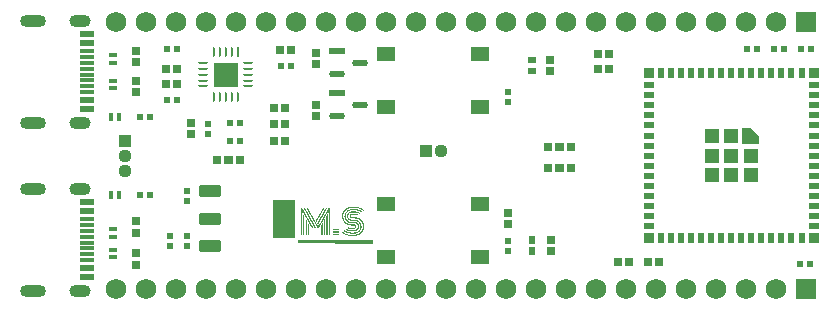
<source format=gts>
G04*
G04 #@! TF.GenerationSoftware,Altium Limited,Altium Designer,24.10.1 (45)*
G04*
G04 Layer_Color=8388736*
%FSLAX25Y25*%
%MOIN*%
G70*
G04*
G04 #@! TF.SameCoordinates,ABDC2601-369B-4BB1-BC34-F154D259AF89*
G04*
G04*
G04 #@! TF.FilePolarity,Negative*
G04*
G01*
G75*
%ADD16R,0.02816X0.02648*%
%ADD17R,0.02648X0.02816*%
%ADD18R,0.04528X0.02362*%
%ADD19R,0.04528X0.01181*%
%ADD24R,0.02423X0.02254*%
%ADD27R,0.00955X0.03306*%
G04:AMPARAMS|DCode=28|XSize=33.06mil|YSize=9.55mil|CornerRadius=4.77mil|HoleSize=0mil|Usage=FLASHONLY|Rotation=270.000|XOffset=0mil|YOffset=0mil|HoleType=Round|Shape=RoundedRectangle|*
%AMROUNDEDRECTD28*
21,1,0.03306,0.00000,0,0,270.0*
21,1,0.02351,0.00955,0,0,270.0*
1,1,0.00955,0.00000,-0.01176*
1,1,0.00955,0.00000,0.01176*
1,1,0.00955,0.00000,0.01176*
1,1,0.00955,0.00000,-0.01176*
%
%ADD28ROUNDEDRECTD28*%
G04:AMPARAMS|DCode=29|XSize=9.55mil|YSize=33.06mil|CornerRadius=4.77mil|HoleSize=0mil|Usage=FLASHONLY|Rotation=270.000|XOffset=0mil|YOffset=0mil|HoleType=Round|Shape=RoundedRectangle|*
%AMROUNDEDRECTD29*
21,1,0.00955,0.02351,0,0,270.0*
21,1,0.00000,0.03306,0,0,270.0*
1,1,0.00955,-0.01176,0.00000*
1,1,0.00955,-0.01176,0.00000*
1,1,0.00955,0.01176,0.00000*
1,1,0.00955,0.01176,0.00000*
%
%ADD29ROUNDEDRECTD29*%
%ADD30R,0.02254X0.02423*%
%ADD33R,0.02756X0.02362*%
%ADD34R,0.01968X0.02756*%
%ADD35R,0.06102X0.05118*%
G04:AMPARAMS|DCode=36|XSize=53.43mil|YSize=22.53mil|CornerRadius=11.26mil|HoleSize=0mil|Usage=FLASHONLY|Rotation=0.000|XOffset=0mil|YOffset=0mil|HoleType=Round|Shape=RoundedRectangle|*
%AMROUNDEDRECTD36*
21,1,0.05343,0.00000,0,0,0.0*
21,1,0.03091,0.02253,0,0,0.0*
1,1,0.02253,0.01545,0.00000*
1,1,0.02253,-0.01545,0.00000*
1,1,0.02253,-0.01545,0.00000*
1,1,0.02253,0.01545,0.00000*
%
%ADD36ROUNDEDRECTD36*%
%ADD37R,0.05343X0.02253*%
%ADD38R,0.05124X0.05124*%
%ADD39R,0.03550X0.01975*%
%ADD40R,0.01975X0.03550*%
%ADD41R,0.03550X0.03550*%
G04:AMPARAMS|DCode=42|XSize=39.43mil|YSize=72.9mil|CornerRadius=3.95mil|HoleSize=0mil|Usage=FLASHONLY|Rotation=90.000|XOffset=0mil|YOffset=0mil|HoleType=Round|Shape=RoundedRectangle|*
%AMROUNDEDRECTD42*
21,1,0.03943,0.06500,0,0,90.0*
21,1,0.03154,0.07290,0,0,90.0*
1,1,0.00790,0.03250,0.01577*
1,1,0.00790,0.03250,-0.01577*
1,1,0.00790,-0.03250,-0.01577*
1,1,0.00790,-0.03250,0.01577*
%
%ADD42ROUNDEDRECTD42*%
G04:AMPARAMS|DCode=43|XSize=129.98mil|YSize=72.9mil|CornerRadius=4.07mil|HoleSize=0mil|Usage=FLASHONLY|Rotation=90.000|XOffset=0mil|YOffset=0mil|HoleType=Round|Shape=RoundedRectangle|*
%AMROUNDEDRECTD43*
21,1,0.12998,0.06476,0,0,90.0*
21,1,0.12185,0.07290,0,0,90.0*
1,1,0.00813,0.03238,0.06093*
1,1,0.00813,0.03238,-0.06093*
1,1,0.00813,-0.03238,-0.06093*
1,1,0.00813,-0.03238,0.06093*
%
%ADD43ROUNDEDRECTD43*%
%ADD44R,0.08071X0.08071*%
%ADD45R,0.02762X0.01778*%
%ADD46R,0.01778X0.02762*%
G04:AMPARAMS|DCode=47|XSize=39.37mil|YSize=86.61mil|CornerRadius=19.68mil|HoleSize=0mil|Usage=FLASHONLY|Rotation=270.000|XOffset=0mil|YOffset=0mil|HoleType=Round|Shape=RoundedRectangle|*
%AMROUNDEDRECTD47*
21,1,0.03937,0.04724,0,0,270.0*
21,1,0.00000,0.08661,0,0,270.0*
1,1,0.03937,-0.02362,0.00000*
1,1,0.03937,-0.02362,0.00000*
1,1,0.03937,0.02362,0.00000*
1,1,0.03937,0.02362,0.00000*
%
%ADD47ROUNDEDRECTD47*%
G04:AMPARAMS|DCode=48|XSize=39.37mil|YSize=70.87mil|CornerRadius=19.68mil|HoleSize=0mil|Usage=FLASHONLY|Rotation=270.000|XOffset=0mil|YOffset=0mil|HoleType=Round|Shape=RoundedRectangle|*
%AMROUNDEDRECTD48*
21,1,0.03937,0.03150,0,0,270.0*
21,1,0.00000,0.07087,0,0,270.0*
1,1,0.03937,-0.01575,0.00000*
1,1,0.03937,-0.01575,0.00000*
1,1,0.03937,0.01575,0.00000*
1,1,0.03937,0.01575,0.00000*
%
%ADD48ROUNDEDRECTD48*%
%ADD49C,0.06800*%
%ADD50R,0.06800X0.06800*%
%ADD51R,0.04400X0.04400*%
%ADD52C,0.04400*%
%ADD53R,0.04400X0.04400*%
G36*
X248756Y56693D02*
Y53740D01*
X243244D01*
Y59252D01*
X246197D01*
X248756Y56693D01*
D02*
G37*
G36*
X113606Y32993D02*
X113796Y32991D01*
X113802Y32989D01*
X113853Y32986D01*
X113906Y32984D01*
X113956Y32980D01*
X113979Y32978D01*
X114018Y32976D01*
X114068Y32974D01*
X114088Y32972D01*
X114114Y32969D01*
X114128Y32967D01*
X114194Y32963D01*
X114220Y32960D01*
X114234Y32958D01*
X114285Y32956D01*
X114290Y32954D01*
X114316Y32951D01*
X114336Y32949D01*
X114380Y32945D01*
X114400Y32941D01*
X114415Y32939D01*
X114438Y32937D01*
X114460Y32934D01*
X114471Y32932D01*
X114489Y32930D01*
X114510Y32928D01*
X114522Y32926D01*
X114541Y32922D01*
X114561Y32920D01*
X114582Y32918D01*
X114594Y32916D01*
X114601Y32914D01*
X114613Y32912D01*
X114634Y32910D01*
X114655Y32906D01*
X114666Y32904D01*
X114685Y32902D01*
X114699Y32900D01*
X114713Y32896D01*
X114720Y32894D01*
X114740Y32892D01*
X114762Y32887D01*
X114770Y32885D01*
X114781Y32883D01*
X114799Y32881D01*
X114809Y32879D01*
X114824Y32875D01*
X114859Y32870D01*
X114875Y32865D01*
X114895Y32863D01*
X114901Y32861D01*
X114914Y32857D01*
X114922Y32855D01*
X114941Y32853D01*
X114951Y32849D01*
X114959Y32847D01*
X114972Y32845D01*
X114987Y32842D01*
X115003Y32838D01*
X115031Y32833D01*
X115042Y32830D01*
X115050Y32828D01*
X115078Y32823D01*
X115087Y32820D01*
X115094Y32818D01*
X115113Y32815D01*
X115122Y32811D01*
X115130Y32810D01*
X115142Y32808D01*
X115150Y32806D01*
X115166Y32801D01*
X115174Y32799D01*
X115188Y32796D01*
X115201Y32791D01*
X115219Y32788D01*
X115229Y32784D01*
X115240Y32781D01*
X115256Y32779D01*
X115266Y32775D01*
X115274Y32773D01*
X115285Y32771D01*
X115293Y32769D01*
X115315Y32762D01*
X115331Y32760D01*
X115344Y32754D01*
X115358Y32752D01*
X115371Y32748D01*
X115379Y32745D01*
X115387Y32743D01*
X115398Y32740D01*
X115408Y32735D01*
X115423Y32732D01*
X115433Y32728D01*
X115443Y32725D01*
X115456Y32722D01*
X115466Y32717D01*
X115474Y32716D01*
X115487Y32713D01*
X115497Y32708D01*
X115505Y32706D01*
X115517Y32704D01*
X115530Y32698D01*
X115538Y32696D01*
X115549Y32693D01*
X115559Y32689D01*
X115574Y32686D01*
X115584Y32682D01*
X115594Y32679D01*
X115607Y32676D01*
X115623Y32669D01*
X115634Y32666D01*
X115645Y32661D01*
X115652Y32659D01*
X115677Y32650D01*
X115687Y32648D01*
X115701Y32642D01*
X115708Y32640D01*
X115726Y32632D01*
X115738Y32630D01*
X115755Y32623D01*
X115766Y32620D01*
X115776Y32615D01*
X115792Y32611D01*
X115805Y32605D01*
X115813Y32603D01*
X115831Y32595D01*
X115843Y32592D01*
X115854Y32588D01*
X115862Y32586D01*
X115874Y32581D01*
X115877Y32578D01*
X115885Y32576D01*
X115898Y32571D01*
X115900Y32568D01*
X115913Y32565D01*
X115926Y32559D01*
X115936Y32556D01*
X115957Y32547D01*
X115964Y32545D01*
X115968Y32541D01*
X115976Y32539D01*
X115989Y32534D01*
X115991Y32531D01*
X116004Y32529D01*
X116017Y32522D01*
X116024Y32520D01*
X116042Y32512D01*
X116050Y32510D01*
X116071Y32500D01*
X116077Y32499D01*
X116081Y32495D01*
X116088Y32493D01*
X116110Y32483D01*
X116119Y32479D01*
X116123Y32475D01*
X116134Y32472D01*
X116146Y32466D01*
X116159Y32461D01*
X116162Y32458D01*
X116180Y32451D01*
X116183Y32448D01*
X116191Y32446D01*
X116276Y32408D01*
X116340Y32375D01*
X116350Y32371D01*
X116354Y32369D01*
X116358Y32365D01*
X116367Y32361D01*
X116393Y32347D01*
X116406Y32342D01*
X116410Y32340D01*
X116414Y32336D01*
X116426Y32331D01*
X116429Y32328D01*
X116439Y32324D01*
X116449Y32318D01*
X116458Y32315D01*
X116462Y32313D01*
X116466Y32309D01*
X116479Y32304D01*
X116491Y32297D01*
X116501Y32291D01*
X116518Y32282D01*
X116532Y32274D01*
X116549Y32264D01*
X116553Y32260D01*
X116561Y32258D01*
X116567Y32252D01*
X116596Y32237D01*
X116600Y32233D01*
X116610Y32229D01*
X116613Y32225D01*
X116631Y32216D01*
X116658Y32200D01*
X116662Y32196D01*
X116674Y32192D01*
X116679Y32187D01*
X116689Y32183D01*
X116693Y32179D01*
X116706Y32171D01*
X116710Y32167D01*
X116718Y32165D01*
X116726Y32158D01*
X116735Y32152D01*
X116749Y32144D01*
X116753Y32140D01*
X116763Y32134D01*
X116766Y32131D01*
X116780Y32123D01*
X116801Y32109D01*
X116805Y32107D01*
X116811Y32101D01*
X116817Y32100D01*
X116823Y32094D01*
X116836Y32086D01*
X116858Y32072D01*
X116861Y32070D01*
X116867Y32065D01*
X116877Y32059D01*
X116890Y32051D01*
X116892Y32047D01*
X116902Y32041D01*
X116906Y32037D01*
X116910Y32035D01*
X116923Y32026D01*
X116927Y32024D01*
X116933Y32018D01*
X116937Y32016D01*
X116945Y32008D01*
X116954Y32003D01*
X116979Y31984D01*
X116981Y31981D01*
X116991Y31975D01*
X116995Y31972D01*
X117004Y31967D01*
X117005Y31964D01*
X117015Y31958D01*
X117018Y31954D01*
X117028Y31948D01*
X117032Y31944D01*
X117042Y31939D01*
X117045Y31935D01*
X117049Y31933D01*
X117055Y31927D01*
X117065Y31921D01*
X117069Y31917D01*
X117073Y31915D01*
X117077Y31912D01*
X117079Y31909D01*
X117086Y31904D01*
X117092Y31898D01*
X117096Y31896D01*
X117104Y31888D01*
X117113Y31882D01*
X117119Y31877D01*
X117123Y31875D01*
X117125Y31871D01*
X117129Y31869D01*
X117137Y31861D01*
X117140Y31859D01*
X117150Y31850D01*
X117154Y31848D01*
X117160Y31842D01*
X117164Y31840D01*
X117169Y31834D01*
X117173Y31832D01*
X117183Y31822D01*
X117187Y31820D01*
X117195Y31813D01*
X117199Y31811D01*
X117206Y31803D01*
X117210Y31801D01*
X117216Y31795D01*
X117220Y31793D01*
X117230Y31783D01*
X117228Y31777D01*
X117222Y31772D01*
X117218Y31768D01*
X117208Y31762D01*
X117204Y31758D01*
X117195Y31753D01*
X117181Y31745D01*
X117175Y31739D01*
X117171Y31737D01*
X117166Y31731D01*
X117152Y31724D01*
X117148Y31720D01*
X117144Y31718D01*
X117140Y31714D01*
X117127Y31706D01*
X117123Y31702D01*
X117113Y31696D01*
X117109Y31693D01*
X117100Y31687D01*
X117045Y31648D01*
X117036Y31642D01*
X117032Y31638D01*
X117022Y31633D01*
X117018Y31629D01*
X116994Y31614D01*
X116993Y31611D01*
X116983Y31605D01*
X116980Y31602D01*
X116966Y31594D01*
X116962Y31590D01*
X116958Y31588D01*
X116954Y31584D01*
X116951Y31582D01*
X116926Y31566D01*
X116923Y31563D01*
X116914Y31557D01*
X116910Y31553D01*
X116896Y31547D01*
X116892Y31551D01*
X116888Y31553D01*
X116881Y31561D01*
X116877Y31563D01*
X116869Y31571D01*
X116865Y31572D01*
X116858Y31580D01*
X116848Y31586D01*
X116844Y31590D01*
X116840Y31592D01*
X116832Y31600D01*
X116828Y31602D01*
X116821Y31609D01*
X116817Y31611D01*
X116811Y31617D01*
X116807Y31619D01*
X116801Y31625D01*
X116797Y31627D01*
X116787Y31635D01*
X116784Y31638D01*
X116780Y31640D01*
X116772Y31648D01*
X116769Y31649D01*
X116767Y31653D01*
X116757Y31660D01*
X116753Y31664D01*
X116743Y31669D01*
X116739Y31673D01*
X116735Y31675D01*
X116730Y31681D01*
X116716Y31689D01*
X116712Y31693D01*
X116708Y31694D01*
X116702Y31700D01*
X116693Y31706D01*
X116660Y31729D01*
X116656Y31731D01*
X116650Y31737D01*
X116640Y31743D01*
X116637Y31747D01*
X116627Y31753D01*
X116623Y31756D01*
X116613Y31762D01*
X116610Y31766D01*
X116600Y31772D01*
X116596Y31776D01*
X116586Y31782D01*
X116573Y31791D01*
X116559Y31799D01*
X116555Y31803D01*
X116528Y31819D01*
X116524Y31822D01*
X116511Y31830D01*
X116501Y31836D01*
X116497Y31840D01*
X116470Y31855D01*
X116466Y31859D01*
X116456Y31863D01*
X116451Y31869D01*
X116441Y31875D01*
X116427Y31882D01*
X116423Y31886D01*
X116414Y31890D01*
X116410Y31894D01*
X116400Y31898D01*
X116396Y31900D01*
X116393Y31904D01*
X116363Y31919D01*
X116344Y31931D01*
X116292Y31960D01*
X116278Y31968D01*
X116243Y31987D01*
X116156Y32030D01*
X116146Y32035D01*
X116137Y32039D01*
X116133Y32043D01*
X116117Y32049D01*
X116113Y32053D01*
X116098Y32059D01*
X116094Y32063D01*
X116086Y32065D01*
X116077Y32070D01*
X116067Y32074D01*
X116063Y32076D01*
X116053Y32082D01*
X116041Y32087D01*
X116038Y32090D01*
X116030Y32092D01*
X116021Y32096D01*
X116007Y32101D01*
X115986Y32111D01*
X115976Y32115D01*
X115972Y32119D01*
X115960Y32122D01*
X115947Y32129D01*
X115939Y32131D01*
X115935Y32132D01*
X115900Y32148D01*
X115879Y32158D01*
X115871Y32160D01*
X115867Y32163D01*
X115849Y32170D01*
X115840Y32175D01*
X115830Y32178D01*
X115813Y32185D01*
X115801Y32190D01*
X115790Y32194D01*
X115780Y32196D01*
X115763Y32204D01*
X115755Y32206D01*
X115745Y32212D01*
X115733Y32215D01*
X115720Y32221D01*
X115708Y32224D01*
X115695Y32231D01*
X115682Y32234D01*
X115670Y32241D01*
X115658Y32243D01*
X115654Y32247D01*
X115641Y32251D01*
X115628Y32255D01*
X115619Y32258D01*
X115612Y32260D01*
X115599Y32265D01*
X115590Y32268D01*
X115583Y32270D01*
X115563Y32278D01*
X115551Y32281D01*
X115540Y32285D01*
X115532Y32287D01*
X115522Y32290D01*
X115511Y32295D01*
X115503Y32297D01*
X115492Y32300D01*
X115482Y32305D01*
X115469Y32308D01*
X115460Y32312D01*
X115451Y32315D01*
X115443Y32316D01*
X115429Y32322D01*
X115406Y32328D01*
X115397Y32332D01*
X115389Y32334D01*
X115374Y32337D01*
X115364Y32342D01*
X115350Y32344D01*
X115338Y32348D01*
X115327Y32351D01*
X115319Y32353D01*
X115307Y32355D01*
X115294Y32361D01*
X115277Y32364D01*
X115261Y32371D01*
X115245Y32373D01*
X115232Y32378D01*
X115224Y32380D01*
X115210Y32383D01*
X115197Y32388D01*
X115183Y32390D01*
X115176Y32392D01*
X115166Y32396D01*
X115158Y32398D01*
X115145Y32400D01*
X115137Y32402D01*
X115127Y32406D01*
X115104Y32409D01*
X115079Y32417D01*
X115062Y32420D01*
X115046Y32425D01*
X115038Y32427D01*
X115022Y32430D01*
X115009Y32435D01*
X114996Y32437D01*
X114983Y32440D01*
X114973Y32443D01*
X114964Y32445D01*
X114948Y32447D01*
X114940Y32449D01*
X114930Y32452D01*
X114922Y32454D01*
X114894Y32459D01*
X114883Y32462D01*
X114875Y32464D01*
X114856Y32466D01*
X114850Y32468D01*
X114837Y32471D01*
X114829Y32473D01*
X114808Y32475D01*
X114798Y32479D01*
X114790Y32481D01*
X114777Y32483D01*
X114760Y32486D01*
X114750Y32489D01*
X114742Y32491D01*
X114728Y32493D01*
X114710Y32496D01*
X114702Y32498D01*
X114692Y32500D01*
X114661Y32503D01*
X114652Y32505D01*
X114644Y32507D01*
X114634Y32509D01*
X114617Y32511D01*
X114594Y32515D01*
X114586Y32517D01*
X114576Y32519D01*
X114557Y32521D01*
X114535Y32525D01*
X114528Y32527D01*
X114516Y32529D01*
X114495Y32531D01*
X114460Y32536D01*
X114444Y32538D01*
X114419Y32540D01*
X114408Y32542D01*
X114398Y32544D01*
X114386Y32546D01*
X114365Y32548D01*
X114346Y32550D01*
X114334Y32552D01*
X114324Y32554D01*
X114313Y32556D01*
X114262Y32560D01*
X114247Y32561D01*
X114220Y32564D01*
X114201Y32566D01*
X114158Y32568D01*
X114153Y32570D01*
X114128Y32573D01*
X114107Y32575D01*
X114074Y32577D01*
X114055Y32579D01*
X114029Y32582D01*
X114021Y32584D01*
X113921Y32587D01*
X113886Y32589D01*
X113859Y32591D01*
X113828Y32592D01*
X113770Y32594D01*
X113761Y32595D01*
X113756Y32594D01*
X113748Y32595D01*
X113546Y32597D01*
X113540Y32599D01*
X113354Y32596D01*
X113288Y32594D01*
X113239Y32592D01*
X113216Y32591D01*
X113195Y32589D01*
X113168Y32587D01*
X113123Y32585D01*
X113096Y32583D01*
X113080Y32581D01*
X113054Y32578D01*
X113029Y32576D01*
X112987Y32573D01*
X112956Y32569D01*
X112937Y32567D01*
X112914Y32565D01*
X112898Y32563D01*
X112879Y32560D01*
X112861Y32558D01*
X112838Y32556D01*
X112827Y32554D01*
X112817Y32552D01*
X112805Y32550D01*
X112784Y32548D01*
X112768Y32546D01*
X112759Y32544D01*
X112751Y32542D01*
X112741Y32540D01*
X112724Y32538D01*
X112703Y32534D01*
X112695Y32533D01*
X112683Y32531D01*
X112666Y32529D01*
X112644Y32525D01*
X112637Y32523D01*
X112625Y32521D01*
X112606Y32519D01*
X112596Y32517D01*
X112580Y32513D01*
X112554Y32510D01*
X112547Y32508D01*
X112527Y32502D01*
X112509Y32500D01*
X112501Y32498D01*
X112485Y32493D01*
X112465Y32491D01*
X112455Y32487D01*
X112440Y32483D01*
X112423Y32481D01*
X112413Y32477D01*
X112405Y32475D01*
X112391Y32473D01*
X112384Y32471D01*
X112374Y32468D01*
X112366Y32466D01*
X112346Y32461D01*
X112336Y32457D01*
X112325Y32455D01*
X112315Y32453D01*
X112305Y32449D01*
X112295Y32446D01*
X112280Y32443D01*
X112258Y32437D01*
X112246Y32435D01*
X112233Y32429D01*
X112225Y32427D01*
X112213Y32425D01*
X112200Y32419D01*
X112179Y32414D01*
X112169Y32409D01*
X112152Y32406D01*
X112142Y32402D01*
X112134Y32400D01*
X112121Y32397D01*
X112111Y32393D01*
X112101Y32390D01*
X112089Y32388D01*
X112072Y32380D01*
X112062Y32378D01*
X112045Y32371D01*
X112035Y32369D01*
X112031Y32365D01*
X112023Y32363D01*
X112013Y32360D01*
X112006Y32357D01*
X111996Y32353D01*
X111986Y32350D01*
X111975Y32346D01*
X111967Y32344D01*
X111942Y32334D01*
X111931Y32331D01*
X111928Y32328D01*
X111913Y32324D01*
X111892Y32315D01*
X111884Y32313D01*
X111880Y32309D01*
X111872Y32307D01*
X111863Y32303D01*
X111849Y32297D01*
X111839Y32293D01*
X111826Y32287D01*
X111816Y32283D01*
X111802Y32278D01*
X111795Y32276D01*
X111791Y32272D01*
X111773Y32265D01*
X111770Y32262D01*
X111754Y32256D01*
X111721Y32241D01*
X111679Y32221D01*
X111675Y32220D01*
X111665Y32214D01*
X111657Y32212D01*
X111646Y32204D01*
X111635Y32201D01*
X111630Y32196D01*
X111618Y32192D01*
X111615Y32189D01*
X111605Y32185D01*
X111601Y32183D01*
X111591Y32177D01*
X111562Y32162D01*
X111493Y32125D01*
X111489Y32121D01*
X111481Y32119D01*
X111475Y32113D01*
X111465Y32109D01*
X111454Y32101D01*
X111450Y32100D01*
X111438Y32092D01*
X111428Y32086D01*
X111401Y32070D01*
X111398Y32067D01*
X111388Y32063D01*
X111384Y32059D01*
X111380Y32057D01*
X111370Y32051D01*
X111359Y32043D01*
X111355Y32041D01*
X111351Y32037D01*
X111341Y32032D01*
X111337Y32028D01*
X111328Y32022D01*
X111314Y32014D01*
X111310Y32010D01*
X111301Y32004D01*
X111297Y32001D01*
X111283Y31993D01*
X111264Y31979D01*
X111260Y31977D01*
X111256Y31973D01*
X111246Y31968D01*
X111243Y31964D01*
X111239Y31962D01*
X111228Y31953D01*
X111221Y31948D01*
X111197Y31930D01*
X111194Y31927D01*
X111184Y31921D01*
X111179Y31915D01*
X111175Y31913D01*
X111169Y31908D01*
X111159Y31902D01*
X111155Y31898D01*
X111146Y31892D01*
X111140Y31886D01*
X111136Y31884D01*
X111120Y31869D01*
X111117Y31867D01*
X111109Y31859D01*
X111105Y31857D01*
X111099Y31851D01*
X111095Y31850D01*
X111088Y31842D01*
X111084Y31840D01*
X111074Y31830D01*
X111070Y31828D01*
X111068Y31824D01*
X111064Y31822D01*
X111056Y31815D01*
X111053Y31813D01*
X111045Y31805D01*
X111041Y31803D01*
X111033Y31795D01*
X111029Y31793D01*
X111010Y31774D01*
X111007Y31773D01*
X111005Y31769D01*
X111002Y31766D01*
X110998Y31764D01*
X110995Y31761D01*
X110995Y31758D01*
X110991Y31756D01*
X110964Y31729D01*
X110960Y31727D01*
X110955Y31721D01*
X110949Y31717D01*
X110947Y31713D01*
X110940Y31708D01*
X110910Y31678D01*
X110908Y31674D01*
X110903Y31670D01*
X110901Y31666D01*
X110866Y31631D01*
X110864Y31628D01*
X110861Y31625D01*
X110858Y31624D01*
X110856Y31620D01*
X110839Y31602D01*
X110837Y31599D01*
X110829Y31591D01*
X110827Y31587D01*
X110817Y31577D01*
X110815Y31573D01*
X110808Y31566D01*
X110807Y31563D01*
X110803Y31561D01*
X110798Y31554D01*
X110790Y31546D01*
X110788Y31542D01*
X110780Y31535D01*
X110778Y31531D01*
X110771Y31523D01*
X110769Y31519D01*
X110761Y31511D01*
X110759Y31508D01*
X110755Y31506D01*
X110753Y31502D01*
X110746Y31494D01*
X110744Y31490D01*
X110736Y31482D01*
X110730Y31473D01*
X110726Y31469D01*
X110721Y31460D01*
X110719Y31459D01*
X110716Y31455D01*
X110708Y31445D01*
X110703Y31438D01*
X110699Y31434D01*
X110693Y31424D01*
X110687Y31418D01*
X110686Y31414D01*
X110680Y31409D01*
X110678Y31405D01*
X110672Y31399D01*
X110670Y31395D01*
X110661Y31385D01*
X110654Y31374D01*
X110651Y31370D01*
X110649Y31364D01*
X110643Y31358D01*
X110637Y31349D01*
X110633Y31345D01*
X110627Y31335D01*
X110620Y31321D01*
X110614Y31316D01*
X110612Y31312D01*
X110608Y31308D01*
X110600Y31294D01*
X110596Y31291D01*
X110591Y31281D01*
X110587Y31277D01*
X110579Y31263D01*
X110573Y31254D01*
X110565Y31240D01*
X110562Y31236D01*
X110546Y31209D01*
X110542Y31205D01*
X110527Y31178D01*
X110521Y31168D01*
X110519Y31165D01*
X110511Y31153D01*
X110509Y31147D01*
X110505Y31143D01*
X110501Y31134D01*
X110500Y31130D01*
X110496Y31126D01*
X110491Y31113D01*
X110486Y31108D01*
X110481Y31096D01*
X110478Y31093D01*
X110474Y31083D01*
X110472Y31079D01*
X110468Y31076D01*
X110465Y31066D01*
X110463Y31062D01*
X110457Y31056D01*
X110454Y31045D01*
X110449Y31041D01*
X110443Y31025D01*
X110436Y31008D01*
X110434Y31004D01*
X110430Y31000D01*
X110427Y30989D01*
X110420Y30977D01*
X110415Y30964D01*
X110410Y30959D01*
X110408Y30948D01*
X110403Y30942D01*
X110401Y30934D01*
X110381Y30891D01*
X110379Y30884D01*
X110375Y30880D01*
X110372Y30866D01*
X110362Y30845D01*
X110360Y30837D01*
X110356Y30833D01*
X110354Y30825D01*
X110350Y30816D01*
X110345Y30802D01*
X110341Y30793D01*
X110335Y30779D01*
X110333Y30769D01*
X110327Y30756D01*
X110325Y30748D01*
X110317Y30731D01*
X110315Y30718D01*
X110308Y30702D01*
X110305Y30691D01*
X110298Y30674D01*
X110295Y30664D01*
X110290Y30653D01*
X110285Y30633D01*
X110281Y30620D01*
X110279Y30607D01*
X110273Y30593D01*
X110271Y30585D01*
X110268Y30573D01*
X110264Y30563D01*
X110261Y30552D01*
X110258Y30540D01*
X110254Y30530D01*
X110252Y30522D01*
X110249Y30501D01*
X110244Y30485D01*
X110242Y30477D01*
X110240Y30461D01*
X110236Y30452D01*
X110234Y30444D01*
X110231Y30425D01*
X110224Y30403D01*
X110222Y30381D01*
X110218Y30365D01*
X110216Y30356D01*
X110214Y30338D01*
X110212Y30327D01*
X110210Y30319D01*
X110207Y30308D01*
X110205Y30295D01*
X110203Y30275D01*
X110201Y30270D01*
X110197Y30254D01*
X110194Y30218D01*
X110192Y30203D01*
X110188Y30183D01*
X110187Y30164D01*
X110185Y30141D01*
X110181Y30110D01*
X110179Y30088D01*
X110177Y30049D01*
X110175Y30017D01*
X110173Y29999D01*
X110171Y29966D01*
X110169Y29898D01*
X110168Y29799D01*
X110170Y29793D01*
X110172Y29688D01*
X110174Y29682D01*
X110176Y29618D01*
X110178Y29613D01*
X110180Y29568D01*
X110182Y29562D01*
X110185Y29534D01*
X110187Y29497D01*
X110188Y29470D01*
X110192Y29451D01*
X110194Y29439D01*
X110196Y29418D01*
X110198Y29402D01*
X110200Y29393D01*
X110202Y29385D01*
X110205Y29359D01*
X110208Y29337D01*
X110212Y29317D01*
X110214Y29302D01*
X110216Y29284D01*
X110218Y29276D01*
X110221Y29266D01*
X110222Y29258D01*
X110224Y29239D01*
X110226Y29231D01*
X110230Y29217D01*
X110232Y29210D01*
X110235Y29189D01*
X110237Y29182D01*
X110240Y29171D01*
X110242Y29163D01*
X110244Y29144D01*
X110246Y29138D01*
X110250Y29124D01*
X110251Y29111D01*
X110254Y29100D01*
X110259Y29088D01*
X110261Y29074D01*
X110268Y29056D01*
X110270Y29046D01*
X110272Y29034D01*
X110277Y29022D01*
X110279Y29014D01*
X110284Y28994D01*
X110288Y28981D01*
X110290Y28965D01*
X110296Y28952D01*
X110301Y28930D01*
X110304Y28927D01*
X110308Y28911D01*
X110312Y28899D01*
X110315Y28890D01*
X110317Y28882D01*
X110325Y28865D01*
X110327Y28853D01*
X110335Y28836D01*
X110337Y28824D01*
X110345Y28807D01*
X110346Y28797D01*
X110352Y28783D01*
X110354Y28776D01*
X110362Y28758D01*
X110367Y28746D01*
X110372Y28735D01*
X110374Y28727D01*
X110375Y28723D01*
X110379Y28719D01*
X110382Y28707D01*
X110389Y28694D01*
X110391Y28686D01*
X110401Y28665D01*
X110403Y28657D01*
X110406Y28654D01*
X110410Y28640D01*
X110418Y28623D01*
X110422Y28613D01*
X110428Y28603D01*
X110430Y28595D01*
X110434Y28592D01*
X110438Y28582D01*
X110486Y28483D01*
X110494Y28471D01*
X110496Y28464D01*
X110503Y28452D01*
X110505Y28446D01*
X110509Y28442D01*
X110519Y28425D01*
X110534Y28398D01*
X110544Y28380D01*
X110548Y28376D01*
X110552Y28367D01*
X110556Y28363D01*
X110565Y28346D01*
X110581Y28318D01*
X110587Y28309D01*
X110589Y28305D01*
X110592Y28301D01*
X110594Y28297D01*
X110604Y28284D01*
X110606Y28280D01*
X110616Y28266D01*
X110618Y28262D01*
X110624Y28256D01*
X110629Y28247D01*
X110649Y28220D01*
X110665Y28195D01*
X110668Y28192D01*
X110676Y28179D01*
X110680Y28175D01*
X110686Y28165D01*
X110689Y28161D01*
X110691Y28157D01*
X110695Y28156D01*
X110697Y28152D01*
X110706Y28141D01*
X110711Y28134D01*
X110716Y28128D01*
X110719Y28125D01*
X110724Y28119D01*
X110726Y28115D01*
X110734Y28107D01*
X110736Y28103D01*
X110742Y28098D01*
X110744Y28094D01*
X110752Y28083D01*
X110755Y28080D01*
X110757Y28076D01*
X110763Y28070D01*
X110765Y28067D01*
X110773Y28059D01*
X110775Y28055D01*
X110780Y28049D01*
X110782Y28045D01*
X110790Y28037D01*
X110792Y28034D01*
X110800Y28026D01*
X110802Y28022D01*
X110829Y27995D01*
X110830Y27992D01*
X110834Y27990D01*
X110837Y27987D01*
X110839Y27983D01*
X110842Y27980D01*
X110844Y27979D01*
X110846Y27975D01*
X110873Y27948D01*
X110875Y27944D01*
X110897Y27923D01*
X110898Y27920D01*
X110901Y27919D01*
X110903Y27915D01*
X110931Y27887D01*
X110934Y27885D01*
X110950Y27870D01*
X110954Y27868D01*
X110971Y27850D01*
X110975Y27849D01*
X110993Y27831D01*
X110995Y27830D01*
X110997Y27826D01*
X111000Y27823D01*
X111004Y27821D01*
X111020Y27806D01*
X111024Y27804D01*
X111039Y27788D01*
X111043Y27786D01*
X111053Y27777D01*
X111056Y27775D01*
X111064Y27767D01*
X111068Y27765D01*
X111074Y27759D01*
X111078Y27757D01*
X111086Y27750D01*
X111095Y27744D01*
X111099Y27740D01*
X111103Y27738D01*
X111111Y27730D01*
X111115Y27728D01*
X111120Y27723D01*
X111124Y27721D01*
X111129Y27718D01*
X111130Y27715D01*
X111134Y27713D01*
X111145Y27704D01*
X111152Y27699D01*
X111157Y27694D01*
X111161Y27692D01*
X111167Y27686D01*
X111171Y27684D01*
X111181Y27675D01*
X111188Y27670D01*
X111192Y27666D01*
X111202Y27661D01*
X111206Y27657D01*
X111215Y27651D01*
X111229Y27641D01*
X111250Y27628D01*
X111254Y27626D01*
X111260Y27620D01*
X111270Y27614D01*
X111283Y27604D01*
X111302Y27592D01*
X111312Y27585D01*
X111326Y27575D01*
X111347Y27562D01*
X111351Y27560D01*
X111355Y27556D01*
X111365Y27552D01*
X111370Y27546D01*
X111380Y27542D01*
X111384Y27538D01*
X111401Y27529D01*
X111415Y27521D01*
X111419Y27517D01*
X111427Y27515D01*
X111432Y27509D01*
X111460Y27494D01*
X111477Y27484D01*
X111481Y27480D01*
X111491Y27477D01*
X111496Y27471D01*
X111504Y27469D01*
X111510Y27463D01*
X111518Y27461D01*
X111527Y27455D01*
X111556Y27442D01*
X111560Y27440D01*
X111564Y27436D01*
X111577Y27431D01*
X111589Y27424D01*
X111638Y27399D01*
X111647Y27395D01*
X111657Y27389D01*
X111667Y27385D01*
X111671Y27384D01*
X111675Y27380D01*
X111682Y27378D01*
X111704Y27368D01*
X111711Y27366D01*
X111721Y27360D01*
X111729Y27358D01*
X111750Y27349D01*
X111758Y27347D01*
X111762Y27343D01*
X111770Y27341D01*
X111782Y27336D01*
X111785Y27333D01*
X111793Y27331D01*
X111802Y27327D01*
X111816Y27321D01*
X111826Y27318D01*
X111839Y27312D01*
X111857Y27304D01*
X111864Y27302D01*
X111882Y27294D01*
X111897Y27292D01*
X111905Y27287D01*
X111913Y27285D01*
X111924Y27282D01*
X111934Y27277D01*
X111942Y27275D01*
X111953Y27272D01*
X111961Y27267D01*
X111974Y27264D01*
X111984Y27261D01*
X111992Y27258D01*
X112000Y27256D01*
X112020Y27248D01*
X112032Y27245D01*
X112049Y27238D01*
X112063Y27235D01*
X112076Y27230D01*
X112083Y27229D01*
X112097Y27227D01*
X112111Y27221D01*
X112124Y27219D01*
X112132Y27217D01*
X112142Y27213D01*
X112157Y27209D01*
X112169Y27207D01*
X112182Y27201D01*
X112201Y27198D01*
X112213Y27194D01*
X112221Y27192D01*
X112235Y27189D01*
X112245Y27185D01*
X112253Y27183D01*
X112276Y27179D01*
X112287Y27176D01*
X112295Y27174D01*
X112314Y27172D01*
X112329Y27168D01*
X112343Y27165D01*
X112367Y27162D01*
X112378Y27159D01*
X112393Y27155D01*
X112416Y27152D01*
X112424Y27150D01*
X112434Y27147D01*
X112448Y27145D01*
X112472Y27142D01*
X112491Y27138D01*
X112503Y27136D01*
X112528Y27134D01*
X112540Y27133D01*
X112559Y27129D01*
X112575Y27127D01*
X112598Y27125D01*
X112610Y27123D01*
X112629Y27119D01*
X112646Y27117D01*
X112681Y27115D01*
X112700Y27113D01*
X112716Y27111D01*
X112735Y27109D01*
X112772Y27107D01*
X112803Y27106D01*
X112838Y27102D01*
X112859Y27100D01*
X112921Y27098D01*
X112991Y27096D01*
X113036Y27094D01*
X113076Y27092D01*
X113787Y27090D01*
X113873Y27088D01*
X113888Y27086D01*
X113911Y27082D01*
X113931Y27080D01*
X113956Y27078D01*
X113966Y27076D01*
X113981Y27073D01*
X114007Y27070D01*
X114020Y27067D01*
X114028Y27065D01*
X114037Y27063D01*
X114061Y27059D01*
X114071Y27054D01*
X114079Y27052D01*
X114094Y27049D01*
X114104Y27044D01*
X114118Y27042D01*
X114130Y27038D01*
X114147Y27033D01*
X114155Y27031D01*
X114158Y27027D01*
X114172Y27023D01*
X114190Y27015D01*
X114199Y27011D01*
X114217Y27004D01*
X114220Y27002D01*
X114224Y26998D01*
X114234Y26994D01*
X114246Y26986D01*
X114253Y26984D01*
X114259Y26979D01*
X114269Y26975D01*
X114279Y26969D01*
X114287Y26964D01*
X114288Y26961D01*
X114292Y26959D01*
X114303Y26950D01*
X114313Y26944D01*
X114327Y26934D01*
X114331Y26930D01*
X114335Y26928D01*
X114339Y26924D01*
X114343Y26922D01*
X114353Y26914D01*
X114398Y26869D01*
X114400Y26865D01*
X114408Y26858D01*
X114413Y26848D01*
X114419Y26842D01*
X114420Y26839D01*
X114424Y26837D01*
X114429Y26830D01*
X114435Y26825D01*
X114440Y26815D01*
X114444Y26811D01*
X114450Y26801D01*
X114458Y26788D01*
X114464Y26782D01*
X114470Y26772D01*
X114477Y26759D01*
X114481Y26755D01*
X114485Y26745D01*
X114493Y26733D01*
X114495Y26726D01*
X114499Y26722D01*
X114502Y26712D01*
X114504Y26708D01*
X114510Y26699D01*
X114514Y26689D01*
X114520Y26675D01*
X114524Y26666D01*
X114530Y26652D01*
X114534Y26640D01*
X114537Y26637D01*
X114540Y26624D01*
X114544Y26614D01*
X114547Y26604D01*
X114549Y26596D01*
X114552Y26585D01*
X114557Y26575D01*
X114559Y26559D01*
X114564Y26546D01*
X114566Y26532D01*
X114569Y26515D01*
X114571Y26508D01*
X114574Y26497D01*
X114576Y26484D01*
X114579Y26461D01*
X114583Y26438D01*
X114585Y26421D01*
X114587Y26393D01*
X114589Y26355D01*
X114591Y26324D01*
X114592Y26292D01*
X114590Y26286D01*
X114585Y26204D01*
X114583Y26188D01*
X114581Y26180D01*
X114577Y26161D01*
X114575Y26140D01*
X114573Y26128D01*
X114571Y26120D01*
X114568Y26112D01*
X114566Y26104D01*
X114564Y26091D01*
X114559Y26081D01*
X114557Y26067D01*
X114552Y26054D01*
X114549Y26046D01*
X114546Y26033D01*
X114543Y26030D01*
X114539Y26020D01*
X114534Y26008D01*
X114532Y26005D01*
X114530Y25997D01*
X114520Y25976D01*
X114506Y25951D01*
X114502Y25947D01*
X114499Y25937D01*
X114493Y25931D01*
X114491Y25924D01*
X114485Y25918D01*
X114470Y25891D01*
X114464Y25885D01*
X114462Y25881D01*
X114454Y25873D01*
X114452Y25869D01*
X114444Y25862D01*
X114442Y25858D01*
X114437Y25852D01*
X114435Y25848D01*
X114427Y25840D01*
X114425Y25836D01*
X114417Y25829D01*
X114415Y25825D01*
X114408Y25819D01*
X114407Y25816D01*
X114403Y25814D01*
X114385Y25797D01*
X114381Y25795D01*
X114378Y25792D01*
X114377Y25789D01*
X114374Y25787D01*
X114364Y25777D01*
X114360Y25775D01*
X114358Y25771D01*
X114354Y25769D01*
X114344Y25761D01*
X114333Y25754D01*
X114329Y25750D01*
X114325Y25748D01*
X114312Y25738D01*
X114308Y25737D01*
X114302Y25731D01*
X114298Y25729D01*
X114292Y25723D01*
X114283Y25717D01*
X114269Y25710D01*
X114265Y25706D01*
X114252Y25701D01*
X114248Y25696D01*
X114235Y25691D01*
X114230Y25686D01*
X114218Y25681D01*
X114213Y25677D01*
X114205Y25675D01*
X114193Y25667D01*
X114181Y25662D01*
X114178Y25659D01*
X114167Y25656D01*
X114158Y25652D01*
X114155Y25649D01*
X114142Y25646D01*
X114129Y25640D01*
X114117Y25635D01*
X114108Y25630D01*
X114096Y25627D01*
X114085Y25622D01*
X114069Y25618D01*
X114056Y25613D01*
X114048Y25611D01*
X114037Y25608D01*
X114027Y25603D01*
X114019Y25601D01*
X114008Y25598D01*
X113998Y25593D01*
X113984Y25591D01*
X113959Y25583D01*
X113941Y25581D01*
X113918Y25574D01*
X113900Y25571D01*
X113883Y25566D01*
X113876Y25564D01*
X113853Y25561D01*
X113838Y25557D01*
X113826Y25555D01*
X113807Y25554D01*
X113795Y25552D01*
X113780Y25548D01*
X113768Y25546D01*
X113743Y25544D01*
X113727Y25542D01*
X113718Y25540D01*
X113692Y25537D01*
X113661Y25535D01*
X113620Y25529D01*
X113572Y25527D01*
X113540Y25525D01*
X113503Y25523D01*
X113468Y25521D01*
X113412Y25519D01*
X113219Y25518D01*
X113213Y25520D01*
X113052Y25521D01*
X113046Y25523D01*
X112980Y25525D01*
X112973Y25527D01*
X112901Y25529D01*
X112895Y25531D01*
X112861Y25534D01*
X112819Y25536D01*
X112788Y25538D01*
X112772Y25540D01*
X112746Y25543D01*
X112727Y25545D01*
X112683Y25548D01*
X112668Y25550D01*
X112656Y25552D01*
X112641Y25554D01*
X112613Y25555D01*
X112596Y25557D01*
X112573Y25561D01*
X112555Y25563D01*
X112530Y25565D01*
X112518Y25567D01*
X112499Y25571D01*
X112482Y25573D01*
X112462Y25575D01*
X112451Y25577D01*
X112443Y25579D01*
X112431Y25581D01*
X112412Y25583D01*
X112389Y25586D01*
X112378Y25589D01*
X112359Y25591D01*
X112345Y25593D01*
X112322Y25599D01*
X112302Y25601D01*
X112282Y25606D01*
X112271Y25609D01*
X112252Y25611D01*
X112221Y25618D01*
X112203Y25621D01*
X112195Y25623D01*
X112186Y25626D01*
X112178Y25628D01*
X112162Y25631D01*
X112145Y25636D01*
X112138Y25638D01*
X112121Y25641D01*
X112105Y25646D01*
X112097Y25648D01*
X112083Y25650D01*
X112070Y25655D01*
X112056Y25657D01*
X112044Y25662D01*
X112033Y25665D01*
X112013Y25670D01*
X112000Y25675D01*
X111986Y25677D01*
X111976Y25681D01*
X111967Y25684D01*
X111956Y25686D01*
X111942Y25692D01*
X111934Y25694D01*
X111924Y25697D01*
X111913Y25702D01*
X111896Y25706D01*
X111882Y25711D01*
X111874Y25713D01*
X111857Y25721D01*
X111844Y25724D01*
X111828Y25731D01*
X111817Y25734D01*
X111814Y25737D01*
X111804Y25741D01*
X111794Y25743D01*
X111791Y25746D01*
X111777Y25750D01*
X111756Y25760D01*
X111748Y25762D01*
X111731Y25769D01*
X111709Y25779D01*
X111706Y25781D01*
X111688Y25789D01*
X111684Y25791D01*
X111671Y25797D01*
X111661Y25802D01*
X111651Y25806D01*
X111642Y25812D01*
X111632Y25816D01*
X111628Y25818D01*
X111624Y25822D01*
X111612Y25827D01*
X111599Y25833D01*
X111585Y25841D01*
X111581Y25846D01*
X111583Y25850D01*
X111585Y25853D01*
X111595Y25859D01*
X111622Y25878D01*
X111642Y25892D01*
X111646Y25894D01*
X111651Y25899D01*
X111655Y25901D01*
X111661Y25907D01*
X111671Y25913D01*
X111675Y25917D01*
X111684Y25923D01*
X111704Y25936D01*
X111708Y25938D01*
X111713Y25944D01*
X111717Y25946D01*
X111722Y25949D01*
X111723Y25952D01*
X111737Y25959D01*
X111741Y25963D01*
X111744Y25965D01*
X111750Y25971D01*
X111760Y25977D01*
X111764Y25981D01*
X111773Y25986D01*
X111777Y25990D01*
X111787Y25996D01*
X111791Y26000D01*
X111801Y26006D01*
X111804Y26010D01*
X111814Y26016D01*
X111818Y26019D01*
X111822Y26021D01*
X111826Y26025D01*
X111830Y26027D01*
X111843Y26037D01*
X111854Y26046D01*
X111864Y26052D01*
X111878Y26062D01*
X111897Y26076D01*
X111901Y26078D01*
X111907Y26083D01*
X111915Y26085D01*
X111927Y26083D01*
X111930Y26080D01*
X111940Y26076D01*
X111951Y26073D01*
X111959Y26068D01*
X111967Y26066D01*
X111992Y26056D01*
X112004Y26054D01*
X112008Y26050D01*
X112023Y26047D01*
X112034Y26044D01*
X112037Y26041D01*
X112059Y26036D01*
X112070Y26031D01*
X112078Y26029D01*
X112089Y26027D01*
X112099Y26023D01*
X112114Y26019D01*
X112130Y26017D01*
X112140Y26014D01*
X112155Y26010D01*
X112171Y26008D01*
X112180Y26004D01*
X112188Y26002D01*
X112213Y25998D01*
X112223Y25994D01*
X112236Y25992D01*
X112265Y25987D01*
X112275Y25985D01*
X112289Y25983D01*
X112311Y25980D01*
X112330Y25976D01*
X112357Y25973D01*
X112379Y25970D01*
X112398Y25966D01*
X112416Y25964D01*
X112437Y25962D01*
X112460Y25958D01*
X112470Y25956D01*
X112489Y25955D01*
X112513Y25953D01*
X112524Y25951D01*
X112534Y25949D01*
X112560Y25946D01*
X112591Y25944D01*
X112605Y25942D01*
X112638Y25938D01*
X112651Y25936D01*
X112710Y25933D01*
X112749Y25929D01*
X112776Y25927D01*
X112827Y25925D01*
X112854Y25924D01*
X112877Y25922D01*
X112908Y25920D01*
X112958Y25918D01*
X113088Y25916D01*
X113177Y25914D01*
X113480Y25913D01*
X113486Y25915D01*
X113584Y25918D01*
X113607Y25920D01*
X113647Y25925D01*
X113672Y25927D01*
X113698Y25929D01*
X113708Y25931D01*
X113720Y25933D01*
X113735Y25935D01*
X113758Y25937D01*
X113768Y25939D01*
X113776Y25941D01*
X113786Y25943D01*
X113797Y25945D01*
X113815Y25947D01*
X113838Y25953D01*
X113849Y25955D01*
X113859Y25956D01*
X113869Y25960D01*
X113880Y25963D01*
X113894Y25966D01*
X113904Y25970D01*
X113911Y25972D01*
X113923Y25974D01*
X113944Y25983D01*
X113954Y25986D01*
X113957Y25989D01*
X113965Y25990D01*
X113974Y25994D01*
X113984Y26000D01*
X113994Y26004D01*
X113998Y26008D01*
X114005Y26010D01*
X114015Y26016D01*
X114019Y26019D01*
X114029Y26025D01*
X114033Y26029D01*
X114037Y26031D01*
X114040Y26035D01*
X114044Y26037D01*
X114065Y26051D01*
X114066Y26054D01*
X114069Y26056D01*
X114079Y26066D01*
X114083Y26068D01*
X114111Y26096D01*
X114113Y26100D01*
X114121Y26108D01*
X114123Y26112D01*
X114127Y26115D01*
X114128Y26119D01*
X114134Y26129D01*
X114138Y26133D01*
X114144Y26142D01*
X114148Y26152D01*
X114154Y26162D01*
X114158Y26172D01*
X114165Y26189D01*
X114167Y26197D01*
X114175Y26216D01*
X114178Y26240D01*
X114180Y26248D01*
X114183Y26259D01*
X114185Y26284D01*
X114183Y26358D01*
X114181Y26363D01*
X114178Y26392D01*
X114174Y26417D01*
X114167Y26439D01*
X114164Y26457D01*
X114161Y26467D01*
X114158Y26476D01*
X114154Y26485D01*
X114150Y26489D01*
X114147Y26502D01*
X114140Y26515D01*
X114135Y26527D01*
X114132Y26530D01*
X114126Y26543D01*
X114123Y26544D01*
X114115Y26557D01*
X114111Y26561D01*
X114109Y26565D01*
X114103Y26571D01*
X114097Y26580D01*
X114094Y26584D01*
X114088Y26594D01*
X114067Y26614D01*
X114064Y26616D01*
X114050Y26626D01*
X114046Y26628D01*
X114042Y26632D01*
X114033Y26638D01*
X114011Y26649D01*
X114002Y26653D01*
X113984Y26661D01*
X113972Y26666D01*
X113969Y26669D01*
X113956Y26671D01*
X113948Y26673D01*
X113936Y26678D01*
X113922Y26680D01*
X113901Y26686D01*
X113882Y26688D01*
X113868Y26690D01*
X113836Y26693D01*
X113820Y26695D01*
X113801Y26697D01*
X113094Y26699D01*
X112989Y26700D01*
X112903Y26703D01*
X112897Y26705D01*
X112831Y26707D01*
X112818Y26709D01*
X112773Y26711D01*
X112767Y26713D01*
X112696Y26717D01*
X112664Y26720D01*
X112641Y26724D01*
X112619Y26726D01*
X112575Y26730D01*
X112563Y26732D01*
X112548Y26733D01*
X112505Y26737D01*
X112493Y26739D01*
X112486Y26741D01*
X112476Y26743D01*
X112456Y26745D01*
X112439Y26747D01*
X112431Y26749D01*
X112412Y26753D01*
X112390Y26755D01*
X112367Y26759D01*
X112359Y26761D01*
X112333Y26763D01*
X112317Y26766D01*
X112309Y26768D01*
X112299Y26771D01*
X112279Y26773D01*
X112271Y26775D01*
X112261Y26778D01*
X112253Y26780D01*
X112227Y26783D01*
X112219Y26785D01*
X112206Y26789D01*
X112178Y26793D01*
X112166Y26797D01*
X112158Y26799D01*
X112146Y26801D01*
X112137Y26803D01*
X112127Y26807D01*
X112119Y26809D01*
X112098Y26813D01*
X112082Y26818D01*
X112074Y26820D01*
X112060Y26822D01*
X112050Y26825D01*
X112043Y26827D01*
X112029Y26829D01*
X112021Y26831D01*
X112012Y26835D01*
X111985Y26841D01*
X111975Y26845D01*
X111967Y26847D01*
X111955Y26850D01*
X111944Y26855D01*
X111922Y26859D01*
X111911Y26864D01*
X111897Y26866D01*
X111885Y26871D01*
X111876Y26874D01*
X111859Y26878D01*
X111845Y26884D01*
X111831Y26886D01*
X111814Y26893D01*
X111803Y26896D01*
X111793Y26901D01*
X111785Y26903D01*
X111760Y26913D01*
X111750Y26915D01*
X111737Y26920D01*
X111729Y26922D01*
X111711Y26930D01*
X111700Y26932D01*
X111682Y26940D01*
X111672Y26943D01*
X111661Y26948D01*
X111653Y26950D01*
X111632Y26959D01*
X111624Y26961D01*
X111607Y26969D01*
X111599Y26971D01*
X111595Y26975D01*
X111587Y26977D01*
X111575Y26981D01*
X111564Y26986D01*
X111554Y26989D01*
X111545Y26994D01*
X111537Y26996D01*
X111520Y27004D01*
X111507Y27009D01*
X111504Y27011D01*
X111486Y27018D01*
X111483Y27021D01*
X111467Y27027D01*
X111463Y27031D01*
X111456Y27033D01*
X111434Y27042D01*
X111425Y27048D01*
X111415Y27052D01*
X111372Y27072D01*
X111328Y27095D01*
X111310Y27104D01*
X111301Y27108D01*
X111297Y27110D01*
X111293Y27114D01*
X111280Y27119D01*
X111274Y27124D01*
X111264Y27128D01*
X111260Y27130D01*
X111256Y27134D01*
X111243Y27138D01*
X111239Y27143D01*
X111228Y27146D01*
X111223Y27151D01*
X111214Y27155D01*
X111210Y27157D01*
X111206Y27161D01*
X111179Y27176D01*
X111169Y27182D01*
X111165Y27184D01*
X111153Y27192D01*
X111144Y27198D01*
X111130Y27205D01*
X111126Y27209D01*
X111119Y27211D01*
X111113Y27217D01*
X111095Y27227D01*
X111082Y27234D01*
X111068Y27244D01*
X111055Y27252D01*
X111051Y27256D01*
X111041Y27261D01*
X111037Y27265D01*
X111028Y27271D01*
X111014Y27281D01*
X111000Y27289D01*
X110996Y27292D01*
X110987Y27298D01*
X110983Y27302D01*
X110973Y27308D01*
X110960Y27316D01*
X110954Y27321D01*
X110950Y27323D01*
X110944Y27329D01*
X110934Y27335D01*
X110931Y27339D01*
X110927Y27341D01*
X110916Y27350D01*
X110909Y27354D01*
X110905Y27358D01*
X110901Y27360D01*
X110896Y27366D01*
X110886Y27372D01*
X110880Y27378D01*
X110876Y27380D01*
X110871Y27385D01*
X110867Y27387D01*
X110848Y27400D01*
X110847Y27403D01*
X110843Y27405D01*
X110833Y27413D01*
X110826Y27418D01*
X110814Y27430D01*
X110810Y27432D01*
X110803Y27440D01*
X110799Y27442D01*
X110789Y27451D01*
X110785Y27453D01*
X110776Y27463D01*
X110773Y27464D01*
X110771Y27468D01*
X110759Y27477D01*
X110752Y27482D01*
X110745Y27490D01*
X110741Y27492D01*
X110733Y27500D01*
X110729Y27502D01*
X110721Y27509D01*
X110719Y27510D01*
X110716Y27514D01*
X110710Y27519D01*
X110636Y27593D01*
X110633Y27594D01*
X110631Y27598D01*
X110628Y27600D01*
X110625Y27602D01*
X110619Y27610D01*
X110615Y27612D01*
X110611Y27618D01*
X110607Y27620D01*
X110604Y27623D01*
X110602Y27627D01*
X110577Y27652D01*
X110575Y27656D01*
X110558Y27673D01*
X110556Y27677D01*
X110540Y27692D01*
X110538Y27696D01*
X110521Y27714D01*
X110519Y27718D01*
X110501Y27735D01*
X110500Y27739D01*
X110492Y27747D01*
X110490Y27751D01*
X110486Y27753D01*
X110484Y27757D01*
X110475Y27767D01*
X110470Y27774D01*
X110465Y27780D01*
X110463Y27784D01*
X110455Y27791D01*
X110453Y27795D01*
X110445Y27803D01*
X110444Y27806D01*
X110440Y27808D01*
X110433Y27819D01*
X110428Y27824D01*
X110426Y27828D01*
X110418Y27836D01*
X110416Y27840D01*
X110410Y27846D01*
X110408Y27850D01*
X110401Y27857D01*
X110395Y27867D01*
X110391Y27871D01*
X110385Y27880D01*
X110381Y27884D01*
X110379Y27888D01*
X110374Y27894D01*
X110368Y27904D01*
X110364Y27908D01*
X110359Y27916D01*
X110356Y27917D01*
X110354Y27921D01*
X110345Y27932D01*
X110339Y27942D01*
X110335Y27946D01*
X110333Y27950D01*
X110327Y27956D01*
X110321Y27966D01*
X110317Y27970D01*
X110310Y27983D01*
X110300Y27997D01*
X110294Y28006D01*
X110290Y28010D01*
X110284Y28020D01*
X110277Y28034D01*
X110271Y28039D01*
X110265Y28049D01*
X110257Y28063D01*
X110251Y28068D01*
X110246Y28078D01*
X110238Y28092D01*
X110234Y28095D01*
X110219Y28123D01*
X110215Y28126D01*
X110213Y28134D01*
X110207Y28140D01*
X110191Y28169D01*
X110188Y28173D01*
X110164Y28214D01*
X110160Y28218D01*
X110156Y28230D01*
X110153Y28233D01*
X110149Y28243D01*
X110147Y28247D01*
X110141Y28256D01*
X110133Y28270D01*
X110129Y28280D01*
X110127Y28284D01*
X110124Y28287D01*
X110119Y28300D01*
X110114Y28305D01*
X110109Y28317D01*
X110106Y28320D01*
X110102Y28330D01*
X110100Y28334D01*
X110093Y28346D01*
X110091Y28353D01*
X110085Y28363D01*
X110080Y28376D01*
X110077Y28378D01*
X110071Y28394D01*
X110067Y28398D01*
X110064Y28409D01*
X110056Y28423D01*
X110054Y28433D01*
X110048Y28438D01*
X110045Y28449D01*
X110038Y28462D01*
X110035Y28471D01*
X110019Y28506D01*
X110017Y28514D01*
X110013Y28518D01*
X110009Y28532D01*
X110000Y28553D01*
X109998Y28561D01*
X109994Y28564D01*
X109992Y28572D01*
X109987Y28585D01*
X109984Y28588D01*
X109982Y28595D01*
X109977Y28608D01*
X109974Y28611D01*
X109973Y28619D01*
X109963Y28644D01*
X109961Y28654D01*
X109955Y28667D01*
X109953Y28675D01*
X109945Y28692D01*
X109942Y28705D01*
X109938Y28714D01*
X109936Y28721D01*
X109926Y28747D01*
X109923Y28757D01*
X109918Y28768D01*
X109913Y28788D01*
X109909Y28799D01*
X109906Y28813D01*
X109902Y28823D01*
X109899Y28832D01*
X109895Y28849D01*
X109889Y28863D01*
X109887Y28876D01*
X109881Y28890D01*
X109880Y28898D01*
X109877Y28908D01*
X109873Y28918D01*
X109871Y28928D01*
X109869Y28939D01*
X109862Y28962D01*
X109860Y28975D01*
X109855Y28988D01*
X109852Y28998D01*
X109850Y29015D01*
X109843Y29037D01*
X109840Y29054D01*
X109836Y29063D01*
X109834Y29073D01*
X109832Y29089D01*
X109830Y29098D01*
X109825Y29115D01*
X109823Y29134D01*
X109821Y29142D01*
X109818Y29155D01*
X109816Y29163D01*
X109811Y29191D01*
X109808Y29202D01*
X109806Y29210D01*
X109803Y29238D01*
X109801Y29247D01*
X109799Y29255D01*
X109797Y29265D01*
X109795Y29286D01*
X109791Y29307D01*
X109789Y29315D01*
X109786Y29341D01*
X109782Y29370D01*
X109779Y29396D01*
X109777Y29415D01*
X109774Y29447D01*
X109772Y29457D01*
X109769Y29483D01*
X109767Y29508D01*
X109764Y29538D01*
X109762Y29559D01*
X109760Y29583D01*
X109758Y29627D01*
X109754Y29721D01*
X109752Y29816D01*
X109750Y29863D01*
X109752Y29868D01*
X109754Y29990D01*
X109756Y29996D01*
X109757Y30056D01*
X109759Y30076D01*
X109761Y30124D01*
X109763Y30130D01*
X109765Y30149D01*
X109767Y30163D01*
X109770Y30208D01*
X109772Y30224D01*
X109774Y30235D01*
X109777Y30262D01*
X109780Y30286D01*
X109782Y30298D01*
X109784Y30305D01*
X109785Y30321D01*
X109787Y30344D01*
X109790Y30362D01*
X109792Y30368D01*
X109794Y30376D01*
X109796Y30395D01*
X109801Y30418D01*
X109803Y30425D01*
X109806Y30452D01*
X109808Y30459D01*
X109811Y30470D01*
X109813Y30480D01*
X109817Y30505D01*
X109821Y30521D01*
X109823Y30529D01*
X109826Y30547D01*
X109831Y30564D01*
X109833Y30577D01*
X109837Y30595D01*
X109839Y30601D01*
X109843Y30616D01*
X109845Y30628D01*
X109850Y30641D01*
X109853Y30660D01*
X109857Y30670D01*
X109860Y30680D01*
X109863Y30697D01*
X109868Y30709D01*
X109870Y30717D01*
X109873Y30731D01*
X109878Y30742D01*
X109880Y30750D01*
X109881Y30762D01*
X109887Y30775D01*
X109889Y30783D01*
X109892Y30793D01*
X109897Y30804D01*
X109902Y30825D01*
X109907Y30835D01*
X109909Y30850D01*
X109914Y30858D01*
X109918Y30874D01*
X109920Y30878D01*
X109926Y30891D01*
X109929Y30902D01*
X109934Y30913D01*
X109936Y30920D01*
X109945Y30946D01*
X109947Y30953D01*
X109953Y30967D01*
X109958Y30980D01*
X109961Y30983D01*
X109963Y30990D01*
X109968Y31003D01*
X109971Y31006D01*
X109974Y31018D01*
X109976Y31025D01*
X109980Y31029D01*
X109983Y31042D01*
X109990Y31054D01*
X109993Y31067D01*
X109996Y31070D01*
X110003Y31089D01*
X110009Y31099D01*
X110011Y31106D01*
X110019Y31118D01*
X110021Y31128D01*
X110025Y31132D01*
X110029Y31141D01*
X110031Y31149D01*
X110035Y31153D01*
X110040Y31168D01*
X110046Y31178D01*
X110048Y31186D01*
X110056Y31198D01*
X110060Y31207D01*
X110064Y31211D01*
X110068Y31224D01*
X110071Y31227D01*
X110075Y31236D01*
X110081Y31246D01*
X110085Y31256D01*
X110087Y31260D01*
X110091Y31263D01*
X110096Y31276D01*
X110102Y31289D01*
X110108Y31298D01*
X110118Y31316D01*
X110126Y31329D01*
X110129Y31333D01*
X110131Y31341D01*
X110139Y31352D01*
X110145Y31362D01*
X110155Y31380D01*
X110162Y31393D01*
X110166Y31397D01*
X110170Y31407D01*
X110176Y31413D01*
X110184Y31426D01*
X110197Y31447D01*
X110199Y31451D01*
X110203Y31455D01*
X110211Y31469D01*
X110224Y31490D01*
X110226Y31494D01*
X110230Y31498D01*
X110238Y31511D01*
X110242Y31515D01*
X110248Y31525D01*
X110251Y31529D01*
X110257Y31539D01*
X110261Y31542D01*
X110267Y31552D01*
X110315Y31620D01*
X110324Y31631D01*
X110329Y31637D01*
X110335Y31643D01*
X110341Y31653D01*
X110345Y31657D01*
X110347Y31664D01*
X110351Y31665D01*
X110357Y31675D01*
X110360Y31676D01*
X110362Y31680D01*
X110371Y31691D01*
X110377Y31701D01*
X110383Y31707D01*
X110385Y31711D01*
X110399Y31725D01*
X110401Y31728D01*
X110409Y31739D01*
X110414Y31746D01*
X110418Y31750D01*
X110420Y31754D01*
X110430Y31763D01*
X110432Y31767D01*
X110436Y31769D01*
X110438Y31773D01*
X110445Y31781D01*
X110447Y31785D01*
X110456Y31795D01*
X110461Y31802D01*
X110474Y31816D01*
X110476Y31819D01*
X110494Y31837D01*
X110496Y31841D01*
X110501Y31845D01*
X110503Y31848D01*
X110521Y31866D01*
X110523Y31870D01*
X110534Y31881D01*
X110536Y31885D01*
X110552Y31901D01*
X110553Y31904D01*
X110557Y31906D01*
X110560Y31909D01*
X110562Y31912D01*
X110564Y31915D01*
X110568Y31917D01*
X110573Y31924D01*
X110577Y31926D01*
X110579Y31930D01*
X110584Y31935D01*
X110587Y31936D01*
X110589Y31940D01*
X110648Y31999D01*
X110652Y32001D01*
X110667Y32016D01*
X110671Y32018D01*
X110688Y32035D01*
X110692Y32037D01*
X110712Y32057D01*
X110715Y32058D01*
X110716Y32062D01*
X110719Y32065D01*
X110723Y32067D01*
X110741Y32084D01*
X110745Y32086D01*
X110747Y32090D01*
X110750Y32092D01*
X110758Y32100D01*
X110762Y32101D01*
X110770Y32109D01*
X110774Y32111D01*
X110780Y32116D01*
X110781Y32119D01*
X110785Y32121D01*
X110791Y32127D01*
X110792Y32127D01*
X110795Y32131D01*
X110799Y32132D01*
X110814Y32148D01*
X110818Y32150D01*
X110826Y32158D01*
X110830Y32160D01*
X110836Y32165D01*
X110845Y32171D01*
X110851Y32177D01*
X110855Y32179D01*
X110861Y32185D01*
X110865Y32187D01*
X110872Y32194D01*
X110876Y32196D01*
X110882Y32202D01*
X110886Y32204D01*
X110897Y32213D01*
X110904Y32218D01*
X110909Y32223D01*
X110913Y32225D01*
X110919Y32231D01*
X110923Y32233D01*
X110940Y32247D01*
X110960Y32260D01*
X110964Y32262D01*
X110969Y32268D01*
X110973Y32270D01*
X110979Y32276D01*
X110989Y32282D01*
X110993Y32285D01*
X111002Y32291D01*
X111006Y32295D01*
X111010Y32297D01*
X111024Y32307D01*
X111028Y32309D01*
X111033Y32315D01*
X111043Y32320D01*
X111047Y32324D01*
X111056Y32330D01*
X111070Y32338D01*
X111076Y32344D01*
X111086Y32349D01*
X111099Y32359D01*
X111120Y32373D01*
X111124Y32375D01*
X111130Y32380D01*
X111140Y32386D01*
X111153Y32394D01*
X111171Y32404D01*
X111175Y32408D01*
X111215Y32431D01*
X111219Y32435D01*
X111229Y32438D01*
X111233Y32442D01*
X111250Y32452D01*
X111264Y32460D01*
X111351Y32508D01*
X111365Y32516D01*
X111413Y32539D01*
X111417Y32541D01*
X111427Y32547D01*
X111436Y32551D01*
X111440Y32555D01*
X111456Y32561D01*
X111460Y32564D01*
X111467Y32566D01*
X111477Y32572D01*
X111487Y32576D01*
X111496Y32582D01*
X111506Y32586D01*
X111527Y32595D01*
X111533Y32597D01*
X111551Y32605D01*
X111555Y32607D01*
X111568Y32613D01*
X111632Y32642D01*
X111640Y32644D01*
X111644Y32648D01*
X111651Y32650D01*
X111664Y32655D01*
X111667Y32658D01*
X111679Y32660D01*
X111700Y32669D01*
X111709Y32673D01*
X111723Y32679D01*
X111731Y32681D01*
X111748Y32689D01*
X111756Y32690D01*
X111760Y32694D01*
X111775Y32698D01*
X111793Y32706D01*
X111804Y32708D01*
X111808Y32712D01*
X111822Y32716D01*
X111830Y32717D01*
X111847Y32725D01*
X111857Y32727D01*
X111870Y32733D01*
X111878Y32735D01*
X111896Y32743D01*
X111908Y32746D01*
X111919Y32750D01*
X111926Y32752D01*
X111938Y32754D01*
X111956Y32762D01*
X111967Y32764D01*
X111981Y32770D01*
X111988Y32772D01*
X111999Y32775D01*
X112010Y32779D01*
X112024Y32782D01*
X112035Y32787D01*
X112043Y32789D01*
X112055Y32792D01*
X112065Y32796D01*
X112076Y32799D01*
X112090Y32802D01*
X112103Y32807D01*
X112111Y32809D01*
X112124Y32811D01*
X112138Y32816D01*
X112158Y32821D01*
X112171Y32826D01*
X112187Y32829D01*
X112200Y32834D01*
X112207Y32836D01*
X112224Y32839D01*
X112246Y32845D01*
X112262Y32847D01*
X112275Y32853D01*
X112289Y32855D01*
X112301Y32858D01*
X112314Y32863D01*
X112332Y32866D01*
X112355Y32873D01*
X112373Y32875D01*
X112390Y32880D01*
X112397Y32882D01*
X112417Y32884D01*
X112423Y32886D01*
X112436Y32890D01*
X112444Y32892D01*
X112463Y32894D01*
X112473Y32898D01*
X112481Y32900D01*
X112494Y32902D01*
X112513Y32904D01*
X112528Y32908D01*
X112554Y32911D01*
X112562Y32913D01*
X112575Y32916D01*
X112582Y32918D01*
X112613Y32922D01*
X112623Y32924D01*
X112634Y32927D01*
X112647Y32929D01*
X112673Y32932D01*
X112683Y32934D01*
X112691Y32936D01*
X112717Y32938D01*
X112741Y32941D01*
X112749Y32943D01*
X112759Y32945D01*
X112785Y32948D01*
X112807Y32951D01*
X112827Y32955D01*
X112846Y32957D01*
X112877Y32959D01*
X112894Y32961D01*
X112934Y32965D01*
X112978Y32968D01*
X112993Y32970D01*
X113019Y32973D01*
X113039Y32975D01*
X113090Y32978D01*
X113109Y32980D01*
X113136Y32983D01*
X113166Y32985D01*
X113249Y32988D01*
X113284Y32990D01*
X113317Y32992D01*
X113412Y32994D01*
X113601Y32995D01*
X113606Y32993D01*
D02*
G37*
G36*
X113554Y32204D02*
X113775Y32202D01*
X113781Y32200D01*
X113840Y32197D01*
X113888Y32195D01*
X113966Y32193D01*
X113991Y32192D01*
X114017Y32189D01*
X114025Y32187D01*
X114080Y32184D01*
X114124Y32179D01*
X114137Y32177D01*
X114181Y32174D01*
X114204Y32170D01*
X114220Y32168D01*
X114245Y32166D01*
X114264Y32164D01*
X114287Y32160D01*
X114303Y32158D01*
X114330Y32157D01*
X114347Y32155D01*
X114371Y32151D01*
X114388Y32149D01*
X114411Y32147D01*
X114423Y32145D01*
X114438Y32141D01*
X114454Y32139D01*
X114473Y32137D01*
X114485Y32135D01*
X114493Y32133D01*
X114502Y32131D01*
X114537Y32127D01*
X114545Y32126D01*
X114564Y32122D01*
X114584Y32120D01*
X114607Y32116D01*
X114615Y32114D01*
X114626Y32112D01*
X114646Y32110D01*
X114655Y32108D01*
X114663Y32106D01*
X114674Y32103D01*
X114688Y32101D01*
X114703Y32100D01*
X114709Y32098D01*
X114722Y32094D01*
X114742Y32092D01*
X114750Y32090D01*
X114763Y32086D01*
X114771Y32084D01*
X114793Y32081D01*
X114801Y32079D01*
X114812Y32076D01*
X114825Y32074D01*
X114845Y32069D01*
X114856Y32067D01*
X114864Y32065D01*
X114879Y32063D01*
X114889Y32059D01*
X114897Y32057D01*
X114910Y32055D01*
X114918Y32053D01*
X114937Y32047D01*
X114951Y32045D01*
X114964Y32042D01*
X114972Y32039D01*
X114980Y32037D01*
X114994Y32035D01*
X115013Y32030D01*
X115021Y32028D01*
X115039Y32025D01*
X115049Y32021D01*
X115057Y32019D01*
X115078Y32015D01*
X115088Y32010D01*
X115102Y32008D01*
X115120Y32002D01*
X115140Y31998D01*
X115150Y31994D01*
X115160Y31991D01*
X115181Y31986D01*
X115193Y31981D01*
X115209Y31979D01*
X115222Y31973D01*
X115230Y31972D01*
X115244Y31969D01*
X115255Y31964D01*
X115276Y31959D01*
X115286Y31954D01*
X115304Y31950D01*
X115317Y31944D01*
X115330Y31942D01*
X115340Y31937D01*
X115348Y31935D01*
X115361Y31932D01*
X115371Y31927D01*
X115379Y31925D01*
X115390Y31922D01*
X115401Y31917D01*
X115421Y31912D01*
X115424Y31910D01*
X115434Y31907D01*
X115444Y31905D01*
X115461Y31898D01*
X115473Y31893D01*
X115484Y31888D01*
X115495Y31886D01*
X115513Y31879D01*
X115524Y31876D01*
X115526Y31873D01*
X115540Y31869D01*
X115548Y31867D01*
X115565Y31859D01*
X115575Y31857D01*
X115579Y31853D01*
X115594Y31850D01*
X115612Y31842D01*
X115624Y31839D01*
X115627Y31836D01*
X115641Y31832D01*
X115662Y31822D01*
X115670Y31820D01*
X115680Y31815D01*
X115687Y31813D01*
X115705Y31805D01*
X115714Y31801D01*
X115732Y31793D01*
X115738Y31791D01*
X115751Y31786D01*
X115772Y31776D01*
X115780Y31774D01*
X115784Y31770D01*
X115798Y31766D01*
X115819Y31756D01*
X115856Y31739D01*
X115866Y31733D01*
X115875Y31729D01*
X115896Y31720D01*
X115900Y31718D01*
X115910Y31712D01*
X115923Y31707D01*
X115926Y31704D01*
X115941Y31698D01*
X115945Y31694D01*
X115953Y31693D01*
X115993Y31673D01*
X115997Y31671D01*
X116001Y31667D01*
X116014Y31662D01*
X116019Y31658D01*
X116031Y31653D01*
X116034Y31650D01*
X116038Y31648D01*
X116071Y31631D01*
X116123Y31602D01*
X116129Y31600D01*
X116139Y31594D01*
X116166Y31578D01*
X116170Y31574D01*
X116187Y31565D01*
X116201Y31557D01*
X116205Y31553D01*
X116212Y31551D01*
X116218Y31545D01*
X116245Y31530D01*
X116249Y31526D01*
X116257Y31524D01*
X116265Y31516D01*
X116272Y31514D01*
X116278Y31508D01*
X116305Y31493D01*
X116309Y31489D01*
X116319Y31483D01*
X116323Y31479D01*
X116332Y31474D01*
X116346Y31464D01*
X116360Y31456D01*
X116365Y31450D01*
X116375Y31445D01*
X116393Y31432D01*
X116400Y31427D01*
X116414Y31419D01*
X116420Y31414D01*
X116429Y31408D01*
X116433Y31404D01*
X116439Y31402D01*
X116445Y31396D01*
X116455Y31390D01*
X116460Y31385D01*
X116464Y31383D01*
X116470Y31377D01*
X116474Y31375D01*
X116478Y31371D01*
X116482Y31369D01*
X116492Y31360D01*
X116495Y31357D01*
X116499Y31355D01*
X116505Y31350D01*
X116509Y31348D01*
X116516Y31340D01*
X116526Y31334D01*
X116530Y31330D01*
X116534Y31328D01*
X116542Y31321D01*
X116546Y31319D01*
X116551Y31313D01*
X116555Y31311D01*
X116566Y31302D01*
X116573Y31297D01*
X116583Y31289D01*
X116581Y31285D01*
X116578Y31282D01*
X116575Y31280D01*
X116571Y31276D01*
X116567Y31274D01*
X116543Y31256D01*
X116536Y31251D01*
X116532Y31247D01*
X116522Y31241D01*
X116518Y31237D01*
X116515Y31235D01*
X116509Y31229D01*
X116505Y31228D01*
X116494Y31219D01*
X116484Y31212D01*
X116480Y31208D01*
X116476Y31206D01*
X116470Y31200D01*
X116466Y31198D01*
X116460Y31193D01*
X116456Y31191D01*
X116443Y31181D01*
X116439Y31179D01*
X116431Y31171D01*
X116427Y31169D01*
X116422Y31164D01*
X116412Y31158D01*
X116408Y31154D01*
X116398Y31148D01*
X116393Y31142D01*
X116389Y31140D01*
X116383Y31135D01*
X116373Y31129D01*
X116369Y31125D01*
X116365Y31123D01*
X116360Y31117D01*
X116350Y31111D01*
X116346Y31107D01*
X116342Y31106D01*
X116338Y31102D01*
X116334Y31100D01*
X116324Y31091D01*
X116321Y31088D01*
X116317Y31086D01*
X116311Y31080D01*
X116301Y31075D01*
X116298Y31071D01*
X116288Y31065D01*
X116284Y31061D01*
X116280Y31059D01*
X116272Y31051D01*
X116261Y31045D01*
X116247Y31053D01*
X116119Y31144D01*
X116110Y31150D01*
X116088Y31164D01*
X116084Y31166D01*
X116079Y31171D01*
X116071Y31173D01*
X116065Y31179D01*
X116055Y31185D01*
X116051Y31189D01*
X116042Y31193D01*
X116036Y31198D01*
X116022Y31206D01*
X116001Y31220D01*
X115980Y31231D01*
X115976Y31235D01*
X115968Y31237D01*
X115955Y31247D01*
X115949Y31249D01*
X115945Y31253D01*
X115916Y31268D01*
X115912Y31272D01*
X115899Y31277D01*
X115895Y31282D01*
X115882Y31287D01*
X115877Y31291D01*
X115865Y31296D01*
X115860Y31301D01*
X115849Y31304D01*
X115846Y31307D01*
X115842Y31309D01*
X115836Y31311D01*
X115827Y31317D01*
X115817Y31321D01*
X115807Y31326D01*
X115798Y31330D01*
X115794Y31332D01*
X115784Y31338D01*
X115774Y31342D01*
X115771Y31346D01*
X115758Y31351D01*
X115745Y31357D01*
X115705Y31377D01*
X115699Y31379D01*
X115689Y31385D01*
X115681Y31386D01*
X115670Y31394D01*
X115658Y31396D01*
X115654Y31400D01*
X115635Y31408D01*
X115621Y31414D01*
X115600Y31423D01*
X115590Y31429D01*
X115585Y31431D01*
X115572Y31436D01*
X115561Y31441D01*
X115553Y31443D01*
X115536Y31450D01*
X115524Y31455D01*
X115513Y31460D01*
X115503Y31462D01*
X115499Y31466D01*
X115486Y31470D01*
X115468Y31477D01*
X115461Y31479D01*
X115443Y31487D01*
X115430Y31492D01*
X115420Y31497D01*
X115409Y31500D01*
X115399Y31505D01*
X115391Y31507D01*
X115380Y31510D01*
X115369Y31514D01*
X115354Y31518D01*
X115340Y31524D01*
X115325Y31528D01*
X115321Y31532D01*
X115308Y31535D01*
X115301Y31537D01*
X115290Y31541D01*
X115275Y31545D01*
X115271Y31547D01*
X115257Y31553D01*
X115245Y31555D01*
X115228Y31563D01*
X115216Y31565D01*
X115203Y31571D01*
X115185Y31574D01*
X115172Y31580D01*
X115157Y31583D01*
X115148Y31587D01*
X115137Y31590D01*
X115124Y31593D01*
X115114Y31598D01*
X115093Y31602D01*
X115081Y31607D01*
X115060Y31612D01*
X115048Y31617D01*
X115029Y31620D01*
X115020Y31624D01*
X115009Y31627D01*
X114995Y31630D01*
X114985Y31633D01*
X114977Y31635D01*
X114965Y31637D01*
X114958Y31639D01*
X114948Y31643D01*
X114940Y31645D01*
X114929Y31647D01*
X114921Y31649D01*
X114908Y31654D01*
X114895Y31656D01*
X114882Y31659D01*
X114866Y31664D01*
X114840Y31667D01*
X114831Y31671D01*
X114817Y31673D01*
X114795Y31678D01*
X114784Y31681D01*
X114777Y31683D01*
X114758Y31686D01*
X114742Y31691D01*
X114728Y31693D01*
X114716Y31696D01*
X114705Y31698D01*
X114697Y31700D01*
X114684Y31702D01*
X114667Y31705D01*
X114652Y31709D01*
X114626Y31712D01*
X114618Y31714D01*
X114607Y31717D01*
X114597Y31719D01*
X114580Y31721D01*
X114568Y31723D01*
X114553Y31727D01*
X114543Y31728D01*
X114526Y31730D01*
X114514Y31732D01*
X114499Y31736D01*
X114489Y31738D01*
X114468Y31740D01*
X114456Y31742D01*
X114437Y31746D01*
X114421Y31748D01*
X114400Y31750D01*
X114388Y31752D01*
X114380Y31754D01*
X114371Y31756D01*
X114332Y31759D01*
X114322Y31761D01*
X114314Y31763D01*
X114303Y31765D01*
X114280Y31767D01*
X114260Y31769D01*
X114237Y31773D01*
X114222Y31775D01*
X114194Y31777D01*
X114177Y31779D01*
X114154Y31783D01*
X114136Y31785D01*
X114103Y31787D01*
X114080Y31789D01*
X114049Y31792D01*
X113992Y31795D01*
X113967Y31797D01*
X113959Y31799D01*
X113934Y31801D01*
X113926Y31803D01*
X113819Y31806D01*
X113786Y31808D01*
X113758Y31810D01*
X113724Y31812D01*
X113372Y31813D01*
X113366Y31811D01*
X113310Y31809D01*
X113304Y31807D01*
X113227Y31805D01*
X113213Y31803D01*
X113161Y31801D01*
X113155Y31799D01*
X113115Y31796D01*
X113075Y31794D01*
X113055Y31792D01*
X113032Y31789D01*
X113006Y31786D01*
X112974Y31783D01*
X112962Y31781D01*
X112952Y31779D01*
X112937Y31777D01*
X112914Y31775D01*
X112902Y31773D01*
X112883Y31769D01*
X112865Y31767D01*
X112846Y31765D01*
X112834Y31763D01*
X112827Y31761D01*
X112815Y31759D01*
X112795Y31758D01*
X112774Y31754D01*
X112764Y31751D01*
X112756Y31749D01*
X112733Y31747D01*
X112727Y31745D01*
X112713Y31741D01*
X112700Y31739D01*
X112685Y31736D01*
X112677Y31734D01*
X112667Y31731D01*
X112659Y31729D01*
X112642Y31727D01*
X112632Y31724D01*
X112624Y31722D01*
X112610Y31720D01*
X112598Y31717D01*
X112581Y31712D01*
X112563Y31709D01*
X112550Y31704D01*
X112543Y31702D01*
X112528Y31699D01*
X112518Y31696D01*
X112511Y31694D01*
X112499Y31692D01*
X112491Y31690D01*
X112482Y31686D01*
X112474Y31684D01*
X112462Y31682D01*
X112454Y31680D01*
X112442Y31675D01*
X112422Y31670D01*
X112411Y31665D01*
X112396Y31662D01*
X112386Y31658D01*
X112378Y31656D01*
X112367Y31653D01*
X112358Y31649D01*
X112349Y31646D01*
X112337Y31644D01*
X112320Y31636D01*
X112310Y31634D01*
X112293Y31627D01*
X112285Y31625D01*
X112271Y31619D01*
X112264Y31617D01*
X112246Y31609D01*
X112235Y31606D01*
X112227Y31602D01*
X112219Y31600D01*
X112209Y31596D01*
X112206Y31592D01*
X112193Y31589D01*
X112180Y31582D01*
X112173Y31580D01*
X112151Y31571D01*
X112134Y31563D01*
X112121Y31558D01*
X112118Y31555D01*
X112111Y31553D01*
X112070Y31534D01*
X112066Y31532D01*
X112056Y31526D01*
X112047Y31522D01*
X112037Y31516D01*
X112027Y31512D01*
X112006Y31501D01*
X111954Y31472D01*
X111940Y31464D01*
X111905Y31445D01*
X111884Y31431D01*
X111880Y31429D01*
X111874Y31423D01*
X111866Y31421D01*
X111861Y31416D01*
X111834Y31400D01*
X111830Y31396D01*
X111820Y31390D01*
X111816Y31386D01*
X111806Y31381D01*
X111802Y31377D01*
X111793Y31371D01*
X111789Y31367D01*
X111779Y31361D01*
X111766Y31352D01*
X111746Y31338D01*
X111742Y31336D01*
X111737Y31330D01*
X111733Y31328D01*
X111727Y31323D01*
X111723Y31321D01*
X111712Y31312D01*
X111693Y31296D01*
X111690Y31293D01*
X111686Y31291D01*
X111679Y31284D01*
X111669Y31278D01*
X111665Y31274D01*
X111661Y31272D01*
X111653Y31264D01*
X111649Y31262D01*
X111642Y31255D01*
X111638Y31253D01*
X111634Y31247D01*
X111630Y31245D01*
X111615Y31229D01*
X111611Y31228D01*
X111601Y31218D01*
X111597Y31216D01*
X111589Y31208D01*
X111585Y31206D01*
X111568Y31189D01*
X111564Y31187D01*
X111560Y31181D01*
X111556Y31179D01*
X111554Y31176D01*
X111552Y31172D01*
X111546Y31168D01*
X111544Y31165D01*
X111541Y31162D01*
X111537Y31160D01*
X111532Y31153D01*
X111526Y31149D01*
X111524Y31145D01*
X111518Y31140D01*
X111514Y31135D01*
X111510Y31133D01*
X111507Y31130D01*
X111505Y31126D01*
X111498Y31121D01*
X111494Y31115D01*
X111491Y31113D01*
X111486Y31106D01*
X111470Y31091D01*
X111468Y31087D01*
X111460Y31079D01*
X111459Y31076D01*
X111449Y31066D01*
X111448Y31063D01*
X111444Y31061D01*
X111439Y31054D01*
X111424Y31039D01*
X111422Y31035D01*
X111414Y31027D01*
X111412Y31023D01*
X111406Y31017D01*
X111404Y31014D01*
X111396Y31003D01*
X111391Y30996D01*
X111385Y30990D01*
X111383Y30986D01*
X111375Y30979D01*
X111373Y30975D01*
X111367Y30969D01*
X111366Y30965D01*
X111360Y30959D01*
X111354Y30950D01*
X111350Y30946D01*
X111344Y30936D01*
X111340Y30932D01*
X111335Y30922D01*
X111331Y30918D01*
X111329Y30915D01*
X111323Y30909D01*
X111317Y30899D01*
X111313Y30895D01*
X111308Y30886D01*
X111304Y30882D01*
X111296Y30868D01*
X111282Y30847D01*
X111280Y30843D01*
X111276Y30839D01*
X111269Y30825D01*
X111255Y30804D01*
X111249Y30795D01*
X111242Y30781D01*
X111213Y30729D01*
X111205Y30715D01*
X111199Y30702D01*
X111197Y30698D01*
X111193Y30694D01*
X111187Y30678D01*
X111162Y30626D01*
X111154Y30608D01*
X111150Y30596D01*
X111147Y30593D01*
X111145Y30585D01*
X111140Y30573D01*
X111137Y30570D01*
X111135Y30562D01*
X111131Y30552D01*
X111125Y30539D01*
X111123Y30531D01*
X111118Y30518D01*
X111116Y30510D01*
X111108Y30492D01*
X111105Y30480D01*
X111098Y30463D01*
X111095Y30453D01*
X111091Y30442D01*
X111089Y30434D01*
X111087Y30422D01*
X111081Y30409D01*
X111079Y30401D01*
X111077Y30390D01*
X111071Y30376D01*
X111069Y30362D01*
X111065Y30353D01*
X111061Y30339D01*
X111058Y30321D01*
X111054Y30304D01*
X111052Y30297D01*
X111049Y30278D01*
X111045Y30268D01*
X111043Y30259D01*
X111041Y30241D01*
X111039Y30232D01*
X111035Y30216D01*
X111033Y30204D01*
X111031Y30187D01*
X111029Y30177D01*
X111026Y30162D01*
X111024Y30145D01*
X111022Y30121D01*
X111016Y30086D01*
X111014Y30063D01*
X111010Y30013D01*
X111008Y29995D01*
X111006Y29972D01*
X111004Y29875D01*
X111003Y29814D01*
X111005Y29808D01*
X111007Y29686D01*
X111009Y29680D01*
X111012Y29643D01*
X111016Y29588D01*
X111020Y29563D01*
X111022Y29548D01*
X111024Y29524D01*
X111026Y29509D01*
X111028Y29499D01*
X111029Y29491D01*
X111031Y29480D01*
X111033Y29459D01*
X111037Y29437D01*
X111039Y29430D01*
X111041Y29420D01*
X111043Y29402D01*
X111047Y29387D01*
X111050Y29376D01*
X111052Y29357D01*
X111054Y29349D01*
X111059Y29330D01*
X111062Y29311D01*
X111066Y29302D01*
X111069Y29291D01*
X111072Y29274D01*
X111079Y29252D01*
X111081Y29239D01*
X111087Y29225D01*
X111089Y29217D01*
X111091Y29206D01*
X111096Y29192D01*
X111098Y29184D01*
X111101Y29174D01*
X111106Y29161D01*
X111110Y29144D01*
X111114Y29140D01*
X111117Y29127D01*
X111120Y29118D01*
X111125Y29105D01*
X111128Y29094D01*
X111133Y29084D01*
X111137Y29068D01*
X111145Y29051D01*
X111149Y29041D01*
X111154Y29028D01*
X111156Y29022D01*
X111172Y28987D01*
X111174Y28979D01*
X111181Y28967D01*
X111184Y28958D01*
X111189Y28952D01*
X111192Y28941D01*
X111199Y28929D01*
X111203Y28919D01*
X111209Y28909D01*
X111211Y28902D01*
X111218Y28890D01*
X111220Y28882D01*
X111226Y28876D01*
X111231Y28864D01*
X111236Y28859D01*
X111238Y28851D01*
X111246Y28840D01*
X111249Y28830D01*
X111253Y28826D01*
X111258Y28813D01*
X111263Y28809D01*
X111273Y28791D01*
X111278Y28781D01*
X111288Y28764D01*
X111292Y28760D01*
X111300Y28747D01*
X111313Y28725D01*
X111315Y28721D01*
X111319Y28717D01*
X111325Y28708D01*
X111329Y28704D01*
X111337Y28690D01*
X111366Y28650D01*
X111374Y28639D01*
X111381Y28628D01*
X111385Y28624D01*
X111391Y28615D01*
X111397Y28609D01*
X111398Y28605D01*
X111404Y28599D01*
X111406Y28595D01*
X111412Y28590D01*
X111418Y28580D01*
X111424Y28574D01*
X111426Y28570D01*
X111433Y28563D01*
X111435Y28559D01*
X111449Y28545D01*
X111451Y28541D01*
X111459Y28533D01*
X111460Y28530D01*
X111469Y28519D01*
X111478Y28510D01*
X111480Y28506D01*
X111497Y28489D01*
X111499Y28485D01*
X111502Y28482D01*
X111505Y28481D01*
X111507Y28477D01*
X111524Y28460D01*
X111526Y28456D01*
X111544Y28438D01*
X111546Y28435D01*
X111560Y28420D01*
X111564Y28418D01*
X111593Y28389D01*
X111597Y28387D01*
X111601Y28381D01*
X111605Y28379D01*
X111630Y28354D01*
X111634Y28352D01*
X111642Y28345D01*
X111646Y28343D01*
X111655Y28333D01*
X111658Y28332D01*
X111659Y28329D01*
X111663Y28327D01*
X111667Y28323D01*
X111671Y28321D01*
X111677Y28315D01*
X111680Y28313D01*
X111688Y28306D01*
X111692Y28304D01*
X111698Y28298D01*
X111702Y28296D01*
X111709Y28288D01*
X111719Y28282D01*
X111723Y28279D01*
X111727Y28277D01*
X111733Y28271D01*
X111737Y28269D01*
X111742Y28263D01*
X111752Y28257D01*
X111756Y28253D01*
X111760Y28251D01*
X111770Y28243D01*
X111782Y28235D01*
X111793Y28228D01*
X111797Y28224D01*
X111806Y28219D01*
X111820Y28211D01*
X111824Y28207D01*
X111834Y28201D01*
X111837Y28197D01*
X111864Y28182D01*
X111868Y28178D01*
X111876Y28176D01*
X111882Y28170D01*
X111911Y28155D01*
X111915Y28151D01*
X111925Y28147D01*
X111928Y28143D01*
X111938Y28139D01*
X111942Y28137D01*
X111952Y28131D01*
X111961Y28128D01*
X111965Y28124D01*
X111978Y28119D01*
X111990Y28112D01*
X112000Y28106D01*
X112010Y28102D01*
X112020Y28097D01*
X112029Y28093D01*
X112050Y28083D01*
X112068Y28075D01*
X112089Y28065D01*
X112099Y28062D01*
X112103Y28058D01*
X112115Y28055D01*
X112136Y28046D01*
X112144Y28044D01*
X112157Y28038D01*
X112170Y28034D01*
X112173Y28031D01*
X112185Y28028D01*
X112195Y28024D01*
X112198Y28021D01*
X112210Y28018D01*
X112220Y28014D01*
X112229Y28011D01*
X112244Y28007D01*
X112258Y28002D01*
X112273Y27998D01*
X112287Y27992D01*
X112300Y27989D01*
X112310Y27984D01*
X112318Y27982D01*
X112330Y27979D01*
X112340Y27975D01*
X112348Y27973D01*
X112359Y27972D01*
X112367Y27970D01*
X112380Y27965D01*
X112393Y27963D01*
X112412Y27956D01*
X112422Y27954D01*
X112440Y27951D01*
X112450Y27947D01*
X112477Y27944D01*
X112496Y27938D01*
X112504Y27936D01*
X112526Y27933D01*
X112542Y27929D01*
X112551Y27927D01*
X112569Y27925D01*
X112578Y27923D01*
X112594Y27919D01*
X112606Y27917D01*
X112627Y27915D01*
X112648Y27911D01*
X112658Y27909D01*
X112697Y27906D01*
X112708Y27904D01*
X112718Y27902D01*
X112730Y27900D01*
X112751Y27898D01*
X112776Y27896D01*
X112792Y27894D01*
X112803Y27892D01*
X112821Y27890D01*
X112852Y27888D01*
X112904Y27884D01*
X112927Y27882D01*
X112960Y27880D01*
X113822Y27878D01*
X113881Y27877D01*
X113937Y27873D01*
X113970Y27871D01*
X114001Y27869D01*
X114020Y27867D01*
X114060Y27862D01*
X114079Y27860D01*
X114105Y27857D01*
X114115Y27855D01*
X114127Y27853D01*
X114150Y27851D01*
X114171Y27847D01*
X114179Y27846D01*
X114189Y27844D01*
X114204Y27842D01*
X114216Y27840D01*
X114225Y27838D01*
X114236Y27835D01*
X114250Y27833D01*
X114266Y27830D01*
X114277Y27827D01*
X114285Y27825D01*
X114298Y27823D01*
X114313Y27820D01*
X114323Y27817D01*
X114331Y27816D01*
X114349Y27813D01*
X114359Y27809D01*
X114370Y27806D01*
X114387Y27802D01*
X114401Y27796D01*
X114416Y27794D01*
X114434Y27786D01*
X114445Y27785D01*
X114459Y27779D01*
X114467Y27777D01*
X114477Y27774D01*
X114488Y27769D01*
X114500Y27766D01*
X114517Y27759D01*
X114530Y27755D01*
X114540Y27750D01*
X114550Y27748D01*
X114567Y27740D01*
X114577Y27736D01*
X114591Y27730D01*
X114612Y27721D01*
X114618Y27719D01*
X114627Y27713D01*
X114638Y27710D01*
X114641Y27707D01*
X114651Y27703D01*
X114680Y27688D01*
X114689Y27684D01*
X114693Y27682D01*
X114697Y27678D01*
X114707Y27674D01*
X114711Y27672D01*
X114715Y27668D01*
X114724Y27664D01*
X114728Y27663D01*
X114732Y27659D01*
X114746Y27651D01*
X114763Y27641D01*
X114790Y27626D01*
X114796Y27620D01*
X114804Y27618D01*
X114812Y27610D01*
X114821Y27604D01*
X114825Y27600D01*
X114831Y27599D01*
X114837Y27593D01*
X114846Y27587D01*
X114850Y27583D01*
X114854Y27581D01*
X114873Y27569D01*
X114874Y27566D01*
X114877Y27564D01*
X114888Y27555D01*
X114895Y27550D01*
X114899Y27546D01*
X114902Y27544D01*
X114913Y27536D01*
X114922Y27527D01*
X114926Y27525D01*
X114936Y27515D01*
X114939Y27513D01*
X114953Y27500D01*
X114957Y27498D01*
X114964Y27490D01*
X114968Y27488D01*
X115012Y27444D01*
X115014Y27441D01*
X115029Y27425D01*
X115031Y27421D01*
X115041Y27412D01*
X115043Y27408D01*
X115059Y27392D01*
X115060Y27388D01*
X115070Y27379D01*
X115072Y27375D01*
X115080Y27367D01*
X115082Y27363D01*
X115089Y27355D01*
X115092Y27351D01*
X115107Y27336D01*
X115109Y27332D01*
X115117Y27324D01*
X115119Y27321D01*
X115124Y27315D01*
X115130Y27305D01*
X115134Y27301D01*
X115140Y27292D01*
X115144Y27288D01*
X115150Y27278D01*
X115169Y27251D01*
X115182Y27232D01*
X115186Y27226D01*
X115190Y27222D01*
X115196Y27212D01*
X115206Y27198D01*
X115225Y27164D01*
X115233Y27150D01*
X115252Y27115D01*
X115260Y27102D01*
X115270Y27084D01*
X115283Y27055D01*
X115291Y27038D01*
X115295Y27028D01*
X115310Y26993D01*
X115314Y26983D01*
X115320Y26970D01*
X115330Y26948D01*
X115334Y26939D01*
X115340Y26925D01*
X115341Y26916D01*
X115347Y26902D01*
X115350Y26889D01*
X115354Y26880D01*
X115357Y26871D01*
X115359Y26859D01*
X115367Y26842D01*
X115369Y26827D01*
X115372Y26825D01*
X115375Y26814D01*
X115377Y26804D01*
X115381Y26794D01*
X115384Y26786D01*
X115386Y26772D01*
X115388Y26765D01*
X115392Y26751D01*
X115394Y26743D01*
X115397Y26723D01*
X115401Y26706D01*
X115403Y26699D01*
X115405Y26679D01*
X115409Y26669D01*
X115411Y26662D01*
X115413Y26648D01*
X115418Y26624D01*
X115420Y26612D01*
X115422Y26595D01*
X115424Y26570D01*
X115429Y26535D01*
X115433Y26492D01*
X115436Y26466D01*
X115438Y26441D01*
X115440Y26375D01*
X115442Y26280D01*
X115439Y26184D01*
X115437Y26161D01*
X115435Y26145D01*
X115433Y26128D01*
X115429Y26085D01*
X115428Y26074D01*
X115426Y26064D01*
X115424Y26052D01*
X115422Y26037D01*
X115418Y26016D01*
X115416Y26008D01*
X115414Y25998D01*
X115412Y25979D01*
X115410Y25969D01*
X115405Y25953D01*
X115403Y25945D01*
X115401Y25929D01*
X115398Y25920D01*
X115396Y25912D01*
X115394Y25898D01*
X115392Y25891D01*
X115386Y25877D01*
X115383Y25861D01*
X115378Y25850D01*
X115376Y25842D01*
X115373Y25830D01*
X115369Y25820D01*
X115367Y25809D01*
X115357Y25784D01*
X115355Y25774D01*
X115347Y25757D01*
X115345Y25747D01*
X115341Y25743D01*
X115340Y25736D01*
X115335Y25723D01*
X115332Y25720D01*
X115330Y25712D01*
X115326Y25703D01*
X115320Y25689D01*
X115310Y25668D01*
X115305Y25658D01*
X115301Y25648D01*
X115295Y25639D01*
X115291Y25629D01*
X115289Y25625D01*
X115283Y25616D01*
X115281Y25608D01*
X115277Y25604D01*
X115276Y25600D01*
X115268Y25586D01*
X115258Y25569D01*
X115250Y25555D01*
X115241Y25538D01*
X115237Y25534D01*
X115235Y25528D01*
X115227Y25517D01*
X115225Y25513D01*
X115219Y25507D01*
X115212Y25493D01*
X115205Y25481D01*
X115202Y25480D01*
X115194Y25466D01*
X115190Y25462D01*
X115184Y25453D01*
X115181Y25449D01*
X115179Y25445D01*
X115173Y25439D01*
X115171Y25435D01*
X115161Y25422D01*
X115159Y25418D01*
X115153Y25412D01*
X115152Y25408D01*
X115144Y25400D01*
X115142Y25397D01*
X115136Y25391D01*
X115134Y25387D01*
X115125Y25376D01*
X115122Y25373D01*
X115120Y25369D01*
X115117Y25368D01*
X115115Y25364D01*
X115107Y25356D01*
X115105Y25352D01*
X115097Y25344D01*
X115095Y25340D01*
X115082Y25327D01*
X115080Y25323D01*
X115066Y25309D01*
X115065Y25306D01*
X115061Y25304D01*
X115057Y25298D01*
X114997Y25239D01*
X114994Y25237D01*
X114990Y25231D01*
X114986Y25229D01*
X114974Y25217D01*
X114970Y25215D01*
X114963Y25208D01*
X114959Y25206D01*
X114957Y25202D01*
X114953Y25200D01*
X114943Y25190D01*
X114939Y25188D01*
X114937Y25184D01*
X114934Y25183D01*
X114924Y25173D01*
X114920Y25171D01*
X114916Y25165D01*
X114906Y25159D01*
X114902Y25155D01*
X114893Y25150D01*
X114887Y25144D01*
X114883Y25142D01*
X114881Y25138D01*
X114872Y25132D01*
X114866Y25126D01*
X114862Y25124D01*
X114856Y25118D01*
X114846Y25113D01*
X114842Y25109D01*
X114833Y25103D01*
X114806Y25084D01*
X114792Y25076D01*
X114788Y25072D01*
X114784Y25070D01*
X114779Y25067D01*
X114778Y25064D01*
X114751Y25049D01*
X114732Y25037D01*
X114718Y25029D01*
X114715Y25025D01*
X114705Y25022D01*
X114695Y25016D01*
X114666Y25000D01*
X114631Y24981D01*
X114622Y24977D01*
X114618Y24975D01*
X114608Y24969D01*
X114600Y24967D01*
X114589Y24960D01*
X114579Y24958D01*
X114567Y24950D01*
X114558Y24948D01*
X114554Y24944D01*
X114544Y24940D01*
X114536Y24938D01*
X114532Y24935D01*
X114519Y24931D01*
X114502Y24923D01*
X114489Y24918D01*
X114486Y24915D01*
X114478Y24913D01*
X114466Y24908D01*
X114463Y24905D01*
X114450Y24903D01*
X114440Y24899D01*
X114437Y24896D01*
X114423Y24893D01*
X114413Y24889D01*
X114401Y24884D01*
X114391Y24882D01*
X114377Y24876D01*
X114370Y24874D01*
X114352Y24867D01*
X114338Y24864D01*
X114325Y24859D01*
X114317Y24857D01*
X114305Y24854D01*
X114294Y24849D01*
X114274Y24844D01*
X114261Y24839D01*
X114248Y24838D01*
X114223Y24830D01*
X114206Y24827D01*
X114196Y24823D01*
X114189Y24821D01*
X114177Y24819D01*
X114167Y24817D01*
X114155Y24812D01*
X114141Y24811D01*
X114121Y24806D01*
X114113Y24804D01*
X114103Y24802D01*
X114088Y24800D01*
X114080Y24798D01*
X114069Y24795D01*
X114062Y24793D01*
X114037Y24790D01*
X114022Y24786D01*
X114012Y24784D01*
X113995Y24782D01*
X113973Y24779D01*
X113966Y24777D01*
X113956Y24775D01*
X113935Y24773D01*
X113919Y24771D01*
X113908Y24769D01*
X113898Y24767D01*
X113846Y24761D01*
X113836Y24759D01*
X113810Y24756D01*
X113779Y24754D01*
X113753Y24751D01*
X113713Y24746D01*
X113658Y24744D01*
X113636Y24742D01*
X113621Y24740D01*
X113600Y24738D01*
X113365Y24732D01*
X113320Y24731D01*
X113314Y24733D01*
X113114Y24735D01*
X113108Y24737D01*
X112998Y24739D01*
X112992Y24741D01*
X112951Y24744D01*
X112869Y24747D01*
X112848Y24749D01*
X112830Y24751D01*
X112805Y24753D01*
X112757Y24757D01*
X112733Y24761D01*
X112716Y24763D01*
X112670Y24767D01*
X112646Y24771D01*
X112627Y24773D01*
X112602Y24775D01*
X112567Y24780D01*
X112549Y24782D01*
X112528Y24784D01*
X112493Y24790D01*
X112474Y24792D01*
X112458Y24794D01*
X112449Y24796D01*
X112441Y24798D01*
X112431Y24800D01*
X112412Y24802D01*
X112400Y24804D01*
X112390Y24806D01*
X112383Y24808D01*
X112371Y24810D01*
X112354Y24811D01*
X112342Y24813D01*
X112334Y24815D01*
X112325Y24817D01*
X112313Y24819D01*
X112296Y24821D01*
X112280Y24825D01*
X112269Y24828D01*
X112247Y24831D01*
X112239Y24833D01*
X112229Y24836D01*
X112221Y24838D01*
X112201Y24840D01*
X112193Y24842D01*
X112182Y24845D01*
X112155Y24849D01*
X112142Y24853D01*
X112126Y24857D01*
X112109Y24859D01*
X112099Y24863D01*
X112091Y24865D01*
X112078Y24867D01*
X112070Y24869D01*
X112050Y24874D01*
X112037Y24876D01*
X112026Y24879D01*
X112010Y24884D01*
X111991Y24887D01*
X111969Y24894D01*
X111955Y24897D01*
X111945Y24901D01*
X111937Y24903D01*
X111927Y24904D01*
X111920Y24906D01*
X111907Y24911D01*
X111894Y24913D01*
X111881Y24918D01*
X111870Y24921D01*
X111863Y24923D01*
X111851Y24925D01*
X111837Y24931D01*
X111823Y24934D01*
X111816Y24936D01*
X111806Y24940D01*
X111793Y24942D01*
X111779Y24948D01*
X111772Y24950D01*
X111761Y24953D01*
X111750Y24958D01*
X111730Y24963D01*
X111719Y24967D01*
X111699Y24972D01*
X111688Y24977D01*
X111674Y24980D01*
X111661Y24987D01*
X111649Y24989D01*
X111632Y24996D01*
X111621Y24999D01*
X111611Y25004D01*
X111603Y25006D01*
X111585Y25014D01*
X111573Y25017D01*
X111556Y25024D01*
X111549Y25025D01*
X111531Y25033D01*
X111521Y25036D01*
X111518Y25039D01*
X111496Y25047D01*
X111483Y25053D01*
X111475Y25055D01*
X111471Y25058D01*
X111458Y25062D01*
X111436Y25072D01*
X111428Y25074D01*
X111425Y25078D01*
X111417Y25080D01*
X111407Y25084D01*
X111394Y25089D01*
X111351Y25109D01*
X111347Y25111D01*
X111337Y25117D01*
X111330Y25118D01*
X111318Y25126D01*
X111308Y25128D01*
X111304Y25132D01*
X111285Y25140D01*
X111281Y25144D01*
X111271Y25147D01*
X111264Y25152D01*
X111254Y25155D01*
X111250Y25157D01*
X111246Y25161D01*
X111237Y25165D01*
X111233Y25167D01*
X111229Y25171D01*
X111216Y25176D01*
X111204Y25183D01*
X111194Y25188D01*
X111177Y25198D01*
X111167Y25202D01*
X111163Y25204D01*
X111159Y25208D01*
X111147Y25212D01*
X111140Y25219D01*
X111132Y25221D01*
X111126Y25227D01*
X111099Y25242D01*
X111095Y25246D01*
X111088Y25248D01*
X111082Y25254D01*
X111068Y25262D01*
X111051Y25272D01*
X111047Y25275D01*
X111041Y25277D01*
X111029Y25285D01*
X111026Y25287D01*
X111020Y25293D01*
X111010Y25299D01*
X110996Y25306D01*
X110991Y25312D01*
X110981Y25318D01*
X110977Y25322D01*
X110971Y25324D01*
X110966Y25330D01*
X110956Y25335D01*
X110952Y25339D01*
X110938Y25347D01*
X110932Y25352D01*
X110933Y25360D01*
X111008Y25413D01*
X111019Y25422D01*
X111030Y25428D01*
X111031Y25431D01*
X111035Y25432D01*
X111046Y25441D01*
X111056Y25448D01*
X111060Y25452D01*
X111070Y25458D01*
X111074Y25462D01*
X111078Y25463D01*
X111084Y25469D01*
X111093Y25475D01*
X111145Y25513D01*
X111148Y25516D01*
X111161Y25523D01*
X111165Y25527D01*
X111169Y25529D01*
X111175Y25535D01*
X111184Y25541D01*
X111188Y25545D01*
X111198Y25551D01*
X111202Y25554D01*
X111212Y25560D01*
X111215Y25564D01*
X111225Y25570D01*
X111249Y25588D01*
X111252Y25591D01*
X111268Y25589D01*
X111274Y25583D01*
X111283Y25580D01*
X111289Y25574D01*
X111299Y25570D01*
X111304Y25564D01*
X111312Y25562D01*
X111318Y25556D01*
X111345Y25541D01*
X111349Y25537D01*
X111357Y25535D01*
X111369Y25527D01*
X111398Y25512D01*
X111432Y25493D01*
X111443Y25488D01*
X111444Y25487D01*
X111448Y25485D01*
X111496Y25462D01*
X111506Y25456D01*
X111516Y25452D01*
X111537Y25442D01*
X111541Y25440D01*
X111576Y25425D01*
X111585Y25421D01*
X111589Y25417D01*
X111602Y25414D01*
X111615Y25407D01*
X111622Y25405D01*
X111644Y25396D01*
X111649Y25394D01*
X111667Y25386D01*
X111675Y25384D01*
X111688Y25378D01*
X111713Y25368D01*
X111724Y25366D01*
X111727Y25363D01*
X111741Y25359D01*
X111748Y25357D01*
X111758Y25351D01*
X111770Y25348D01*
X111780Y25344D01*
X111789Y25341D01*
X111802Y25338D01*
X111818Y25332D01*
X111831Y25329D01*
X111847Y25322D01*
X111859Y25320D01*
X111876Y25312D01*
X111888Y25310D01*
X111901Y25304D01*
X111909Y25303D01*
X111920Y25300D01*
X111932Y25295D01*
X111949Y25292D01*
X111961Y25287D01*
X111969Y25285D01*
X111984Y25282D01*
X111996Y25277D01*
X112004Y25275D01*
X112019Y25273D01*
X112035Y25268D01*
X112043Y25266D01*
X112056Y25264D01*
X112066Y25260D01*
X112074Y25258D01*
X112087Y25256D01*
X112112Y25248D01*
X112129Y25245D01*
X112145Y25241D01*
X112153Y25239D01*
X112172Y25236D01*
X112182Y25233D01*
X112190Y25231D01*
X112204Y25229D01*
X112220Y25226D01*
X112236Y25221D01*
X112256Y25219D01*
X112264Y25217D01*
X112277Y25214D01*
X112285Y25212D01*
X112304Y25210D01*
X112317Y25207D01*
X112325Y25205D01*
X112334Y25203D01*
X112352Y25201D01*
X112373Y25197D01*
X112381Y25195D01*
X112392Y25193D01*
X112412Y25191D01*
X112427Y25189D01*
X112435Y25187D01*
X112445Y25185D01*
X112471Y25183D01*
X112493Y25180D01*
X112513Y25176D01*
X112528Y25174D01*
X112553Y25172D01*
X112569Y25170D01*
X112580Y25168D01*
X112607Y25165D01*
X112632Y25163D01*
X112656Y25160D01*
X112668Y25158D01*
X112694Y25155D01*
X112735Y25152D01*
X112751Y25150D01*
X112777Y25148D01*
X112796Y25146D01*
X112842Y25143D01*
X112857Y25141D01*
X112877Y25139D01*
X112912Y25137D01*
X112964Y25135D01*
X112997Y25133D01*
X113022Y25131D01*
X113071Y25129D01*
X113144Y25127D01*
X113334Y25125D01*
X113353Y25124D01*
X113358Y25126D01*
X113566Y25128D01*
X113572Y25130D01*
X113605Y25133D01*
X113630Y25135D01*
X113671Y25137D01*
X113691Y25139D01*
X113717Y25142D01*
X113725Y25144D01*
X113768Y25147D01*
X113803Y25152D01*
X113846Y25156D01*
X113855Y25158D01*
X113863Y25160D01*
X113875Y25162D01*
X113890Y25164D01*
X113908Y25166D01*
X113917Y25168D01*
X113925Y25170D01*
X113937Y25172D01*
X113952Y25174D01*
X113973Y25178D01*
X113981Y25180D01*
X113991Y25181D01*
X114008Y25183D01*
X114016Y25185D01*
X114029Y25190D01*
X114054Y25194D01*
X114064Y25198D01*
X114071Y25200D01*
X114085Y25202D01*
X114096Y25205D01*
X114112Y25210D01*
X114128Y25212D01*
X114139Y25217D01*
X114147Y25219D01*
X114161Y25221D01*
X114174Y25227D01*
X114194Y25232D01*
X114205Y25237D01*
X114225Y25242D01*
X114236Y25246D01*
X114253Y25250D01*
X114257Y25254D01*
X114273Y25258D01*
X114290Y25266D01*
X114301Y25269D01*
X114317Y25275D01*
X114325Y25277D01*
X114329Y25281D01*
X114347Y25288D01*
X114356Y25293D01*
X114367Y25296D01*
X114379Y25303D01*
X114390Y25306D01*
X114395Y25310D01*
X114408Y25315D01*
X114420Y25322D01*
X114465Y25345D01*
X114469Y25349D01*
X114476Y25351D01*
X114480Y25355D01*
X114484Y25357D01*
X114511Y25372D01*
X114528Y25381D01*
X114529Y25384D01*
X114532Y25386D01*
X114557Y25402D01*
X114567Y25409D01*
X114571Y25413D01*
X114585Y25421D01*
X114589Y25425D01*
X114593Y25427D01*
X114598Y25432D01*
X114602Y25434D01*
X114620Y25448D01*
X114630Y25457D01*
X114637Y25463D01*
X114641Y25465D01*
X114643Y25469D01*
X114647Y25471D01*
X114664Y25489D01*
X114668Y25490D01*
X114684Y25506D01*
X114688Y25508D01*
X114697Y25518D01*
X114701Y25520D01*
X114735Y25554D01*
X114737Y25557D01*
X114745Y25565D01*
X114747Y25569D01*
X114762Y25585D01*
X114764Y25588D01*
X114781Y25606D01*
X114783Y25610D01*
X114799Y25625D01*
X114801Y25629D01*
X114807Y25635D01*
X114812Y25645D01*
X114816Y25648D01*
X114822Y25658D01*
X114826Y25662D01*
X114832Y25672D01*
X114836Y25676D01*
X114841Y25685D01*
X114845Y25689D01*
X114851Y25699D01*
X114855Y25703D01*
X114857Y25708D01*
X114865Y25716D01*
X114867Y25722D01*
X114873Y25728D01*
X114875Y25738D01*
X114882Y25745D01*
X114884Y25753D01*
X114892Y25765D01*
X114907Y25794D01*
X114917Y25811D01*
X114929Y25836D01*
X114934Y25849D01*
X114936Y25852D01*
X114938Y25860D01*
X114943Y25872D01*
X114948Y25883D01*
X114950Y25893D01*
X114954Y25896D01*
X114958Y25910D01*
X114968Y25931D01*
X114969Y25941D01*
X114973Y25951D01*
X114975Y25958D01*
X114978Y25973D01*
X114982Y25983D01*
X114984Y25990D01*
X114986Y26002D01*
X114988Y26010D01*
X114993Y26022D01*
X114995Y26036D01*
X115002Y26061D01*
X115004Y26081D01*
X115007Y26101D01*
X115010Y26112D01*
X115012Y26131D01*
X115014Y26144D01*
X115017Y26163D01*
X115019Y26171D01*
X115021Y26188D01*
X115023Y26250D01*
X115025Y26295D01*
X115026Y26315D01*
X115024Y26321D01*
X115021Y26444D01*
X115017Y26467D01*
X115014Y26493D01*
X115012Y26524D01*
X115010Y26532D01*
X115007Y26550D01*
X115005Y26562D01*
X115003Y26577D01*
X115001Y26589D01*
X114999Y26597D01*
X114997Y26607D01*
X114995Y26621D01*
X114992Y26638D01*
X114990Y26645D01*
X114987Y26656D01*
X114985Y26669D01*
X114982Y26682D01*
X114977Y26693D01*
X114972Y26713D01*
X114968Y26726D01*
X114964Y26740D01*
X114961Y26750D01*
X114958Y26759D01*
X114955Y26773D01*
X114950Y26784D01*
X114948Y26792D01*
X114944Y26801D01*
X114938Y26815D01*
X114935Y26825D01*
X114929Y26838D01*
X114927Y26846D01*
X114923Y26850D01*
X114921Y26858D01*
X114916Y26870D01*
X114911Y26881D01*
X114907Y26890D01*
X114903Y26894D01*
X114899Y26907D01*
X114894Y26912D01*
X114892Y26919D01*
X114890Y26923D01*
X114882Y26935D01*
X114880Y26943D01*
X114874Y26948D01*
X114872Y26959D01*
X114867Y26964D01*
X114862Y26977D01*
X114857Y26981D01*
X114853Y26991D01*
X114847Y26997D01*
X114836Y27016D01*
X114834Y27020D01*
X114828Y27026D01*
X114822Y27036D01*
X114818Y27040D01*
X114816Y27045D01*
X114803Y27063D01*
X114795Y27076D01*
X114791Y27080D01*
X114789Y27084D01*
X114781Y27092D01*
X114779Y27096D01*
X114770Y27106D01*
X114768Y27109D01*
X114762Y27115D01*
X114760Y27119D01*
X114752Y27127D01*
X114751Y27131D01*
X114743Y27138D01*
X114741Y27142D01*
X114733Y27150D01*
X114731Y27154D01*
X114713Y27172D01*
X114709Y27174D01*
X114691Y27192D01*
X114688Y27194D01*
X114684Y27199D01*
X114680Y27201D01*
X114664Y27217D01*
X114660Y27219D01*
X114651Y27229D01*
X114647Y27230D01*
X114639Y27238D01*
X114635Y27240D01*
X114629Y27246D01*
X114620Y27252D01*
X114616Y27256D01*
X114606Y27261D01*
X114602Y27265D01*
X114593Y27271D01*
X114589Y27275D01*
X114579Y27281D01*
X114552Y27300D01*
X114538Y27308D01*
X114521Y27318D01*
X114511Y27321D01*
X114502Y27327D01*
X114484Y27337D01*
X114474Y27341D01*
X114471Y27343D01*
X114467Y27347D01*
X114454Y27351D01*
X114447Y27356D01*
X114441Y27358D01*
X114432Y27362D01*
X114418Y27368D01*
X114408Y27371D01*
X114405Y27374D01*
X114391Y27378D01*
X114374Y27385D01*
X114366Y27387D01*
X114348Y27395D01*
X114338Y27398D01*
X114321Y27405D01*
X114309Y27408D01*
X114299Y27412D01*
X114291Y27413D01*
X114273Y27416D01*
X114259Y27422D01*
X114241Y27425D01*
X114231Y27429D01*
X114220Y27432D01*
X114207Y27434D01*
X114194Y27439D01*
X114184Y27442D01*
X114156Y27446D01*
X114148Y27448D01*
X114138Y27450D01*
X114121Y27452D01*
X114109Y27454D01*
X114094Y27458D01*
X114082Y27460D01*
X114065Y27462D01*
X114049Y27464D01*
X114037Y27466D01*
X114011Y27469D01*
X113992Y27471D01*
X113961Y27473D01*
X113955Y27475D01*
X113922Y27478D01*
X113891Y27480D01*
X113767Y27482D01*
X113761Y27484D01*
X112971Y27486D01*
X112965Y27488D01*
X112888Y27490D01*
X112882Y27492D01*
X112846Y27495D01*
X112821Y27497D01*
X112784Y27499D01*
X112759Y27501D01*
X112728Y27505D01*
X112704Y27507D01*
X112673Y27509D01*
X112652Y27512D01*
X112641Y27514D01*
X112625Y27516D01*
X112604Y27518D01*
X112592Y27520D01*
X112584Y27522D01*
X112573Y27524D01*
X112555Y27526D01*
X112540Y27528D01*
X112530Y27530D01*
X112519Y27533D01*
X112512Y27535D01*
X112487Y27538D01*
X112480Y27540D01*
X112469Y27542D01*
X112455Y27544D01*
X112437Y27547D01*
X112422Y27551D01*
X112412Y27553D01*
X112396Y27555D01*
X112389Y27557D01*
X112372Y27562D01*
X112359Y27564D01*
X112346Y27567D01*
X112333Y27571D01*
X112313Y27574D01*
X112305Y27576D01*
X112289Y27581D01*
X112272Y27584D01*
X112263Y27588D01*
X112252Y27591D01*
X112238Y27594D01*
X112228Y27598D01*
X112217Y27600D01*
X112204Y27602D01*
X112190Y27608D01*
X112170Y27613D01*
X112159Y27618D01*
X112146Y27621D01*
X112140Y27624D01*
X112130Y27628D01*
X112117Y27630D01*
X112107Y27635D01*
X112099Y27637D01*
X112088Y27640D01*
X112078Y27645D01*
X112070Y27647D01*
X112059Y27650D01*
X112049Y27655D01*
X112041Y27657D01*
X112021Y27664D01*
X112006Y27670D01*
X111996Y27674D01*
X111984Y27679D01*
X111973Y27684D01*
X111962Y27687D01*
X111954Y27692D01*
X111946Y27694D01*
X111882Y27723D01*
X111864Y27730D01*
X111843Y27740D01*
X111795Y27765D01*
X111785Y27769D01*
X111781Y27771D01*
X111777Y27775D01*
X111765Y27780D01*
X111762Y27783D01*
X111752Y27786D01*
X111742Y27792D01*
X111709Y27810D01*
X111692Y27819D01*
X111688Y27823D01*
X111680Y27825D01*
X111675Y27831D01*
X111647Y27847D01*
X111630Y27856D01*
X111626Y27860D01*
X111620Y27862D01*
X111607Y27872D01*
X111603Y27874D01*
X111599Y27878D01*
X111580Y27889D01*
X111576Y27891D01*
X111570Y27897D01*
X111560Y27903D01*
X111547Y27911D01*
X111541Y27916D01*
X111531Y27922D01*
X111518Y27932D01*
X111507Y27940D01*
X111504Y27944D01*
X111494Y27949D01*
X111491Y27953D01*
X111481Y27959D01*
X111477Y27963D01*
X111473Y27965D01*
X111465Y27972D01*
X111461Y27975D01*
X111458Y27978D01*
X111454Y27980D01*
X111443Y27989D01*
X111432Y27996D01*
X111427Y28002D01*
X111423Y28003D01*
X111415Y28011D01*
X111411Y28013D01*
X111403Y28021D01*
X111399Y28023D01*
X111394Y28029D01*
X111390Y28031D01*
X111380Y28040D01*
X111377Y28041D01*
X111375Y28045D01*
X111369Y28050D01*
X111363Y28056D01*
X111359Y28058D01*
X111351Y28065D01*
X111347Y28067D01*
X111339Y28075D01*
X111336Y28077D01*
X111316Y28097D01*
X111313Y28098D01*
X111311Y28101D01*
X111304Y28106D01*
X111279Y28131D01*
X111276Y28132D01*
X111275Y28136D01*
X111270Y28141D01*
X111266Y28143D01*
X111262Y28149D01*
X111258Y28151D01*
X111247Y28161D01*
X111246Y28165D01*
X111243Y28168D01*
X111239Y28170D01*
X111234Y28177D01*
X111211Y28200D01*
X111209Y28204D01*
X111184Y28229D01*
X111181Y28233D01*
X111170Y28245D01*
X111168Y28249D01*
X111154Y28262D01*
X111153Y28266D01*
X111143Y28276D01*
X111141Y28280D01*
X111137Y28282D01*
X111135Y28285D01*
X111125Y28295D01*
X111123Y28299D01*
X111116Y28307D01*
X111114Y28311D01*
X111106Y28318D01*
X111104Y28322D01*
X111096Y28330D01*
X111094Y28334D01*
X111089Y28340D01*
X111087Y28343D01*
X111079Y28351D01*
X111073Y28361D01*
X111069Y28365D01*
X111067Y28369D01*
X111061Y28374D01*
X111059Y28378D01*
X111052Y28386D01*
X111050Y28390D01*
X111047Y28395D01*
X111044Y28396D01*
X111038Y28405D01*
X111034Y28409D01*
X111032Y28413D01*
X111029Y28418D01*
X111026Y28420D01*
X111019Y28431D01*
X111011Y28444D01*
X111005Y28450D01*
X111003Y28454D01*
X110997Y28460D01*
X110990Y28473D01*
X110986Y28477D01*
X110984Y28481D01*
X110980Y28485D01*
X110978Y28489D01*
X110962Y28513D01*
X110959Y28516D01*
X110951Y28530D01*
X110939Y28549D01*
X110937Y28553D01*
X110932Y28559D01*
X110928Y28568D01*
X110922Y28574D01*
X110920Y28582D01*
X110912Y28590D01*
X110910Y28595D01*
X110903Y28607D01*
X110897Y28617D01*
X110858Y28686D01*
X110840Y28719D01*
X110837Y28729D01*
X110817Y28770D01*
X110815Y28774D01*
X110811Y28778D01*
X110810Y28785D01*
X110804Y28795D01*
X110800Y28805D01*
X110790Y28826D01*
X110788Y28832D01*
X110782Y28842D01*
X110780Y28852D01*
X110775Y28861D01*
X110768Y28879D01*
X110765Y28882D01*
X110763Y28890D01*
X110759Y28900D01*
X110755Y28903D01*
X110752Y28916D01*
X110749Y28926D01*
X110744Y28938D01*
X110742Y28946D01*
X110736Y28960D01*
X110734Y28967D01*
X110726Y28985D01*
X110723Y28997D01*
X110720Y29000D01*
X110716Y29010D01*
X110715Y29022D01*
X110709Y29035D01*
X110707Y29043D01*
X110704Y29054D01*
X110699Y29064D01*
X110694Y29085D01*
X110689Y29095D01*
X110687Y29110D01*
X110682Y29120D01*
X110680Y29128D01*
X110677Y29145D01*
X110673Y29154D01*
X110671Y29162D01*
X110669Y29174D01*
X110667Y29182D01*
X110662Y29198D01*
X110660Y29206D01*
X110657Y29220D01*
X110653Y29233D01*
X110648Y29261D01*
X110645Y29272D01*
X110643Y29279D01*
X110640Y29302D01*
X110635Y29318D01*
X110633Y29332D01*
X110630Y29348D01*
X110628Y29356D01*
X110626Y29367D01*
X110624Y29386D01*
X110621Y29406D01*
X110619Y29416D01*
X110617Y29424D01*
X110615Y29439D01*
X110613Y29459D01*
X110611Y29470D01*
X110609Y29478D01*
X110607Y29490D01*
X110605Y29513D01*
X110603Y29540D01*
X110601Y29555D01*
X110599Y29565D01*
X110597Y29581D01*
X110594Y29638D01*
X110591Y29674D01*
X110590Y29693D01*
X110588Y29720D01*
X110587Y29952D01*
X110589Y29958D01*
X110591Y30006D01*
X110592Y30012D01*
X110594Y30054D01*
X110596Y30080D01*
X110598Y30109D01*
X110600Y30114D01*
X110604Y30142D01*
X110607Y30176D01*
X110609Y30187D01*
X110611Y30197D01*
X110613Y30212D01*
X110615Y30230D01*
X110617Y30241D01*
X110621Y30257D01*
X110623Y30266D01*
X110625Y30286D01*
X110626Y30296D01*
X110629Y30306D01*
X110631Y30314D01*
X110634Y30338D01*
X110636Y30346D01*
X110641Y30362D01*
X110644Y30381D01*
X110651Y30403D01*
X110653Y30422D01*
X110658Y30438D01*
X110660Y30446D01*
X110663Y30460D01*
X110668Y30471D01*
X110673Y30493D01*
X110678Y30504D01*
X110680Y30518D01*
X110685Y30530D01*
X110687Y30539D01*
X110691Y30556D01*
X110697Y30570D01*
X110700Y30580D01*
X110705Y30591D01*
X110707Y30599D01*
X110716Y30624D01*
X110719Y30634D01*
X110726Y30651D01*
X110728Y30661D01*
X110744Y30696D01*
X110746Y30703D01*
X110748Y30707D01*
X110753Y30721D01*
X110763Y30742D01*
X110767Y30752D01*
X110773Y30766D01*
X110775Y30773D01*
X110778Y30777D01*
X110784Y30793D01*
X110788Y30797D01*
X110794Y30812D01*
X110798Y30816D01*
X110800Y30824D01*
X110835Y30891D01*
X110844Y30909D01*
X110852Y30922D01*
X110872Y30957D01*
X110879Y30971D01*
X110889Y30988D01*
X110893Y30992D01*
X110895Y30998D01*
X110903Y31010D01*
X110904Y31014D01*
X110910Y31019D01*
X110918Y31033D01*
X110932Y31054D01*
X110933Y31058D01*
X110937Y31062D01*
X110945Y31076D01*
X110984Y31130D01*
X111000Y31154D01*
X111005Y31159D01*
X111008Y31166D01*
X111011Y31166D01*
X111019Y31180D01*
X111025Y31186D01*
X111027Y31190D01*
X111034Y31198D01*
X111036Y31201D01*
X111042Y31207D01*
X111044Y31211D01*
X111052Y31219D01*
X111054Y31223D01*
X111059Y31229D01*
X111061Y31232D01*
X111069Y31240D01*
X111071Y31244D01*
X111077Y31250D01*
X111079Y31254D01*
X111083Y31258D01*
X111085Y31262D01*
X111089Y31265D01*
X111091Y31269D01*
X111098Y31277D01*
X111100Y31281D01*
X111103Y31284D01*
X111106Y31285D01*
X111108Y31289D01*
X111118Y31298D01*
X111119Y31301D01*
X111122Y31303D01*
X111125Y31306D01*
X111127Y31310D01*
X111145Y31327D01*
X111147Y31331D01*
X111156Y31341D01*
X111158Y31345D01*
X111172Y31358D01*
X111174Y31362D01*
X111279Y31468D01*
X111283Y31470D01*
X111293Y31479D01*
X111297Y31481D01*
X111307Y31491D01*
X111309Y31492D01*
X111311Y31496D01*
X111318Y31501D01*
X111334Y31516D01*
X111337Y31518D01*
X111355Y31536D01*
X111358Y31537D01*
X111360Y31541D01*
X111370Y31546D01*
X111371Y31550D01*
X111383Y31558D01*
X111388Y31563D01*
X111392Y31565D01*
X111399Y31572D01*
X111403Y31574D01*
X111411Y31582D01*
X111415Y31584D01*
X111417Y31588D01*
X111421Y31590D01*
X111432Y31599D01*
X111438Y31603D01*
X111444Y31609D01*
X111448Y31611D01*
X111456Y31619D01*
X111460Y31621D01*
X111465Y31627D01*
X111475Y31633D01*
X111479Y31636D01*
X111489Y31642D01*
X111493Y31646D01*
X111496Y31648D01*
X111502Y31654D01*
X111512Y31660D01*
X111572Y31702D01*
X111576Y31704D01*
X111580Y31708D01*
X111593Y31716D01*
X111597Y31720D01*
X111605Y31722D01*
X111613Y31729D01*
X111622Y31735D01*
X111636Y31743D01*
X111640Y31747D01*
X111649Y31753D01*
X111663Y31760D01*
X111669Y31766D01*
X111679Y31770D01*
X111682Y31774D01*
X111711Y31789D01*
X111715Y31793D01*
X111725Y31797D01*
X111744Y31809D01*
X111762Y31819D01*
X111775Y31826D01*
X111779Y31830D01*
X111792Y31835D01*
X111795Y31838D01*
X111804Y31842D01*
X111814Y31848D01*
X111824Y31851D01*
X111828Y31853D01*
X111837Y31859D01*
X111847Y31863D01*
X111851Y31867D01*
X111864Y31872D01*
X111876Y31879D01*
X111913Y31896D01*
X111923Y31900D01*
X111940Y31908D01*
X111944Y31910D01*
X111961Y31917D01*
X111965Y31919D01*
X111979Y31925D01*
X112021Y31944D01*
X112029Y31946D01*
X112033Y31950D01*
X112041Y31952D01*
X112053Y31957D01*
X112056Y31960D01*
X112069Y31963D01*
X112079Y31967D01*
X112082Y31970D01*
X112094Y31973D01*
X112114Y31981D01*
X112122Y31983D01*
X112126Y31987D01*
X112142Y31991D01*
X112159Y31999D01*
X112173Y32002D01*
X112190Y32008D01*
X112201Y32011D01*
X112211Y32016D01*
X112219Y32018D01*
X112230Y32021D01*
X112240Y32026D01*
X112248Y32028D01*
X112259Y32031D01*
X112262Y32034D01*
X112274Y32037D01*
X112282Y32038D01*
X112292Y32042D01*
X112302Y32045D01*
X112320Y32049D01*
X112333Y32055D01*
X112349Y32057D01*
X112362Y32063D01*
X112370Y32065D01*
X112383Y32067D01*
X112393Y32072D01*
X112407Y32074D01*
X112415Y32076D01*
X112424Y32080D01*
X112448Y32084D01*
X112473Y32092D01*
X112491Y32095D01*
X112514Y32101D01*
X112529Y32103D01*
X112539Y32107D01*
X112554Y32111D01*
X112574Y32113D01*
X112583Y32117D01*
X112591Y32119D01*
X112610Y32121D01*
X112626Y32125D01*
X112639Y32129D01*
X112662Y32131D01*
X112670Y32133D01*
X112680Y32136D01*
X112688Y32138D01*
X112714Y32141D01*
X112724Y32143D01*
X112732Y32145D01*
X112743Y32147D01*
X112765Y32149D01*
X112786Y32153D01*
X112794Y32155D01*
X112820Y32158D01*
X112840Y32160D01*
X112848Y32162D01*
X112857Y32164D01*
X112875Y32166D01*
X112900Y32168D01*
X112923Y32172D01*
X112950Y32175D01*
X112981Y32178D01*
X113005Y32182D01*
X113020Y32184D01*
X113053Y32186D01*
X113080Y32188D01*
X113111Y32192D01*
X113133Y32193D01*
X113202Y32197D01*
X113264Y32201D01*
X113313Y32203D01*
X113548Y32206D01*
X113554Y32204D01*
D02*
G37*
G36*
X113591Y31419D02*
X113728Y31417D01*
X113734Y31416D01*
X113857Y31413D01*
X113894Y31411D01*
X113910Y31409D01*
X113927Y31407D01*
X113954Y31405D01*
X113991Y31403D01*
X114016Y31401D01*
X114032Y31399D01*
X114049Y31397D01*
X114074Y31395D01*
X114105Y31393D01*
X114149Y31388D01*
X114162Y31386D01*
X114210Y31383D01*
X114225Y31382D01*
X114235Y31380D01*
X114247Y31378D01*
X114268Y31376D01*
X114285Y31374D01*
X114305Y31370D01*
X114316Y31368D01*
X114340Y31366D01*
X114355Y31364D01*
X114363Y31362D01*
X114373Y31360D01*
X114388Y31358D01*
X114409Y31356D01*
X114419Y31354D01*
X114435Y31351D01*
X114461Y31348D01*
X114477Y31345D01*
X114488Y31342D01*
X114502Y31340D01*
X114526Y31337D01*
X114541Y31333D01*
X114551Y31331D01*
X114568Y31329D01*
X114580Y31327D01*
X114591Y31324D01*
X114606Y31321D01*
X114627Y31319D01*
X114637Y31315D01*
X114645Y31313D01*
X114658Y31311D01*
X114674Y31309D01*
X114684Y31305D01*
X114697Y31303D01*
X114705Y31301D01*
X114722Y31299D01*
X114732Y31295D01*
X114746Y31293D01*
X114766Y31289D01*
X114782Y31284D01*
X114799Y31281D01*
X114809Y31277D01*
X114816Y31275D01*
X114828Y31273D01*
X114836Y31271D01*
X114845Y31267D01*
X114855Y31265D01*
X114867Y31263D01*
X114874Y31262D01*
X114887Y31257D01*
X114903Y31254D01*
X114913Y31250D01*
X114924Y31247D01*
X114944Y31242D01*
X114957Y31237D01*
X114975Y31234D01*
X114986Y31229D01*
X114999Y31228D01*
X115018Y31221D01*
X115026Y31219D01*
X115037Y31217D01*
X115047Y31213D01*
X115056Y31210D01*
X115071Y31206D01*
X115085Y31200D01*
X115102Y31197D01*
X115116Y31191D01*
X115130Y31188D01*
X115141Y31183D01*
X115149Y31181D01*
X115159Y31178D01*
X115172Y31173D01*
X115187Y31169D01*
X115205Y31162D01*
X115215Y31160D01*
X115228Y31154D01*
X115236Y31152D01*
X115253Y31144D01*
X115266Y31141D01*
X115269Y31138D01*
X115282Y31135D01*
X115307Y31125D01*
X115318Y31122D01*
X115329Y31117D01*
X115337Y31115D01*
X115354Y31107D01*
X115367Y31103D01*
X115369Y31100D01*
X115377Y31098D01*
X115387Y31094D01*
X115401Y31088D01*
X115410Y31084D01*
X115424Y31078D01*
X115433Y31075D01*
X115447Y31069D01*
X115464Y31061D01*
X115474Y31057D01*
X115492Y31049D01*
X115495Y31047D01*
X115499Y31043D01*
X115507Y31042D01*
X115528Y31032D01*
X115538Y31026D01*
X115548Y31022D01*
X115569Y31012D01*
X115573Y31011D01*
X115583Y31005D01*
X115590Y31003D01*
X115596Y30997D01*
X115609Y30992D01*
X115612Y30989D01*
X115621Y30985D01*
X115625Y30983D01*
X115637Y30976D01*
X115645Y30974D01*
X115650Y30968D01*
X115661Y30965D01*
X115666Y30960D01*
X115679Y30955D01*
X115683Y30950D01*
X115696Y30946D01*
X115699Y30943D01*
X115716Y30933D01*
X115730Y30925D01*
X115734Y30921D01*
X115742Y30920D01*
X115747Y30914D01*
X115765Y30904D01*
X115792Y30889D01*
X115796Y30885D01*
X115836Y30861D01*
X115842Y30856D01*
X115848Y30854D01*
X115854Y30848D01*
X115867Y30840D01*
X115871Y30836D01*
X115881Y30830D01*
X115895Y30821D01*
X115904Y30815D01*
X115908Y30811D01*
X115922Y30803D01*
X115925Y30800D01*
X115926Y30795D01*
X115922Y30790D01*
X115912Y30784D01*
X115893Y30770D01*
X115889Y30768D01*
X115887Y30764D01*
X115877Y30759D01*
X115873Y30755D01*
X115869Y30753D01*
X115856Y30743D01*
X115852Y30741D01*
X115844Y30733D01*
X115840Y30731D01*
X115834Y30726D01*
X115825Y30720D01*
X115811Y30710D01*
X115807Y30706D01*
X115798Y30700D01*
X115794Y30697D01*
X115784Y30691D01*
X115780Y30687D01*
X115776Y30685D01*
X115771Y30679D01*
X115761Y30673D01*
X115757Y30670D01*
X115747Y30664D01*
X115743Y30660D01*
X115740Y30658D01*
X115734Y30652D01*
X115724Y30646D01*
X115673Y30608D01*
X115670Y30606D01*
X115660Y30600D01*
X115656Y30596D01*
X115647Y30590D01*
X115643Y30586D01*
X115639Y30584D01*
X115633Y30579D01*
X115623Y30573D01*
X115619Y30569D01*
X115610Y30563D01*
X115606Y30559D01*
X115598Y30557D01*
X115588Y30563D01*
X115571Y30573D01*
X115567Y30577D01*
X115559Y30579D01*
X115553Y30584D01*
X115526Y30600D01*
X115523Y30604D01*
X115515Y30606D01*
X115509Y30611D01*
X115476Y30629D01*
X115441Y30648D01*
X115431Y30652D01*
X115428Y30654D01*
X115424Y30658D01*
X115411Y30663D01*
X115406Y30668D01*
X115399Y30670D01*
X115389Y30675D01*
X115379Y30679D01*
X115342Y30697D01*
X115333Y30702D01*
X115323Y30706D01*
X115280Y30726D01*
X115273Y30728D01*
X115269Y30731D01*
X115250Y30738D01*
X115242Y30743D01*
X115231Y30746D01*
X115222Y30751D01*
X115204Y30758D01*
X115201Y30761D01*
X115185Y30764D01*
X115168Y30772D01*
X115160Y30774D01*
X115143Y30782D01*
X115135Y30784D01*
X115121Y30790D01*
X115109Y30795D01*
X115098Y30799D01*
X115087Y30801D01*
X115069Y30809D01*
X115058Y30811D01*
X115044Y30817D01*
X115036Y30819D01*
X115026Y30822D01*
X115015Y30827D01*
X114997Y30830D01*
X114984Y30836D01*
X114971Y30839D01*
X114961Y30844D01*
X114953Y30846D01*
X114940Y30849D01*
X114928Y30854D01*
X114920Y30856D01*
X114908Y30858D01*
X114895Y30863D01*
X114874Y30868D01*
X114865Y30872D01*
X114855Y30874D01*
X114843Y30876D01*
X114834Y30880D01*
X114826Y30882D01*
X114814Y30884D01*
X114805Y30886D01*
X114788Y30890D01*
X114780Y30892D01*
X114765Y30894D01*
X114755Y30898D01*
X114740Y30902D01*
X114724Y30904D01*
X114711Y30910D01*
X114691Y30912D01*
X114684Y30914D01*
X114670Y30918D01*
X114662Y30920D01*
X114634Y30924D01*
X114623Y30927D01*
X114616Y30929D01*
X114594Y30932D01*
X114586Y30934D01*
X114575Y30937D01*
X114567Y30939D01*
X114543Y30942D01*
X114532Y30945D01*
X114525Y30947D01*
X114505Y30949D01*
X114483Y30953D01*
X114475Y30955D01*
X114449Y30958D01*
X114429Y30961D01*
X114421Y30963D01*
X114409Y30965D01*
X114371Y30969D01*
X114359Y30971D01*
X114351Y30973D01*
X114340Y30975D01*
X114316Y30977D01*
X114299Y30979D01*
X114274Y30983D01*
X114258Y30984D01*
X114212Y30988D01*
X114200Y30990D01*
X114174Y30993D01*
X114161Y30995D01*
X114120Y30997D01*
X114114Y30999D01*
X114090Y31002D01*
X114067Y31004D01*
X114032Y31006D01*
X114012Y31008D01*
X113997Y31010D01*
X113972Y31012D01*
X113931Y31014D01*
X113882Y31015D01*
X113857Y31017D01*
X113822Y31019D01*
X113772Y31021D01*
X113640Y31023D01*
X113442Y31024D01*
X113436Y31022D01*
X113285Y31020D01*
X113279Y31018D01*
X113245Y31015D01*
X113202Y31014D01*
X113179Y31012D01*
X113164Y31010D01*
X113152Y31008D01*
X113135Y31006D01*
X113086Y31002D01*
X113075Y31000D01*
X113065Y30998D01*
X113039Y30995D01*
X113011Y30992D01*
X112995Y30988D01*
X112969Y30985D01*
X112951Y30983D01*
X112941Y30981D01*
X112933Y30979D01*
X112907Y30976D01*
X112876Y30968D01*
X112854Y30965D01*
X112846Y30963D01*
X112835Y30960D01*
X112827Y30958D01*
X112809Y30955D01*
X112793Y30950D01*
X112785Y30949D01*
X112769Y30947D01*
X112756Y30941D01*
X112742Y30939D01*
X112717Y30931D01*
X112709Y30929D01*
X112698Y30927D01*
X112684Y30921D01*
X112668Y30918D01*
X112651Y30912D01*
X112638Y30909D01*
X112628Y30904D01*
X112612Y30900D01*
X112603Y30894D01*
X112590Y30891D01*
X112570Y30883D01*
X112559Y30880D01*
X112556Y30877D01*
X112546Y30874D01*
X112538Y30872D01*
X112535Y30869D01*
X112531Y30867D01*
X112525Y30865D01*
X112513Y30860D01*
X112510Y30858D01*
X112502Y30856D01*
X112492Y30852D01*
X112479Y30846D01*
X112469Y30840D01*
X112459Y30836D01*
X112450Y30830D01*
X112440Y30827D01*
X112430Y30821D01*
X112424Y30819D01*
X112395Y30803D01*
X112382Y30795D01*
X112378Y30792D01*
X112370Y30790D01*
X112357Y30780D01*
X112351Y30778D01*
X112347Y30774D01*
X112333Y30766D01*
X112329Y30762D01*
X112324Y30761D01*
X112320Y30757D01*
X112316Y30755D01*
X112292Y30738D01*
X112289Y30735D01*
X112279Y30730D01*
X112275Y30726D01*
X112266Y30720D01*
X112262Y30716D01*
X112252Y30710D01*
X112248Y30706D01*
X112244Y30704D01*
X112238Y30699D01*
X112235Y30697D01*
X112217Y30679D01*
X112213Y30677D01*
X112206Y30670D01*
X112202Y30668D01*
X112194Y30660D01*
X112190Y30658D01*
X112173Y30641D01*
X112169Y30639D01*
X112153Y30623D01*
X112149Y30621D01*
X112146Y30618D01*
X112145Y30615D01*
X112142Y30613D01*
X112139Y30610D01*
X112137Y30607D01*
X112134Y30604D01*
X112131Y30603D01*
X112129Y30599D01*
X112119Y30589D01*
X112117Y30585D01*
X112113Y30583D01*
X112111Y30580D01*
X112102Y30570D01*
X112100Y30566D01*
X112096Y30564D01*
X112094Y30560D01*
X112084Y30550D01*
X112083Y30547D01*
X112075Y30539D01*
X112073Y30535D01*
X112065Y30527D01*
X112063Y30523D01*
X112057Y30518D01*
X112051Y30508D01*
X112048Y30504D01*
X112042Y30494D01*
X112038Y30490D01*
X112032Y30481D01*
X112028Y30477D01*
X112022Y30467D01*
X112019Y30463D01*
X112013Y30454D01*
X112009Y30450D01*
X112007Y30446D01*
X112003Y30442D01*
X112001Y30438D01*
X111989Y30419D01*
X111987Y30415D01*
X111984Y30411D01*
X111979Y30398D01*
X111974Y30393D01*
X111969Y30381D01*
X111964Y30376D01*
X111959Y30363D01*
X111957Y30360D01*
X111953Y30351D01*
X111951Y30347D01*
X111947Y30343D01*
X111943Y30333D01*
X111941Y30329D01*
X111937Y30326D01*
X111935Y30318D01*
X111930Y30305D01*
X111925Y30295D01*
X111923Y30284D01*
X111920Y30281D01*
X111916Y30268D01*
X111906Y30246D01*
X111904Y30239D01*
X111897Y30221D01*
X111895Y30213D01*
X111889Y30200D01*
X111887Y30184D01*
X111883Y30174D01*
X111879Y30161D01*
X111876Y30146D01*
X111872Y30137D01*
X111870Y30129D01*
X111868Y30117D01*
X111864Y30101D01*
X111862Y30093D01*
X111860Y30068D01*
X111858Y30060D01*
X111853Y30038D01*
X111849Y30003D01*
X111847Y29993D01*
X111845Y29986D01*
X111843Y29976D01*
X111841Y29914D01*
X111839Y29864D01*
X111838Y29826D01*
X111840Y29820D01*
X111843Y29701D01*
X111844Y29694D01*
Y29692D01*
X111846Y29678D01*
X111848Y29671D01*
X111850Y29651D01*
X111852Y29626D01*
X111855Y29604D01*
X111857Y29592D01*
X111859Y29585D01*
X111861Y29569D01*
X111863Y29557D01*
X111864Y29550D01*
X111867Y29539D01*
X111869Y29531D01*
X111871Y29510D01*
X111875Y29500D01*
X111879Y29477D01*
X111882Y29466D01*
X111887Y29454D01*
X111889Y29446D01*
X111891Y29434D01*
X111897Y29421D01*
X111901Y29401D01*
X111906Y29390D01*
X111908Y29374D01*
X111916Y29357D01*
X111918Y29349D01*
X111924Y29339D01*
X111925Y29332D01*
X111929Y29322D01*
X111935Y29308D01*
X111937Y29301D01*
X111941Y29297D01*
X111943Y29289D01*
X111948Y29276D01*
X111953Y29266D01*
X111956Y29255D01*
X111960Y29250D01*
X111965Y29238D01*
X111970Y29233D01*
X111975Y29220D01*
X111982Y29208D01*
X111987Y29198D01*
X111997Y29181D01*
X112001Y29171D01*
X112003Y29167D01*
X112007Y29163D01*
X112015Y29150D01*
X112019Y29146D01*
X112021Y29140D01*
X112026Y29134D01*
X112032Y29124D01*
X112040Y29111D01*
X112046Y29105D01*
X112051Y29095D01*
X112059Y29082D01*
X112065Y29076D01*
X112067Y29072D01*
X112071Y29068D01*
X112073Y29064D01*
X112083Y29055D01*
X112088Y29045D01*
X112094Y29039D01*
X112096Y29035D01*
X112104Y29028D01*
X112106Y29024D01*
X112110Y29022D01*
X112111Y29018D01*
X112121Y29008D01*
X112123Y29004D01*
X112129Y28998D01*
X112131Y28995D01*
X112151Y28974D01*
X112154Y28973D01*
X112156Y28969D01*
X112163Y28964D01*
X112180Y28947D01*
X112183Y28946D01*
X112185Y28942D01*
X112188Y28939D01*
X112192Y28937D01*
X112217Y28912D01*
X112221Y28910D01*
X112227Y28905D01*
X112236Y28899D01*
X112240Y28895D01*
X112250Y28889D01*
X112254Y28885D01*
X112278Y28871D01*
X112279Y28868D01*
X112283Y28866D01*
X112297Y28856D01*
X112300Y28854D01*
X112306Y28848D01*
X112316Y28844D01*
X112328Y28837D01*
X112335Y28835D01*
X112341Y28829D01*
X112352Y28826D01*
X112357Y28821D01*
X112369Y28816D01*
X112374Y28811D01*
X112387Y28807D01*
X112390Y28804D01*
X112399Y28800D01*
X112409Y28794D01*
X112419Y28790D01*
X112436Y28782D01*
X112447Y28780D01*
X112463Y28773D01*
X112476Y28768D01*
X112479Y28765D01*
X112491Y28762D01*
X112512Y28753D01*
X112522Y28750D01*
X112525Y28747D01*
X112541Y28744D01*
X112551Y28741D01*
X112564Y28736D01*
X112580Y28733D01*
X112590Y28729D01*
X112601Y28726D01*
X112617Y28723D01*
X112630Y28719D01*
X112638Y28716D01*
X112652Y28714D01*
X112662Y28710D01*
X112670Y28708D01*
X112687Y28706D01*
X112697Y28704D01*
X112712Y28700D01*
X112738Y28697D01*
X112761Y28692D01*
X112768Y28690D01*
X112788Y28688D01*
X112809Y28686D01*
X112832Y28683D01*
X112848Y28681D01*
X112875Y28679D01*
X112894Y28677D01*
X112919Y28673D01*
X112935Y28671D01*
X113076Y28667D01*
X113784Y28665D01*
X113869Y28663D01*
X113937Y28661D01*
X113985Y28659D01*
X114012Y28657D01*
X114030Y28655D01*
X114053Y28654D01*
X114110Y28651D01*
X114129Y28649D01*
X114143Y28647D01*
X114162Y28645D01*
X114176Y28643D01*
X114217Y28641D01*
X114223Y28639D01*
X114246Y28635D01*
X114253Y28633D01*
X114285Y28631D01*
X114290Y28629D01*
X114313Y28626D01*
X114327Y28624D01*
X114349Y28621D01*
X114360Y28618D01*
X114368Y28616D01*
X114381Y28614D01*
X114400Y28611D01*
X114410Y28608D01*
X114418Y28606D01*
X114442Y28603D01*
X114466Y28597D01*
X114491Y28594D01*
X114500Y28590D01*
X114508Y28588D01*
X114530Y28584D01*
X114546Y28579D01*
X114554Y28577D01*
X114569Y28575D01*
X114579Y28571D01*
X114594Y28567D01*
X114606Y28565D01*
X114620Y28560D01*
X114640Y28555D01*
X114653Y28550D01*
X114669Y28547D01*
X114682Y28542D01*
X114689Y28540D01*
X114700Y28537D01*
X114711Y28532D01*
X114718Y28530D01*
X114729Y28528D01*
X114740Y28523D01*
X114757Y28519D01*
X114771Y28513D01*
X114778Y28511D01*
X114791Y28506D01*
X114800Y28503D01*
X114808Y28501D01*
X114827Y28494D01*
X114837Y28492D01*
X114846Y28486D01*
X114854Y28484D01*
X114864Y28480D01*
X114877Y28474D01*
X114885Y28472D01*
X114889Y28468D01*
X114897Y28467D01*
X114909Y28462D01*
X114920Y28457D01*
X114928Y28455D01*
X114932Y28453D01*
X114945Y28447D01*
X114970Y28436D01*
X114974Y28434D01*
X115007Y28418D01*
X115029Y28409D01*
X115073Y28385D01*
X115091Y28376D01*
X115100Y28372D01*
X115104Y28370D01*
X115108Y28366D01*
X115118Y28362D01*
X115121Y28360D01*
X115125Y28356D01*
X115138Y28351D01*
X115150Y28345D01*
X115154Y28343D01*
X115158Y28339D01*
X115162Y28337D01*
X115189Y28321D01*
X115193Y28317D01*
X115203Y28313D01*
X115209Y28308D01*
X115216Y28306D01*
X115222Y28300D01*
X115249Y28284D01*
X115253Y28281D01*
X115263Y28275D01*
X115281Y28262D01*
X115292Y28255D01*
X115296Y28251D01*
X115305Y28246D01*
X115318Y28239D01*
X115319Y28236D01*
X115323Y28234D01*
X115347Y28218D01*
X115359Y28210D01*
X115364Y28205D01*
X115368Y28203D01*
X115373Y28197D01*
X115383Y28191D01*
X115389Y28186D01*
X115393Y28184D01*
X115399Y28178D01*
X115402Y28176D01*
X115410Y28168D01*
X115420Y28162D01*
X115424Y28159D01*
X115428Y28157D01*
X115435Y28149D01*
X115439Y28147D01*
X115447Y28139D01*
X115451Y28137D01*
X115459Y28130D01*
X115463Y28128D01*
X115470Y28120D01*
X115474Y28118D01*
X115480Y28112D01*
X115484Y28110D01*
X115501Y28093D01*
X115505Y28091D01*
X115513Y28083D01*
X115517Y28081D01*
X115519Y28077D01*
X115523Y28075D01*
X115528Y28069D01*
X115532Y28067D01*
X115546Y28054D01*
X115550Y28052D01*
X115553Y28046D01*
X115557Y28044D01*
X115585Y28017D01*
X115587Y28016D01*
X115589Y28012D01*
X115592Y28009D01*
X115596Y28007D01*
X115601Y28001D01*
X115608Y27996D01*
X115610Y27992D01*
X115614Y27990D01*
X115619Y27985D01*
X115620Y27981D01*
X115626Y27977D01*
X115628Y27973D01*
X115653Y27948D01*
X115655Y27944D01*
X115673Y27927D01*
X115675Y27923D01*
X115692Y27906D01*
X115694Y27902D01*
X115702Y27894D01*
X115704Y27890D01*
X115719Y27875D01*
X115721Y27871D01*
X115729Y27863D01*
X115731Y27859D01*
X115739Y27851D01*
X115741Y27847D01*
X115748Y27840D01*
X115750Y27836D01*
X115758Y27828D01*
X115760Y27824D01*
X115766Y27820D01*
X115768Y27817D01*
X115775Y27809D01*
X115781Y27799D01*
X115785Y27795D01*
X115790Y27786D01*
X115793Y27786D01*
X115799Y27776D01*
X115805Y27770D01*
X115806Y27766D01*
X115812Y27760D01*
X115818Y27751D01*
X115822Y27747D01*
X115824Y27743D01*
X115832Y27735D01*
X115833Y27731D01*
X115839Y27725D01*
X115845Y27716D01*
X115859Y27696D01*
X115861Y27692D01*
X115865Y27689D01*
X115866Y27685D01*
X115876Y27671D01*
X115893Y27647D01*
X115895Y27644D01*
X115901Y27634D01*
X115905Y27630D01*
X115907Y27623D01*
X115915Y27615D01*
X115917Y27607D01*
X115923Y27602D01*
X115938Y27574D01*
X115942Y27571D01*
X115957Y27543D01*
X115961Y27540D01*
X115963Y27532D01*
X115969Y27526D01*
X115974Y27513D01*
X115979Y27509D01*
X115984Y27496D01*
X115989Y27491D01*
X115992Y27481D01*
X115998Y27472D01*
X116014Y27444D01*
X116027Y27415D01*
X116029Y27412D01*
X116035Y27402D01*
X116040Y27389D01*
X116045Y27384D01*
X116047Y27375D01*
X116054Y27363D01*
X116057Y27352D01*
X116062Y27348D01*
X116064Y27340D01*
X116074Y27319D01*
X116078Y27309D01*
X116084Y27295D01*
X116091Y27278D01*
X116096Y27265D01*
X116099Y27262D01*
X116103Y27247D01*
X116107Y27243D01*
X116111Y27233D01*
X116113Y27223D01*
X116116Y27220D01*
X116120Y27204D01*
X116128Y27187D01*
X116131Y27174D01*
X116136Y27165D01*
X116138Y27158D01*
X116147Y27133D01*
X116150Y27122D01*
X116155Y27111D01*
X116160Y27091D01*
X116165Y27080D01*
X116170Y27060D01*
X116174Y27049D01*
X116177Y27033D01*
X116182Y27022D01*
X116184Y27014D01*
X116189Y26994D01*
X116192Y26985D01*
X116194Y26978D01*
X116196Y26964D01*
X116200Y26954D01*
X116204Y26939D01*
X116207Y26924D01*
X116211Y26912D01*
X116216Y26884D01*
X116219Y26873D01*
X116221Y26865D01*
X116226Y26837D01*
X116229Y26827D01*
X116231Y26819D01*
X116233Y26799D01*
X116235Y26794D01*
X116238Y26778D01*
X116240Y26759D01*
X116245Y26731D01*
X116247Y26721D01*
X116249Y26709D01*
X116251Y26688D01*
X116253Y26676D01*
X116255Y26669D01*
X116258Y26642D01*
X116260Y26617D01*
X116263Y26591D01*
X116265Y26579D01*
X116268Y26553D01*
X116270Y26505D01*
X116271Y26474D01*
X116273Y26460D01*
X116275Y26429D01*
X116277Y26387D01*
X116275Y26168D01*
X116273Y26162D01*
X116270Y26130D01*
X116269Y26089D01*
X116267Y26058D01*
X116263Y26035D01*
X116260Y26009D01*
X116257Y25979D01*
X116255Y25967D01*
X116253Y25958D01*
X116250Y25931D01*
X116246Y25906D01*
X116244Y25900D01*
X116242Y25893D01*
X116240Y25873D01*
X116236Y25851D01*
X116234Y25843D01*
X116232Y25831D01*
X116230Y25814D01*
X116228Y25806D01*
X116225Y25798D01*
X116223Y25790D01*
X116221Y25776D01*
X116215Y25757D01*
X116213Y25749D01*
X116210Y25733D01*
X116206Y25716D01*
X116204Y25708D01*
X116201Y25694D01*
X116196Y25681D01*
X116194Y25674D01*
X116192Y25662D01*
X116186Y25648D01*
X116181Y25628D01*
X116176Y25616D01*
X116174Y25601D01*
X116170Y25591D01*
X116167Y25583D01*
X116164Y25572D01*
X116157Y25555D01*
X116154Y25545D01*
X116149Y25534D01*
X116147Y25526D01*
X116138Y25501D01*
X116135Y25490D01*
X116130Y25480D01*
X116128Y25472D01*
X116126Y25468D01*
X116111Y25433D01*
X116109Y25426D01*
X116103Y25416D01*
X116101Y25408D01*
X116091Y25387D01*
X116089Y25379D01*
X116085Y25375D01*
X116079Y25357D01*
X116076Y25354D01*
X116071Y25341D01*
X116064Y25329D01*
X116045Y25288D01*
X116043Y25284D01*
X116039Y25280D01*
X116033Y25265D01*
X116029Y25261D01*
X116025Y25251D01*
X116023Y25247D01*
X116019Y25243D01*
X116004Y25214D01*
X116000Y25211D01*
X115998Y25203D01*
X115990Y25191D01*
X115967Y25150D01*
X115963Y25147D01*
X115956Y25133D01*
X115942Y25112D01*
X115940Y25108D01*
X115934Y25102D01*
X115932Y25094D01*
X115925Y25087D01*
X115919Y25077D01*
X115911Y25063D01*
X115905Y25058D01*
X115903Y25054D01*
X115898Y25048D01*
X115892Y25038D01*
X115882Y25025D01*
X115868Y25005D01*
X115866Y25001D01*
X115861Y24995D01*
X115855Y24986D01*
X115851Y24982D01*
X115845Y24972D01*
X115841Y24968D01*
X115836Y24960D01*
X115833Y24959D01*
X115832Y24955D01*
X115824Y24947D01*
X115822Y24943D01*
X115814Y24935D01*
X115812Y24932D01*
X115804Y24921D01*
X115794Y24909D01*
X115778Y24890D01*
X115775Y24887D01*
X115773Y24883D01*
X115768Y24877D01*
X115766Y24873D01*
X115756Y24864D01*
X115754Y24860D01*
X115737Y24842D01*
X115736Y24839D01*
X115732Y24838D01*
X115727Y24831D01*
X115711Y24815D01*
X115709Y24811D01*
X115694Y24796D01*
X115692Y24792D01*
X115681Y24780D01*
X115679Y24777D01*
X115673Y24773D01*
X115671Y24769D01*
X115668Y24766D01*
X115664Y24764D01*
X115659Y24757D01*
X115652Y24752D01*
X115650Y24748D01*
X115647Y24746D01*
X115644Y24744D01*
X115642Y24740D01*
X115634Y24734D01*
X115632Y24730D01*
X115626Y24726D01*
X115624Y24722D01*
X115621Y24719D01*
X115618Y24717D01*
X115615Y24715D01*
X115613Y24711D01*
X115607Y24707D01*
X115605Y24703D01*
X115602Y24700D01*
X115598Y24698D01*
X115595Y24695D01*
X115594Y24692D01*
X115590Y24690D01*
X115581Y24681D01*
X115577Y24679D01*
X115559Y24661D01*
X115556Y24659D01*
X115553Y24656D01*
X115552Y24654D01*
X115548Y24652D01*
X115528Y24632D01*
X115525Y24631D01*
X115524Y24627D01*
X115521Y24624D01*
X115517Y24622D01*
X115501Y24607D01*
X115497Y24605D01*
X115492Y24599D01*
X115488Y24597D01*
X115477Y24589D01*
X115474Y24586D01*
X115470Y24584D01*
X115463Y24576D01*
X115460Y24575D01*
X115458Y24571D01*
X115451Y24566D01*
X115445Y24561D01*
X115435Y24555D01*
X115431Y24551D01*
X115428Y24549D01*
X115420Y24541D01*
X115416Y24539D01*
X115408Y24532D01*
X115404Y24530D01*
X115399Y24524D01*
X115389Y24518D01*
X115385Y24514D01*
X115375Y24508D01*
X115371Y24504D01*
X115368Y24502D01*
X115364Y24498D01*
X115360Y24497D01*
X115346Y24487D01*
X115336Y24478D01*
X115324Y24470D01*
X115321Y24467D01*
X115311Y24462D01*
X115307Y24458D01*
X115298Y24452D01*
X115294Y24448D01*
X115288Y24446D01*
X115275Y24437D01*
X115271Y24435D01*
X115267Y24431D01*
X115253Y24423D01*
X115240Y24413D01*
X115226Y24406D01*
X115222Y24402D01*
X115213Y24396D01*
X115199Y24388D01*
X115195Y24384D01*
X115168Y24369D01*
X115150Y24359D01*
X115137Y24351D01*
X115118Y24340D01*
X115100Y24330D01*
X115087Y24322D01*
X115069Y24313D01*
X115056Y24307D01*
X115052Y24305D01*
X115048Y24301D01*
X115035Y24296D01*
X115023Y24289D01*
X114947Y24252D01*
X114937Y24249D01*
X114934Y24245D01*
X114921Y24242D01*
X114914Y24237D01*
X114908Y24235D01*
X114899Y24231D01*
X114881Y24223D01*
X114877Y24221D01*
X114860Y24214D01*
X114856Y24212D01*
X114842Y24206D01*
X114833Y24202D01*
X114819Y24196D01*
X114812Y24194D01*
X114794Y24187D01*
X114786Y24185D01*
X114782Y24181D01*
X114767Y24177D01*
X114750Y24169D01*
X114742Y24167D01*
X114724Y24160D01*
X114714Y24157D01*
X114703Y24152D01*
X114688Y24148D01*
X114674Y24142D01*
X114661Y24139D01*
X114645Y24132D01*
X114632Y24129D01*
X114623Y24125D01*
X114616Y24123D01*
X114605Y24120D01*
X114594Y24115D01*
X114587Y24113D01*
X114574Y24110D01*
X114564Y24105D01*
X114550Y24103D01*
X114537Y24098D01*
X114527Y24095D01*
X114519Y24094D01*
X114508Y24091D01*
X114496Y24086D01*
X114479Y24083D01*
X114467Y24078D01*
X114459Y24076D01*
X114438Y24071D01*
X114428Y24068D01*
X114420Y24067D01*
X114407Y24065D01*
X114397Y24061D01*
X114389Y24059D01*
X114375Y24057D01*
X114368Y24055D01*
X114358Y24051D01*
X114335Y24047D01*
X114310Y24039D01*
X114289Y24036D01*
X114282Y24035D01*
X114271Y24032D01*
X114263Y24030D01*
X114242Y24028D01*
X114236Y24026D01*
X114223Y24022D01*
X114209Y24020D01*
X114192Y24017D01*
X114185Y24015D01*
X114174Y24012D01*
X114155Y24010D01*
X114138Y24007D01*
X114130Y24005D01*
X114121Y24003D01*
X114103Y24002D01*
X114088Y24000D01*
X114076Y23998D01*
X114066Y23995D01*
X114046Y23993D01*
X114033Y23991D01*
X114016Y23988D01*
X114008Y23986D01*
X113997Y23984D01*
X113975Y23982D01*
X113956Y23980D01*
X113946Y23978D01*
X113935Y23976D01*
X113917Y23974D01*
X113890Y23972D01*
X113875Y23971D01*
X113851Y23967D01*
X113826Y23965D01*
X113782Y23963D01*
X113758Y23961D01*
X113741Y23959D01*
X113722Y23957D01*
X113685Y23955D01*
X113636Y23953D01*
X113609Y23951D01*
X113588Y23949D01*
X113531Y23946D01*
X113372Y23944D01*
X113115Y23947D01*
X113040Y23953D01*
X112949Y23957D01*
X112902Y23961D01*
X112875Y23963D01*
X112827Y23965D01*
X112801Y23967D01*
X112775Y23970D01*
X112767Y23971D01*
X112725Y23973D01*
X112705Y23975D01*
X112653Y23981D01*
X112622Y23983D01*
X112586Y23988D01*
X112575Y23990D01*
X112555Y23992D01*
X112528Y23994D01*
X112505Y23998D01*
X112452Y24003D01*
X112443Y24005D01*
X112435Y24007D01*
X112424Y24009D01*
X112404Y24011D01*
X112381Y24015D01*
X112373Y24017D01*
X112362Y24019D01*
X112342Y24021D01*
X112321Y24025D01*
X112313Y24027D01*
X112287Y24030D01*
X112268Y24033D01*
X112261Y24035D01*
X112251Y24036D01*
X112225Y24039D01*
X112212Y24042D01*
X112202Y24045D01*
X112194Y24047D01*
X112170Y24050D01*
X112159Y24053D01*
X112144Y24057D01*
X112122Y24059D01*
X112116Y24061D01*
X112093Y24067D01*
X112072Y24068D01*
X112066Y24070D01*
X112052Y24074D01*
X112024Y24079D01*
X112008Y24084D01*
X111994Y24086D01*
X111987Y24088D01*
X111977Y24092D01*
X111963Y24094D01*
X111956Y24095D01*
X111934Y24101D01*
X111926Y24103D01*
X111911Y24105D01*
X111901Y24109D01*
X111886Y24113D01*
X111870Y24115D01*
X111861Y24119D01*
X111845Y24123D01*
X111830Y24125D01*
X111820Y24128D01*
X111812Y24130D01*
X111799Y24132D01*
X111786Y24137D01*
X111775Y24140D01*
X111758Y24144D01*
X111748Y24148D01*
X111741Y24150D01*
X111726Y24153D01*
X111713Y24158D01*
X111706Y24160D01*
X111691Y24162D01*
X111680Y24167D01*
X111667Y24169D01*
X111659Y24171D01*
X111646Y24177D01*
X111627Y24180D01*
X111617Y24185D01*
X111609Y24187D01*
X111596Y24190D01*
X111586Y24193D01*
X111578Y24196D01*
X111566Y24198D01*
X111553Y24204D01*
X111545Y24206D01*
X111534Y24209D01*
X111523Y24214D01*
X111503Y24218D01*
X111493Y24223D01*
X111472Y24228D01*
X111461Y24233D01*
X111447Y24236D01*
X111437Y24240D01*
X111428Y24243D01*
X111416Y24246D01*
X111413Y24249D01*
X111399Y24252D01*
X111387Y24257D01*
X111384Y24260D01*
X111370Y24263D01*
X111349Y24272D01*
X111339Y24274D01*
X111336Y24278D01*
X111328Y24280D01*
X111317Y24283D01*
X111301Y24289D01*
X111290Y24292D01*
X111287Y24295D01*
X111274Y24299D01*
X111248Y24309D01*
X111238Y24311D01*
X111235Y24315D01*
X111227Y24316D01*
X111214Y24321D01*
X111206Y24326D01*
X111195Y24329D01*
X111186Y24334D01*
X111168Y24341D01*
X111165Y24343D01*
X111153Y24346D01*
X111140Y24353D01*
X111132Y24355D01*
X111111Y24365D01*
X111103Y24367D01*
X111099Y24371D01*
X111086Y24374D01*
X111082Y24376D01*
X111064Y24384D01*
X111058Y24386D01*
X111045Y24392D01*
X111035Y24398D01*
X111026Y24402D01*
X111004Y24411D01*
X111000Y24413D01*
X110991Y24419D01*
X110978Y24424D01*
X110975Y24427D01*
X110960Y24433D01*
X110956Y24437D01*
X110945Y24439D01*
X110931Y24448D01*
X110923Y24450D01*
X110913Y24456D01*
X110901Y24461D01*
X110898Y24464D01*
X110882Y24469D01*
X110878Y24473D01*
X110863Y24479D01*
X110859Y24483D01*
X110846Y24488D01*
X110842Y24493D01*
X110829Y24498D01*
X110826Y24500D01*
X110816Y24504D01*
X110812Y24506D01*
X110809Y24510D01*
X110799Y24514D01*
X110795Y24516D01*
X110791Y24520D01*
X110778Y24525D01*
X110772Y24530D01*
X110706Y24564D01*
X110702Y24568D01*
X110694Y24570D01*
X110687Y24578D01*
X110679Y24580D01*
X110673Y24586D01*
X110663Y24590D01*
X110657Y24595D01*
X110648Y24599D01*
X110644Y24603D01*
X110617Y24619D01*
X110613Y24622D01*
X110603Y24626D01*
X110591Y24634D01*
X110588Y24636D01*
X110576Y24644D01*
X110570Y24646D01*
X110564Y24652D01*
X110555Y24657D01*
X110541Y24665D01*
X110535Y24671D01*
X110526Y24677D01*
X110512Y24687D01*
X110483Y24706D01*
X110469Y24715D01*
X110445Y24732D01*
X110442Y24735D01*
X110429Y24743D01*
X110415Y24752D01*
X110405Y24761D01*
X110394Y24768D01*
X110388Y24774D01*
X110384Y24776D01*
X110378Y24781D01*
X110374Y24783D01*
X110369Y24789D01*
X110365Y24791D01*
X110354Y24800D01*
X110344Y24807D01*
X110338Y24812D01*
X110334Y24814D01*
X110328Y24820D01*
X110324Y24822D01*
X110320Y24826D01*
X110316Y24828D01*
X110306Y24837D01*
X110299Y24841D01*
X110293Y24847D01*
X110289Y24849D01*
X110285Y24853D01*
X110282Y24855D01*
X110277Y24860D01*
X110279Y24866D01*
X110284Y24870D01*
X110287Y24872D01*
X110291Y24876D01*
X110295Y24878D01*
X110301Y24884D01*
X110305Y24886D01*
X110311Y24892D01*
X110320Y24898D01*
X110324Y24902D01*
X110328Y24904D01*
X110339Y24912D01*
X110345Y24917D01*
X110349Y24921D01*
X110353Y24923D01*
X110371Y24936D01*
X110383Y24945D01*
X110384Y24948D01*
X110394Y24954D01*
X110398Y24958D01*
X110407Y24963D01*
X110413Y24969D01*
X110417Y24971D01*
X110423Y24977D01*
X110433Y24983D01*
X110436Y24987D01*
X110446Y24993D01*
X110450Y24996D01*
X110454Y24998D01*
X110462Y25006D01*
X110466Y25008D01*
X110471Y25014D01*
X110481Y25020D01*
X110485Y25024D01*
X110489Y25025D01*
X110494Y25028D01*
X110495Y25031D01*
X110498Y25033D01*
X110509Y25042D01*
X110520Y25049D01*
X110524Y25053D01*
X110528Y25055D01*
X110533Y25060D01*
X110537Y25062D01*
X110545Y25070D01*
X110555Y25076D01*
X110559Y25080D01*
X110568Y25086D01*
X110572Y25089D01*
X110576Y25091D01*
X110584Y25099D01*
X110593Y25105D01*
X110599Y25107D01*
X110603Y25105D01*
X110609Y25099D01*
X110613Y25097D01*
X110619Y25091D01*
X110628Y25086D01*
X110632Y25082D01*
X110642Y25076D01*
X110646Y25072D01*
X110655Y25066D01*
X110659Y25062D01*
X110669Y25056D01*
X110673Y25053D01*
X110677Y25051D01*
X110683Y25045D01*
X110692Y25039D01*
X110696Y25035D01*
X110706Y25029D01*
X110710Y25025D01*
X110719Y25020D01*
X110723Y25016D01*
X110733Y25010D01*
X110747Y25002D01*
X110750Y24998D01*
X110764Y24991D01*
X110768Y24987D01*
X110774Y24985D01*
X110777Y24981D01*
X110791Y24973D01*
X110795Y24969D01*
X110809Y24962D01*
X110818Y24956D01*
X110822Y24952D01*
X110849Y24936D01*
X110853Y24933D01*
X110863Y24929D01*
X110869Y24923D01*
X110876Y24921D01*
X110888Y24913D01*
X110898Y24907D01*
X110933Y24888D01*
X110946Y24880D01*
X110998Y24851D01*
X111008Y24847D01*
X111012Y24845D01*
X111022Y24839D01*
X111031Y24836D01*
X111035Y24832D01*
X111051Y24826D01*
X111055Y24822D01*
X111067Y24817D01*
X111080Y24811D01*
X111155Y24774D01*
X111165Y24770D01*
X111179Y24764D01*
X111243Y24735D01*
X111260Y24727D01*
X111270Y24723D01*
X111274Y24719D01*
X111286Y24716D01*
X111299Y24710D01*
X111314Y24706D01*
X111318Y24702D01*
X111326Y24700D01*
X111338Y24695D01*
X111349Y24690D01*
X111357Y24688D01*
X111374Y24681D01*
X111387Y24676D01*
X111398Y24671D01*
X111408Y24668D01*
X111411Y24665D01*
X111425Y24661D01*
X111442Y24654D01*
X111450Y24652D01*
X111469Y24644D01*
X111482Y24641D01*
X111498Y24634D01*
X111509Y24631D01*
X111520Y24626D01*
X111527Y24624D01*
X111538Y24622D01*
X111541Y24619D01*
X111564Y24613D01*
X111578Y24607D01*
X111585Y24605D01*
X111603Y24597D01*
X111618Y24594D01*
X111628Y24590D01*
X111636Y24588D01*
X111647Y24586D01*
X111661Y24580D01*
X111669Y24578D01*
X111680Y24576D01*
X111694Y24570D01*
X111702Y24568D01*
X111713Y24566D01*
X111727Y24561D01*
X111744Y24557D01*
X111758Y24551D01*
X111773Y24548D01*
X111782Y24544D01*
X111793Y24541D01*
X111807Y24538D01*
X111820Y24533D01*
X111834Y24532D01*
X111841Y24530D01*
X111851Y24526D01*
X111866Y24522D01*
X111880Y24520D01*
X111894Y24514D01*
X111912Y24511D01*
X111922Y24507D01*
X111932Y24504D01*
X111949Y24501D01*
X111959Y24498D01*
X111966Y24496D01*
X111978Y24494D01*
X111987Y24492D01*
X112004Y24487D01*
X112018Y24485D01*
X112030Y24482D01*
X112041Y24479D01*
X112049Y24477D01*
X112062Y24475D01*
X112075Y24472D01*
X112091Y24467D01*
X112116Y24464D01*
X112126Y24460D01*
X112140Y24458D01*
X112147Y24456D01*
X112159Y24454D01*
X112169Y24450D01*
X112182Y24448D01*
X112201Y24445D01*
X112216Y24441D01*
X112226Y24439D01*
X112245Y24438D01*
X112255Y24436D01*
X112266Y24433D01*
X112289Y24429D01*
X112306Y24427D01*
X112312Y24425D01*
X112328Y24421D01*
X112356Y24418D01*
X112365Y24416D01*
X112373Y24414D01*
X112385Y24412D01*
X112404Y24410D01*
X112420Y24408D01*
X112429Y24407D01*
X112437Y24405D01*
X112449Y24403D01*
X112470Y24401D01*
X112493Y24397D01*
X112501Y24395D01*
X112527Y24392D01*
X112555Y24389D01*
X112578Y24385D01*
X112596Y24383D01*
X112623Y24381D01*
X112638Y24379D01*
X112648Y24377D01*
X112674Y24374D01*
X112700Y24373D01*
X112718Y24370D01*
X112758Y24365D01*
X112819Y24360D01*
X112834Y24358D01*
X112856Y24356D01*
X112894Y24354D01*
X112919Y24352D01*
X112937Y24350D01*
X112994Y24347D01*
X113037Y24345D01*
X113117Y24342D01*
X113160Y24341D01*
X113280Y24339D01*
X113391Y24338D01*
X113397Y24340D01*
X113527Y24342D01*
X113533Y24343D01*
X113658Y24346D01*
X113683Y24348D01*
X113714Y24352D01*
X113741Y24354D01*
X113778Y24356D01*
X113795Y24358D01*
X113819Y24362D01*
X113840Y24364D01*
X113867Y24366D01*
X113890Y24370D01*
X113906Y24372D01*
X113929Y24374D01*
X113946Y24375D01*
X113966Y24379D01*
X113977Y24381D01*
X113999Y24383D01*
X114022Y24387D01*
X114030Y24389D01*
X114056Y24392D01*
X114074Y24395D01*
X114090Y24399D01*
X114101Y24401D01*
X114119Y24403D01*
X114128Y24405D01*
X114144Y24408D01*
X114176Y24413D01*
X114186Y24417D01*
X114199Y24419D01*
X114207Y24421D01*
X114219Y24423D01*
X114228Y24427D01*
X114236Y24429D01*
X114254Y24432D01*
X114271Y24437D01*
X114279Y24439D01*
X114294Y24440D01*
X114304Y24444D01*
X114312Y24446D01*
X114325Y24448D01*
X114344Y24455D01*
X114353Y24457D01*
X114365Y24459D01*
X114375Y24463D01*
X114385Y24466D01*
X114406Y24470D01*
X114418Y24475D01*
X114432Y24477D01*
X114449Y24485D01*
X114464Y24488D01*
X114474Y24493D01*
X114482Y24495D01*
X114493Y24498D01*
X114503Y24502D01*
X114518Y24505D01*
X114528Y24509D01*
X114536Y24512D01*
X114549Y24515D01*
X114552Y24518D01*
X114561Y24522D01*
X114573Y24524D01*
X114583Y24530D01*
X114591Y24532D01*
X114616Y24541D01*
X114626Y24544D01*
X114629Y24547D01*
X114637Y24549D01*
X114650Y24554D01*
X114660Y24559D01*
X114673Y24563D01*
X114676Y24566D01*
X114684Y24568D01*
X114693Y24572D01*
X114707Y24578D01*
X114716Y24582D01*
X114720Y24586D01*
X114733Y24589D01*
X114746Y24595D01*
X114758Y24600D01*
X114761Y24603D01*
X114774Y24608D01*
X114786Y24615D01*
X114846Y24644D01*
X114850Y24646D01*
X114854Y24650D01*
X114867Y24655D01*
X114881Y24663D01*
X114906Y24677D01*
X114920Y24685D01*
X114955Y24704D01*
X114959Y24708D01*
X114968Y24714D01*
X114982Y24721D01*
X114986Y24725D01*
X115013Y24741D01*
X115017Y24745D01*
X115026Y24750D01*
X115040Y24758D01*
X115044Y24762D01*
X115054Y24768D01*
X115065Y24776D01*
X115068Y24777D01*
X115070Y24780D01*
X115081Y24787D01*
X115095Y24796D01*
X115096Y24799D01*
X115106Y24805D01*
X115112Y24811D01*
X115118Y24812D01*
X115123Y24818D01*
X115133Y24824D01*
X115139Y24830D01*
X115143Y24832D01*
X115150Y24839D01*
X115154Y24841D01*
X115160Y24847D01*
X115164Y24849D01*
X115169Y24852D01*
X115170Y24855D01*
X115174Y24857D01*
X115179Y24860D01*
X115181Y24864D01*
X115190Y24870D01*
X115192Y24873D01*
X115203Y24880D01*
X115209Y24886D01*
X115213Y24888D01*
X115220Y24896D01*
X115224Y24898D01*
X115240Y24913D01*
X115244Y24915D01*
X115247Y24921D01*
X115251Y24923D01*
X115269Y24940D01*
X115273Y24942D01*
X115276Y24945D01*
X115277Y24948D01*
X115280Y24950D01*
X115298Y24967D01*
X115302Y24969D01*
X115306Y24976D01*
X115312Y24980D01*
X115314Y24984D01*
X115321Y24989D01*
X115341Y25009D01*
X115342Y25012D01*
X115346Y25014D01*
X115368Y25036D01*
X115371Y25040D01*
X115374Y25042D01*
X115376Y25046D01*
X115386Y25056D01*
X115388Y25059D01*
X115394Y25063D01*
X115396Y25067D01*
X115413Y25085D01*
X115415Y25089D01*
X115421Y25092D01*
X115423Y25096D01*
X115433Y25106D01*
X115434Y25110D01*
X115438Y25112D01*
X115440Y25116D01*
X115449Y25126D01*
X115478Y25161D01*
X115489Y25176D01*
X115491Y25180D01*
X115498Y25187D01*
X115500Y25191D01*
X115506Y25197D01*
X115512Y25207D01*
X115522Y25220D01*
X115525Y25224D01*
X115527Y25228D01*
X115533Y25234D01*
X115539Y25243D01*
X115549Y25257D01*
X115553Y25261D01*
X115558Y25271D01*
X115566Y25284D01*
X115570Y25288D01*
X115576Y25298D01*
X115584Y25311D01*
X115589Y25317D01*
X115591Y25323D01*
X115599Y25335D01*
X115601Y25338D01*
X115607Y25344D01*
X115611Y25354D01*
X115615Y25358D01*
X115619Y25368D01*
X115620Y25371D01*
X115624Y25375D01*
X115640Y25404D01*
X115644Y25408D01*
X115648Y25421D01*
X115653Y25426D01*
X115655Y25433D01*
X115663Y25445D01*
X115666Y25456D01*
X115671Y25460D01*
X115677Y25476D01*
X115681Y25480D01*
X115686Y25495D01*
X115690Y25499D01*
X115692Y25507D01*
X115698Y25517D01*
X115702Y25526D01*
X115704Y25534D01*
X115708Y25538D01*
X115711Y25552D01*
X115719Y25569D01*
X115723Y25579D01*
X115729Y25592D01*
X115733Y25602D01*
X115739Y25616D01*
X115741Y25623D01*
X115746Y25637D01*
X115748Y25645D01*
X115756Y25662D01*
X115759Y25675D01*
X115766Y25691D01*
X115768Y25699D01*
X115773Y25712D01*
X115775Y25720D01*
X115777Y25734D01*
X115783Y25747D01*
X115785Y25755D01*
X115788Y25768D01*
X115793Y25778D01*
X115795Y25792D01*
X115800Y25804D01*
X115802Y25812D01*
X115804Y25822D01*
X115805Y25833D01*
X115807Y25841D01*
X115810Y25850D01*
X115812Y25858D01*
X115814Y25873D01*
X115818Y25883D01*
X115820Y25891D01*
X115825Y25925D01*
X115827Y25932D01*
X115830Y25943D01*
X115832Y25962D01*
X115836Y25985D01*
X115838Y25992D01*
X115840Y26010D01*
X115842Y26037D01*
X115844Y26049D01*
X115846Y26058D01*
X115849Y26084D01*
X115854Y26147D01*
X115856Y26165D01*
X115858Y26186D01*
X115860Y26291D01*
X115861Y26315D01*
X115859Y26321D01*
X115857Y26456D01*
X115855Y26462D01*
X115852Y26502D01*
X115850Y26533D01*
X115848Y26556D01*
X115846Y26572D01*
X115844Y26583D01*
X115842Y26599D01*
X115840Y26624D01*
X115836Y26647D01*
X115834Y26655D01*
X115832Y26667D01*
X115831Y26688D01*
X115827Y26709D01*
X115825Y26717D01*
X115823Y26727D01*
X115821Y26744D01*
X115817Y26760D01*
X115814Y26770D01*
X115812Y26790D01*
X115810Y26797D01*
X115806Y26811D01*
X115805Y26819D01*
X115803Y26832D01*
X115795Y26858D01*
X115792Y26874D01*
X115785Y26896D01*
X115783Y26910D01*
X115777Y26923D01*
X115775Y26931D01*
X115773Y26943D01*
X115768Y26956D01*
X115766Y26964D01*
X115763Y26975D01*
X115758Y26987D01*
X115755Y27000D01*
X115752Y27007D01*
X115748Y27016D01*
X115745Y27029D01*
X115741Y27038D01*
X115739Y27045D01*
X115736Y27056D01*
X115733Y27059D01*
X115729Y27075D01*
X115721Y27092D01*
X115716Y27104D01*
X115711Y27115D01*
X115709Y27123D01*
X115708Y27127D01*
X115702Y27140D01*
X115692Y27162D01*
X115690Y27169D01*
X115684Y27179D01*
X115680Y27192D01*
X115677Y27195D01*
X115673Y27204D01*
X115671Y27210D01*
X115667Y27214D01*
X115660Y27232D01*
X115655Y27237D01*
X115653Y27247D01*
X115646Y27259D01*
X115644Y27266D01*
X115638Y27272D01*
X115633Y27285D01*
X115630Y27288D01*
X115626Y27297D01*
X115624Y27301D01*
X115620Y27305D01*
X115617Y27315D01*
X115615Y27319D01*
X115611Y27323D01*
X115606Y27335D01*
X115601Y27340D01*
X115596Y27352D01*
X115591Y27357D01*
X115576Y27384D01*
X115572Y27388D01*
X115568Y27398D01*
X115564Y27402D01*
X115557Y27415D01*
X115553Y27419D01*
X115551Y27425D01*
X115545Y27431D01*
X115540Y27442D01*
X115537Y27443D01*
X115535Y27446D01*
X115519Y27471D01*
X115516Y27474D01*
X115510Y27483D01*
X115502Y27497D01*
X115498Y27499D01*
X115492Y27509D01*
X115489Y27512D01*
X115487Y27516D01*
X115473Y27534D01*
X115469Y27538D01*
X115464Y27546D01*
X115462Y27547D01*
X115456Y27557D01*
X115452Y27561D01*
X115446Y27571D01*
X115440Y27576D01*
X115438Y27580D01*
X115423Y27596D01*
X115421Y27599D01*
X115413Y27607D01*
X115411Y27611D01*
X115405Y27617D01*
X115403Y27621D01*
X115396Y27629D01*
X115394Y27632D01*
X115386Y27640D01*
X115384Y27644D01*
X115359Y27669D01*
X115357Y27673D01*
X115340Y27691D01*
X115338Y27694D01*
X115318Y27714D01*
X115316Y27718D01*
X115313Y27721D01*
X115309Y27723D01*
X115305Y27728D01*
X115302Y27730D01*
X115273Y27759D01*
X115269Y27761D01*
X115234Y27796D01*
X115230Y27798D01*
X115220Y27808D01*
X115217Y27809D01*
X115216Y27813D01*
X115209Y27817D01*
X115201Y27825D01*
X115198Y27826D01*
X115196Y27830D01*
X115189Y27835D01*
X115185Y27839D01*
X115182Y27841D01*
X115171Y27850D01*
X115168Y27852D01*
X115164Y27854D01*
X115158Y27860D01*
X115154Y27862D01*
X115150Y27865D01*
X115149Y27868D01*
X115139Y27874D01*
X115135Y27878D01*
X115131Y27880D01*
X115120Y27888D01*
X115114Y27893D01*
X115110Y27897D01*
X115100Y27903D01*
X115096Y27907D01*
X115087Y27913D01*
X115083Y27916D01*
X115073Y27922D01*
X115060Y27929D01*
X115059Y27932D01*
X115056Y27934D01*
X115031Y27950D01*
X115029Y27953D01*
X115015Y27961D01*
X114986Y27978D01*
X114972Y27986D01*
X114968Y27990D01*
X114959Y27994D01*
X114955Y27998D01*
X114941Y28005D01*
X114924Y28015D01*
X114914Y28019D01*
X114904Y28025D01*
X114868Y28044D01*
X114858Y28048D01*
X114854Y28050D01*
X114850Y28054D01*
X114835Y28060D01*
X114821Y28065D01*
X114812Y28071D01*
X114802Y28075D01*
X114780Y28085D01*
X114763Y28093D01*
X114751Y28098D01*
X114748Y28100D01*
X114735Y28103D01*
X114715Y28112D01*
X114707Y28114D01*
X114697Y28120D01*
X114689Y28122D01*
X114680Y28126D01*
X114666Y28131D01*
X114656Y28133D01*
X114643Y28139D01*
X114630Y28142D01*
X114620Y28147D01*
X114612Y28149D01*
X114601Y28152D01*
X114591Y28157D01*
X114583Y28159D01*
X114572Y28161D01*
X114560Y28166D01*
X114552Y28168D01*
X114539Y28171D01*
X114527Y28176D01*
X114513Y28178D01*
X114500Y28183D01*
X114490Y28186D01*
X114470Y28190D01*
X114457Y28195D01*
X114438Y28198D01*
X114422Y28203D01*
X114414Y28205D01*
X114399Y28207D01*
X114389Y28211D01*
X114374Y28215D01*
X114354Y28217D01*
X114348Y28219D01*
X114333Y28222D01*
X114300Y28226D01*
X114294Y28228D01*
X114279Y28232D01*
X114252Y28235D01*
X114237Y28239D01*
X114211Y28242D01*
X114191Y28244D01*
X114184Y28246D01*
X114161Y28250D01*
X114153Y28251D01*
X114113Y28254D01*
X114097Y28256D01*
X114080Y28258D01*
X114053Y28260D01*
X114016Y28262D01*
X113941Y28268D01*
X113898Y28270D01*
X113103Y28272D01*
X113032Y28274D01*
X112993Y28276D01*
X112960Y28278D01*
X112902Y28280D01*
X112877Y28282D01*
X112837Y28286D01*
X112818Y28288D01*
X112784Y28291D01*
X112774Y28293D01*
X112762Y28295D01*
X112747Y28297D01*
X112722Y28299D01*
X112700Y28303D01*
X112693Y28305D01*
X112667Y28308D01*
X112644Y28313D01*
X112635Y28315D01*
X112600Y28320D01*
X112589Y28323D01*
X112581Y28325D01*
X112563Y28328D01*
X112555Y28330D01*
X112545Y28333D01*
X112537Y28335D01*
X112521Y28337D01*
X112508Y28343D01*
X112494Y28345D01*
X112486Y28346D01*
X112474Y28351D01*
X112454Y28355D01*
X112445Y28359D01*
X112436Y28362D01*
X112428Y28364D01*
X112418Y28367D01*
X112407Y28372D01*
X112392Y28374D01*
X112382Y28379D01*
X112374Y28381D01*
X112363Y28384D01*
X112355Y28389D01*
X112347Y28391D01*
X112322Y28401D01*
X112314Y28403D01*
X112297Y28410D01*
X112289Y28412D01*
X112285Y28416D01*
X112271Y28420D01*
X112267Y28422D01*
X112264Y28426D01*
X112256Y28428D01*
X112246Y28432D01*
X112242Y28436D01*
X112230Y28438D01*
X112217Y28445D01*
X112205Y28450D01*
X112200Y28455D01*
X112189Y28458D01*
X112182Y28463D01*
X112173Y28467D01*
X112169Y28468D01*
X112147Y28480D01*
X112144Y28484D01*
X112136Y28486D01*
X112130Y28492D01*
X112120Y28496D01*
X112109Y28503D01*
X112103Y28505D01*
X112097Y28511D01*
X112089Y28513D01*
X112083Y28519D01*
X112056Y28534D01*
X112052Y28538D01*
X112043Y28544D01*
X112029Y28552D01*
X112023Y28558D01*
X112014Y28563D01*
X112010Y28567D01*
X112000Y28573D01*
X111996Y28577D01*
X111992Y28579D01*
X111985Y28587D01*
X111975Y28593D01*
X111964Y28601D01*
X111953Y28609D01*
X111952Y28612D01*
X111948Y28614D01*
X111938Y28624D01*
X111934Y28626D01*
X111926Y28633D01*
X111923Y28635D01*
X111915Y28643D01*
X111911Y28645D01*
X111903Y28653D01*
X111899Y28655D01*
X111896Y28660D01*
X111892Y28662D01*
X111855Y28699D01*
X111852Y28700D01*
X111850Y28704D01*
X111831Y28723D01*
X111829Y28727D01*
X111825Y28729D01*
X111823Y28733D01*
X111815Y28741D01*
X111813Y28745D01*
X111803Y28754D01*
X111802Y28758D01*
X111794Y28766D01*
X111792Y28770D01*
X111776Y28785D01*
X111774Y28789D01*
X111759Y28805D01*
X111757Y28809D01*
X111749Y28816D01*
X111747Y28820D01*
X111741Y28826D01*
X111736Y28836D01*
X111732Y28840D01*
X111726Y28849D01*
X111722Y28853D01*
X111716Y28863D01*
X111703Y28882D01*
X111701Y28886D01*
X111687Y28903D01*
X111675Y28922D01*
X111668Y28933D01*
X111654Y28952D01*
X111652Y28956D01*
X111646Y28965D01*
X111633Y28991D01*
X111604Y29043D01*
X111600Y29047D01*
X111598Y29055D01*
X111590Y29066D01*
X111588Y29072D01*
X111584Y29076D01*
X111581Y29086D01*
X111579Y29093D01*
X111575Y29097D01*
X111571Y29111D01*
X111569Y29115D01*
X111554Y29150D01*
X111544Y29171D01*
X111542Y29179D01*
X111538Y29182D01*
X111531Y29201D01*
X111526Y29210D01*
X111522Y29227D01*
X111517Y29241D01*
X111515Y29252D01*
X111507Y29270D01*
X111504Y29284D01*
X111499Y29295D01*
X111494Y29315D01*
X111492Y29318D01*
X111489Y29331D01*
X111487Y29340D01*
X111480Y29357D01*
X111477Y29375D01*
X111475Y29383D01*
X111472Y29394D01*
X111470Y29401D01*
X111468Y29421D01*
X111464Y29430D01*
X111462Y29438D01*
X111460Y29452D01*
X111456Y29472D01*
X111454Y29480D01*
X111452Y29490D01*
X111448Y29511D01*
X111446Y29519D01*
X111444Y29530D01*
X111442Y29550D01*
X111440Y29573D01*
X111434Y29608D01*
X111432Y29631D01*
X111431Y29652D01*
X111427Y29676D01*
X111425Y29718D01*
X111423Y29800D01*
X111422Y29925D01*
X111424Y29930D01*
X111426Y29994D01*
X111428Y30000D01*
X111431Y30026D01*
X111432Y30049D01*
X111434Y30071D01*
X111436Y30082D01*
X111438Y30092D01*
X111440Y30104D01*
X111442Y30119D01*
X111446Y30141D01*
X111448Y30148D01*
X111450Y30158D01*
X111452Y30176D01*
X111454Y30185D01*
X111459Y30202D01*
X111460Y30209D01*
X111462Y30225D01*
X111466Y30235D01*
X111470Y30250D01*
X111472Y30264D01*
X111478Y30277D01*
X111483Y30298D01*
X111488Y30310D01*
X111491Y30325D01*
X111495Y30335D01*
X111497Y30343D01*
X111500Y30354D01*
X111505Y30362D01*
X111507Y30370D01*
X111510Y30381D01*
X111513Y30384D01*
X111517Y30397D01*
X111519Y30405D01*
X111526Y30422D01*
X111528Y30428D01*
X111532Y30432D01*
X111534Y30440D01*
X111538Y30450D01*
X111544Y30463D01*
X111554Y30485D01*
X111556Y30492D01*
X111561Y30498D01*
X111563Y30506D01*
X111565Y30510D01*
X111571Y30519D01*
X111575Y30529D01*
X111581Y30539D01*
X111584Y30549D01*
X111588Y30552D01*
X111593Y30565D01*
X111598Y30570D01*
X111606Y30583D01*
X111616Y30601D01*
X111623Y30614D01*
X111627Y30618D01*
X111629Y30626D01*
X111635Y30632D01*
X111641Y30641D01*
X111645Y30645D01*
X111652Y30659D01*
X111666Y30680D01*
X111668Y30684D01*
X111674Y30690D01*
X111679Y30700D01*
X111683Y30703D01*
X111689Y30713D01*
X111693Y30717D01*
X111699Y30727D01*
X111703Y30731D01*
X111705Y30735D01*
X111711Y30740D01*
X111716Y30750D01*
X111722Y30756D01*
X111724Y30760D01*
X111732Y30767D01*
X111734Y30771D01*
X111741Y30779D01*
X111742Y30782D01*
X111746Y30784D01*
X111754Y30795D01*
X111759Y30800D01*
X111761Y30804D01*
X111769Y30812D01*
X111770Y30816D01*
X111773Y30819D01*
X111776Y30820D01*
X111778Y30824D01*
X111805Y30851D01*
X111807Y30855D01*
X111813Y30858D01*
X111815Y30862D01*
X111864Y30912D01*
X111868Y30914D01*
X111872Y30920D01*
X111876Y30921D01*
X111879Y30924D01*
X111881Y30928D01*
X111888Y30933D01*
X111901Y30947D01*
X111905Y30949D01*
X111915Y30958D01*
X111919Y30960D01*
X111925Y30966D01*
X111928Y30968D01*
X111938Y30978D01*
X111942Y30980D01*
X111950Y30987D01*
X111954Y30989D01*
X111956Y30993D01*
X111959Y30995D01*
X111970Y31004D01*
X111989Y31019D01*
X111999Y31025D01*
X112001Y31029D01*
X112012Y31036D01*
X112016Y31040D01*
X112029Y31047D01*
X112033Y31051D01*
X112043Y31057D01*
X112056Y31067D01*
X112085Y31086D01*
X112105Y31098D01*
X112109Y31100D01*
X112114Y31106D01*
X112122Y31107D01*
X112128Y31113D01*
X112142Y31121D01*
X112159Y31131D01*
X112163Y31135D01*
X112171Y31137D01*
X112176Y31142D01*
X112187Y31145D01*
X112192Y31150D01*
X112202Y31154D01*
X112206Y31156D01*
X112209Y31160D01*
X112222Y31165D01*
X112225Y31168D01*
X112229Y31169D01*
X112235Y31171D01*
X112256Y31181D01*
X112266Y31187D01*
X112275Y31191D01*
X112318Y31210D01*
X112322Y31212D01*
X112357Y31228D01*
X112364Y31229D01*
X112374Y31235D01*
X112382Y31237D01*
X112399Y31245D01*
X112407Y31247D01*
X112424Y31255D01*
X112437Y31258D01*
X112446Y31262D01*
X112453Y31264D01*
X112464Y31267D01*
X112475Y31272D01*
X112483Y31274D01*
X112495Y31279D01*
X112504Y31282D01*
X112512Y31284D01*
X112524Y31289D01*
X112535Y31291D01*
X112543Y31293D01*
X112553Y31296D01*
X112564Y31301D01*
X112577Y31303D01*
X112591Y31309D01*
X112599Y31311D01*
X112613Y31314D01*
X112630Y31319D01*
X112638Y31321D01*
X112652Y31324D01*
X112665Y31328D01*
X112683Y31331D01*
X112705Y31338D01*
X112719Y31340D01*
X112732Y31343D01*
X112740Y31346D01*
X112748Y31348D01*
X112767Y31350D01*
X112777Y31354D01*
X112790Y31356D01*
X112805Y31358D01*
X112817Y31360D01*
X112824Y31362D01*
X112835Y31365D01*
X112855Y31367D01*
X112877Y31372D01*
X112885Y31374D01*
X112896Y31376D01*
X112914Y31378D01*
X112949Y31383D01*
X112991Y31387D01*
X113013Y31391D01*
X113039Y31394D01*
X113080Y31397D01*
X113105Y31401D01*
X113125Y31403D01*
X113160Y31405D01*
X113185Y31407D01*
X113220Y31411D01*
X113245Y31413D01*
X113311Y31414D01*
X113359Y31416D01*
X113396Y31418D01*
X113472Y31420D01*
X113585Y31421D01*
X113591Y31419D01*
D02*
G37*
G36*
X113583Y30631D02*
X113794Y30629D01*
X113800Y30627D01*
X113859Y30624D01*
X113923Y30622D01*
X113972Y30618D01*
X113991Y30616D01*
X114048Y30613D01*
X114084Y30610D01*
X114124Y30606D01*
X114166Y30604D01*
X114174Y30602D01*
X114197Y30600D01*
X114203Y30598D01*
X114228Y30596D01*
X114248Y30594D01*
X114272Y30591D01*
X114282Y30589D01*
X114297Y30587D01*
X114322Y30585D01*
X114338Y30583D01*
X114357Y30580D01*
X114383Y30577D01*
X114408Y30574D01*
X114427Y30570D01*
X114438Y30568D01*
X114458Y30566D01*
X114468Y30564D01*
X114483Y30560D01*
X114509Y30557D01*
X114532Y30552D01*
X114539Y30550D01*
X114555Y30549D01*
X114576Y30545D01*
X114587Y30542D01*
X114594Y30540D01*
X114617Y30537D01*
X114633Y30532D01*
X114647Y30530D01*
X114667Y30525D01*
X114676Y30522D01*
X114689Y30520D01*
X114702Y30518D01*
X114718Y30513D01*
X114732Y30511D01*
X114740Y30509D01*
X114759Y30503D01*
X114776Y30500D01*
X114785Y30496D01*
X114796Y30493D01*
X114813Y30489D01*
X114823Y30485D01*
X114831Y30484D01*
X114845Y30481D01*
X114858Y30476D01*
X114878Y30471D01*
X114889Y30466D01*
X114906Y30462D01*
X114920Y30456D01*
X114933Y30454D01*
X114942Y30450D01*
X114951Y30447D01*
X114964Y30444D01*
X114972Y30439D01*
X114988Y30435D01*
X115005Y30427D01*
X115015Y30425D01*
X115029Y30420D01*
X115044Y30414D01*
X115058Y30408D01*
X115065Y30406D01*
X115069Y30402D01*
X115077Y30400D01*
X115089Y30395D01*
X115092Y30393D01*
X115105Y30390D01*
X115125Y30381D01*
X115189Y30352D01*
X115193Y30350D01*
X115197Y30346D01*
X115205Y30344D01*
X115215Y30338D01*
X115224Y30334D01*
X115228Y30332D01*
X115240Y30325D01*
X115247Y30323D01*
X115251Y30319D01*
X115261Y30315D01*
X115265Y30313D01*
X115276Y30304D01*
X115274Y30299D01*
X115263Y30292D01*
X115259Y30288D01*
X115249Y30282D01*
X115236Y30272D01*
X115225Y30264D01*
X115210Y30254D01*
X115207Y30251D01*
X115203Y30249D01*
X115197Y30243D01*
X115187Y30237D01*
X115141Y30204D01*
X115137Y30203D01*
X115131Y30197D01*
X115121Y30191D01*
X115118Y30187D01*
X115108Y30181D01*
X115104Y30177D01*
X115094Y30172D01*
X115091Y30168D01*
X115081Y30162D01*
X115077Y30158D01*
X115067Y30152D01*
X115048Y30139D01*
X115044Y30137D01*
X115038Y30131D01*
X115034Y30129D01*
X115029Y30123D01*
X115015Y30115D01*
X115011Y30112D01*
X115004Y30109D01*
X115002Y30105D01*
X114992Y30098D01*
X114980Y30090D01*
X114976Y30088D01*
X114970Y30082D01*
X114966Y30081D01*
X114961Y30075D01*
X114951Y30069D01*
X114941Y30065D01*
X114932Y30071D01*
X114926Y30073D01*
X114918Y30075D01*
X114897Y30084D01*
X114887Y30086D01*
X114874Y30092D01*
X114861Y30095D01*
X114850Y30100D01*
X114842Y30102D01*
X114831Y30104D01*
X114813Y30112D01*
X114798Y30114D01*
X114784Y30119D01*
X114777Y30121D01*
X114765Y30123D01*
X114751Y30129D01*
X114738Y30131D01*
X114728Y30135D01*
X114715Y30139D01*
X114692Y30143D01*
X114682Y30146D01*
X114668Y30148D01*
X114650Y30151D01*
X114639Y30154D01*
X114631Y30156D01*
X114618Y30158D01*
X114603Y30161D01*
X114587Y30166D01*
X114567Y30168D01*
X114560Y30170D01*
X114546Y30174D01*
X114527Y30176D01*
X114513Y30177D01*
X114494Y30179D01*
X114488Y30181D01*
X114474Y30183D01*
X114467Y30185D01*
X114433Y30188D01*
X114421Y30190D01*
X114413Y30192D01*
X114387Y30195D01*
X114359Y30198D01*
X114349Y30200D01*
X114338Y30202D01*
X114312Y30204D01*
X114276Y30207D01*
X114241Y30211D01*
X114208Y30213D01*
X114173Y30215D01*
X114129Y30220D01*
X114122Y30222D01*
X114050Y30224D01*
X114013Y30226D01*
X113982Y30228D01*
X113957Y30230D01*
X113891Y30232D01*
X113814Y30234D01*
X113794Y30235D01*
X113723Y30237D01*
X113540Y30239D01*
X113393Y30237D01*
X113387Y30235D01*
X113305Y30233D01*
X113257Y30231D01*
X113233Y30229D01*
X113216Y30227D01*
X113195Y30225D01*
X113171Y30223D01*
X113152Y30221D01*
X113140Y30219D01*
X113131Y30217D01*
X113119Y30215D01*
X113098Y30213D01*
X113076Y30209D01*
X113066Y30207D01*
X113046Y30204D01*
X113033Y30203D01*
X113013Y30197D01*
X113006Y30195D01*
X112994Y30193D01*
X112980Y30187D01*
X112964Y30184D01*
X112954Y30180D01*
X112938Y30176D01*
X112920Y30168D01*
X112908Y30165D01*
X112905Y30162D01*
X112891Y30158D01*
X112888Y30156D01*
X112876Y30148D01*
X112868Y30146D01*
X112862Y30141D01*
X112850Y30136D01*
X112845Y30131D01*
X112835Y30125D01*
X112831Y30121D01*
X112822Y30115D01*
X112808Y30106D01*
X112804Y30102D01*
X112800Y30100D01*
X112793Y30092D01*
X112789Y30090D01*
X112787Y30086D01*
X112783Y30084D01*
X112772Y30076D01*
X112761Y30064D01*
X112759Y30060D01*
X112753Y30054D01*
X112751Y30051D01*
X112743Y30043D01*
X112741Y30039D01*
X112735Y30033D01*
X112730Y30023D01*
X112722Y30010D01*
X112716Y30004D01*
X112714Y29994D01*
X112708Y29989D01*
X112705Y29978D01*
X112699Y29965D01*
X112695Y29948D01*
X112689Y29934D01*
X112687Y29915D01*
X112683Y29901D01*
X112679Y29886D01*
X112681Y29781D01*
X112683Y29775D01*
X112685Y29754D01*
X112687Y29748D01*
X112690Y29730D01*
X112692Y29722D01*
X112697Y29706D01*
X112700Y29687D01*
X112703Y29680D01*
X112710Y29661D01*
X112716Y29647D01*
X112720Y29638D01*
X112726Y29624D01*
X112739Y29599D01*
X112743Y29595D01*
X112745Y29591D01*
X112751Y29585D01*
X112757Y29576D01*
X112761Y29572D01*
X112766Y29562D01*
X112772Y29556D01*
X112774Y29553D01*
X112780Y29549D01*
X112782Y29545D01*
X112789Y29540D01*
X112796Y29532D01*
X112800Y29530D01*
X112804Y29526D01*
X112808Y29524D01*
X112814Y29519D01*
X112827Y29511D01*
X112831Y29507D01*
X112839Y29505D01*
X112843Y29501D01*
X112853Y29497D01*
X112860Y29495D01*
X112864Y29491D01*
X112878Y29488D01*
X112895Y29480D01*
X112903Y29478D01*
X112917Y29474D01*
X112932Y29470D01*
X112952Y29467D01*
X112976Y29462D01*
X112995Y29460D01*
X113039Y29455D01*
X113052Y29453D01*
X114011Y29451D01*
X114017Y29449D01*
X114067Y29447D01*
X114073Y29445D01*
X114164Y29441D01*
X114166D01*
X114220Y29436D01*
X114235Y29434D01*
X114258Y29432D01*
X114285Y29430D01*
X114311Y29427D01*
X114328Y29425D01*
X114378Y29421D01*
X114404Y29417D01*
X114421Y29415D01*
X114446Y29413D01*
X114458Y29411D01*
X114473Y29407D01*
X114499Y29404D01*
X114513Y29402D01*
X114527Y29399D01*
X114540Y29397D01*
X114560Y29395D01*
X114567Y29393D01*
X114580Y29390D01*
X114588Y29388D01*
X114603Y29386D01*
X114625Y29382D01*
X114635Y29379D01*
X114643Y29377D01*
X114663Y29374D01*
X114680Y29370D01*
X114693Y29368D01*
X114708Y29365D01*
X114716Y29363D01*
X114726Y29360D01*
X114740Y29358D01*
X114752Y29355D01*
X114765Y29350D01*
X114783Y29347D01*
X114806Y29340D01*
X114819Y29338D01*
X114832Y29334D01*
X114840Y29332D01*
X114851Y29330D01*
X114861Y29328D01*
X114874Y29323D01*
X114887Y29321D01*
X114895Y29319D01*
X114914Y29313D01*
X114922Y29311D01*
X114932Y29309D01*
X114945Y29304D01*
X114963Y29300D01*
X114976Y29294D01*
X114994Y29290D01*
X115007Y29284D01*
X115022Y29281D01*
X115032Y29276D01*
X115040Y29274D01*
X115053Y29272D01*
X115063Y29267D01*
X115079Y29263D01*
X115096Y29255D01*
X115104Y29253D01*
X115118Y29247D01*
X115125Y29245D01*
X115129Y29243D01*
X115143Y29238D01*
X115150Y29236D01*
X115168Y29228D01*
X115179Y29225D01*
X115187Y29220D01*
X115203Y29216D01*
X115207Y29212D01*
X115222Y29209D01*
X115240Y29201D01*
X115250Y29198D01*
X115253Y29195D01*
X115263Y29191D01*
X115271Y29189D01*
X115275Y29187D01*
X115288Y29182D01*
X115309Y29172D01*
X115319Y29168D01*
X115333Y29162D01*
X115350Y29154D01*
X115363Y29150D01*
X115366Y29147D01*
X115373Y29145D01*
X115383Y29141D01*
X115401Y29133D01*
X115404Y29131D01*
X115408Y29127D01*
X115419Y29124D01*
X115433Y29116D01*
X115441Y29114D01*
X115445Y29110D01*
X115461Y29104D01*
X115464Y29100D01*
X115480Y29094D01*
X115490Y29089D01*
X115497Y29087D01*
X115501Y29083D01*
X115511Y29079D01*
X115532Y29069D01*
X115542Y29063D01*
X115552Y29059D01*
X115556Y29057D01*
X115559Y29054D01*
X115569Y29050D01*
X115573Y29048D01*
X115577Y29044D01*
X115589Y29039D01*
X115594Y29034D01*
X115607Y29029D01*
X115612Y29025D01*
X115621Y29021D01*
X115625Y29017D01*
X115635Y29013D01*
X115639Y29011D01*
X115643Y29007D01*
X115655Y29002D01*
X115660Y28997D01*
X115673Y28993D01*
X115677Y28988D01*
X115687Y28984D01*
X115691Y28980D01*
X115718Y28964D01*
X115722Y28961D01*
X115749Y28945D01*
X115753Y28941D01*
X115780Y28926D01*
X115784Y28922D01*
X115790Y28920D01*
X115804Y28910D01*
X115823Y28899D01*
X115827Y28895D01*
X115836Y28889D01*
X115840Y28885D01*
X115850Y28879D01*
X115854Y28875D01*
X115864Y28870D01*
X115867Y28866D01*
X115877Y28860D01*
X115881Y28856D01*
X115891Y28850D01*
X115918Y28831D01*
X115936Y28818D01*
X115943Y28813D01*
X115947Y28809D01*
X115951Y28808D01*
X115958Y28800D01*
X115962Y28798D01*
X115968Y28792D01*
X115978Y28786D01*
X115984Y28780D01*
X115988Y28778D01*
X115993Y28773D01*
X115997Y28771D01*
X116005Y28763D01*
X116009Y28761D01*
X116015Y28755D01*
X116024Y28749D01*
X116030Y28744D01*
X116034Y28742D01*
X116040Y28736D01*
X116044Y28734D01*
X116051Y28726D01*
X116061Y28720D01*
X116065Y28716D01*
X116069Y28715D01*
X116086Y28697D01*
X116090Y28695D01*
X116108Y28678D01*
X116111Y28677D01*
X116112Y28673D01*
X116119Y28668D01*
X116127Y28660D01*
X116131Y28658D01*
X116146Y28643D01*
X116150Y28641D01*
X116160Y28631D01*
X116164Y28629D01*
X116260Y28533D01*
X116261Y28530D01*
X116265Y28529D01*
X116270Y28524D01*
X116270Y28521D01*
X116274Y28519D01*
X116277Y28516D01*
X116279Y28512D01*
X116295Y28497D01*
X116297Y28493D01*
X116306Y28483D01*
X116308Y28479D01*
X116316Y28471D01*
X116318Y28468D01*
X116324Y28464D01*
X116326Y28460D01*
X116335Y28450D01*
X116336Y28447D01*
X116340Y28445D01*
X116350Y28434D01*
X116353Y28431D01*
X116355Y28427D01*
X116360Y28423D01*
X116363Y28419D01*
X116370Y28411D01*
X116372Y28407D01*
X116380Y28400D01*
X116382Y28396D01*
X116390Y28388D01*
X116392Y28384D01*
X116399Y28376D01*
X116401Y28373D01*
X116407Y28367D01*
X116409Y28363D01*
X116415Y28357D01*
X116417Y28353D01*
X116425Y28343D01*
X116428Y28340D01*
X116430Y28336D01*
X116436Y28330D01*
X116438Y28326D01*
X116446Y28318D01*
X116448Y28315D01*
X116454Y28309D01*
X116455Y28305D01*
X116458Y28300D01*
X116461Y28299D01*
X116463Y28295D01*
X116471Y28287D01*
X116477Y28278D01*
X116481Y28274D01*
X116487Y28264D01*
X116490Y28260D01*
X116496Y28251D01*
X116502Y28245D01*
X116508Y28235D01*
X116516Y28224D01*
X116523Y28214D01*
X116527Y28210D01*
X116533Y28200D01*
X116537Y28196D01*
X116543Y28187D01*
X116546Y28183D01*
X116549Y28179D01*
X116552Y28175D01*
X116554Y28171D01*
X116564Y28157D01*
X116570Y28148D01*
X116574Y28144D01*
X116581Y28130D01*
X116595Y28109D01*
X116597Y28105D01*
X116603Y28099D01*
X116609Y28090D01*
X116616Y28076D01*
X116620Y28072D01*
X116628Y28059D01*
X116638Y28045D01*
X116645Y28032D01*
X116655Y28014D01*
X116663Y28001D01*
X116667Y27997D01*
X116672Y27984D01*
X116676Y27979D01*
X116692Y27952D01*
X116701Y27935D01*
X116705Y27931D01*
X116707Y27923D01*
X116713Y27917D01*
X116718Y27905D01*
X116721Y27902D01*
X116725Y27892D01*
X116731Y27882D01*
X116735Y27873D01*
X116736Y27869D01*
X116740Y27865D01*
X116745Y27852D01*
X116752Y27840D01*
X116758Y27830D01*
X116762Y27820D01*
X116763Y27817D01*
X116771Y27805D01*
X116773Y27797D01*
X116779Y27791D01*
X116782Y27781D01*
X116789Y27768D01*
X116794Y27755D01*
X116797Y27753D01*
X116798Y27745D01*
X116804Y27735D01*
X116808Y27725D01*
X116837Y27661D01*
X116845Y27644D01*
X116849Y27634D01*
X116855Y27621D01*
X116857Y27613D01*
X116860Y27609D01*
X116864Y27596D01*
X116872Y27578D01*
X116877Y27566D01*
X116882Y27555D01*
X116885Y27544D01*
X116887Y27541D01*
X116891Y27532D01*
X116894Y27521D01*
X116897Y27518D01*
X116901Y27505D01*
X116903Y27497D01*
X116911Y27479D01*
X116913Y27470D01*
X116919Y27456D01*
X116920Y27448D01*
X116928Y27431D01*
X116930Y27419D01*
X116938Y27402D01*
X116941Y27391D01*
X116946Y27381D01*
X116948Y27373D01*
X116951Y27362D01*
X116955Y27351D01*
X116960Y27331D01*
X116965Y27319D01*
X116970Y27298D01*
X116975Y27288D01*
X116977Y27272D01*
X116984Y27255D01*
X116986Y27241D01*
X116992Y27228D01*
X116994Y27214D01*
X116996Y27206D01*
X117000Y27196D01*
X117002Y27189D01*
X117004Y27175D01*
X117006Y27167D01*
X117010Y27158D01*
X117011Y27150D01*
X117015Y27134D01*
X117021Y27111D01*
X117024Y27095D01*
X117029Y27078D01*
X117031Y27071D01*
X117033Y27051D01*
X117037Y27042D01*
X117041Y27018D01*
X117043Y27002D01*
X117048Y26985D01*
X117051Y26963D01*
X117053Y26955D01*
X117056Y26945D01*
X117058Y26937D01*
X117063Y26901D01*
X117067Y26882D01*
X117069Y26862D01*
X117071Y26847D01*
X117073Y26839D01*
X117075Y26829D01*
X117076Y26818D01*
X117078Y26798D01*
X117082Y26777D01*
X117084Y26765D01*
X117086Y26746D01*
X117090Y26700D01*
X117092Y26688D01*
X117095Y26662D01*
X117097Y26637D01*
X117099Y26606D01*
X117101Y26592D01*
X117103Y26567D01*
X117104Y26548D01*
X117109Y26430D01*
X117111Y26372D01*
X117112Y26224D01*
X117110Y26218D01*
X117108Y26144D01*
X117106Y26139D01*
X117104Y26050D01*
X117102Y26033D01*
X117100Y26021D01*
X117098Y26004D01*
X117096Y25973D01*
X117094Y25950D01*
X117089Y25910D01*
X117087Y25902D01*
X117085Y25871D01*
X117083Y25865D01*
X117079Y25842D01*
X117077Y25823D01*
X117075Y25800D01*
X117071Y25785D01*
X117068Y25759D01*
X117063Y25738D01*
X117061Y25731D01*
X117057Y25700D01*
X117051Y25677D01*
X117049Y25661D01*
X117047Y25651D01*
X117043Y25635D01*
X117041Y25627D01*
X117039Y25608D01*
X117035Y25598D01*
X117033Y25590D01*
X117031Y25577D01*
X117028Y25564D01*
X117023Y25548D01*
X117021Y25534D01*
X117014Y25509D01*
X117009Y25489D01*
X117004Y25476D01*
X117002Y25459D01*
X116996Y25445D01*
X116994Y25437D01*
X116991Y25423D01*
X116986Y25412D01*
X116981Y25392D01*
X116977Y25381D01*
X116972Y25361D01*
X116967Y25350D01*
X116964Y25335D01*
X116960Y25326D01*
X116957Y25317D01*
X116954Y25304D01*
X116948Y25288D01*
X116945Y25277D01*
X116940Y25267D01*
X116938Y25259D01*
X116928Y25234D01*
X116925Y25223D01*
X116922Y25220D01*
X116920Y25210D01*
X116918Y25200D01*
X116911Y25187D01*
X116908Y25177D01*
X116903Y25168D01*
X116901Y25160D01*
X116891Y25139D01*
X116890Y25131D01*
X116884Y25121D01*
X116881Y25109D01*
X116878Y25106D01*
X116876Y25102D01*
X116874Y25096D01*
X116869Y25084D01*
X116866Y25081D01*
X116864Y25073D01*
X116860Y25063D01*
X116853Y25046D01*
X116851Y25042D01*
X116847Y25038D01*
X116845Y25030D01*
X116825Y24988D01*
X116824Y24984D01*
X116818Y24974D01*
X116816Y24966D01*
X116808Y24955D01*
X116806Y24947D01*
X116800Y24941D01*
X116798Y24934D01*
X116797Y24930D01*
X116789Y24918D01*
X116787Y24910D01*
X116781Y24904D01*
X116778Y24894D01*
X116775Y24891D01*
X116773Y24887D01*
X116769Y24877D01*
X116767Y24873D01*
X116763Y24870D01*
X116759Y24857D01*
X116754Y24852D01*
X116749Y24839D01*
X116744Y24835D01*
X116740Y24825D01*
X116736Y24821D01*
X116727Y24804D01*
X116719Y24790D01*
X116709Y24773D01*
X116701Y24759D01*
X116698Y24755D01*
X116694Y24746D01*
X116688Y24740D01*
X116686Y24732D01*
X116678Y24724D01*
X116676Y24718D01*
X116669Y24707D01*
X116667Y24703D01*
X116661Y24697D01*
X116645Y24670D01*
X116641Y24666D01*
X116634Y24653D01*
X116624Y24639D01*
X116608Y24615D01*
X116605Y24612D01*
X116599Y24602D01*
X116595Y24598D01*
X116589Y24589D01*
X116585Y24585D01*
X116579Y24575D01*
X116560Y24548D01*
X116542Y24524D01*
X116539Y24521D01*
X116537Y24517D01*
X116531Y24511D01*
X116529Y24507D01*
X116520Y24497D01*
X116510Y24482D01*
X116508Y24478D01*
X116500Y24470D01*
X116498Y24467D01*
X116492Y24461D01*
X116490Y24457D01*
X116477Y24439D01*
X116473Y24436D01*
X116471Y24432D01*
X116455Y24416D01*
X116454Y24412D01*
X116446Y24405D01*
X116444Y24401D01*
X116438Y24395D01*
X116436Y24391D01*
X116427Y24380D01*
X116425Y24377D01*
X116423Y24374D01*
X116420Y24373D01*
X116415Y24366D01*
X116409Y24360D01*
X116407Y24356D01*
X116390Y24339D01*
X116388Y24335D01*
X116380Y24327D01*
X116378Y24323D01*
X116360Y24306D01*
X116359Y24302D01*
X116341Y24284D01*
X116340Y24282D01*
X116336Y24280D01*
X116333Y24277D01*
X116332Y24273D01*
X116287Y24228D01*
X116286Y24225D01*
X116282Y24223D01*
X116277Y24218D01*
X116276Y24216D01*
X116272Y24214D01*
X116270Y24211D01*
X116268Y24207D01*
X116265Y24204D01*
X116262Y24203D01*
X116260Y24199D01*
X116255Y24194D01*
X116252Y24193D01*
X116250Y24190D01*
X116220Y24160D01*
X116216Y24158D01*
X116213Y24155D01*
X116212Y24152D01*
X116208Y24150D01*
X116189Y24130D01*
X116185Y24128D01*
X116181Y24123D01*
X116177Y24121D01*
X116174Y24118D01*
X116174Y24115D01*
X116170Y24113D01*
X116150Y24094D01*
X116147Y24093D01*
X116146Y24089D01*
X116143Y24086D01*
X116139Y24084D01*
X116131Y24076D01*
X116127Y24074D01*
X116119Y24067D01*
X116115Y24065D01*
X116108Y24057D01*
X116104Y24055D01*
X116088Y24039D01*
X116084Y24037D01*
X116075Y24028D01*
X116071Y24026D01*
X116063Y24018D01*
X116059Y24016D01*
X116053Y24010D01*
X116050Y24008D01*
X116042Y24001D01*
X116038Y23999D01*
X116024Y23985D01*
X116021Y23983D01*
X116010Y23974D01*
X115990Y23959D01*
X115988Y23956D01*
X115984Y23954D01*
X115978Y23948D01*
X115974Y23946D01*
X115963Y23938D01*
X115957Y23933D01*
X115953Y23929D01*
X115949Y23927D01*
X115941Y23919D01*
X115937Y23917D01*
X115927Y23909D01*
X115916Y23902D01*
X115905Y23893D01*
X115894Y23885D01*
X115891Y23882D01*
X115881Y23877D01*
X115875Y23871D01*
X115871Y23869D01*
X115866Y23863D01*
X115856Y23857D01*
X115823Y23834D01*
X115819Y23832D01*
X115815Y23828D01*
X115811Y23826D01*
X115801Y23818D01*
X115785Y23808D01*
X115774Y23801D01*
X115771Y23797D01*
X115761Y23791D01*
X115747Y23782D01*
X115726Y23768D01*
X115722Y23766D01*
X115716Y23760D01*
X115707Y23756D01*
X115703Y23753D01*
X115676Y23737D01*
X115672Y23733D01*
X115645Y23718D01*
X115641Y23714D01*
X115631Y23710D01*
X115627Y23706D01*
X115600Y23691D01*
X115495Y23632D01*
X115466Y23619D01*
X115463Y23617D01*
X115459Y23613D01*
X115446Y23608D01*
X115433Y23601D01*
X115412Y23592D01*
X115408Y23590D01*
X115404Y23586D01*
X115389Y23580D01*
X115385Y23576D01*
X115367Y23570D01*
X115364Y23567D01*
X115356Y23565D01*
X115271Y23526D01*
X115253Y23518D01*
X115232Y23508D01*
X115222Y23505D01*
X115209Y23499D01*
X115201Y23497D01*
X115191Y23491D01*
X115179Y23488D01*
X115176Y23485D01*
X115166Y23481D01*
X115155Y23478D01*
X115147Y23474D01*
X115128Y23467D01*
X115125Y23464D01*
X115113Y23461D01*
X115092Y23452D01*
X115082Y23449D01*
X115079Y23446D01*
X115063Y23443D01*
X115046Y23435D01*
X115034Y23433D01*
X115017Y23425D01*
X115006Y23422D01*
X114996Y23417D01*
X114988Y23415D01*
X114963Y23406D01*
X114951Y23404D01*
X114937Y23398D01*
X114922Y23394D01*
X114908Y23388D01*
X114894Y23385D01*
X114883Y23381D01*
X114875Y23379D01*
X114865Y23376D01*
X114858Y23373D01*
X114852Y23371D01*
X114844Y23369D01*
X114834Y23366D01*
X114823Y23361D01*
X114803Y23356D01*
X114790Y23351D01*
X114774Y23349D01*
X114757Y23342D01*
X114742Y23340D01*
X114728Y23334D01*
X114720Y23332D01*
X114706Y23329D01*
X114695Y23324D01*
X114682Y23323D01*
X114669Y23318D01*
X114658Y23315D01*
X114645Y23313D01*
X114634Y23310D01*
X114626Y23307D01*
X114618Y23305D01*
X114604Y23303D01*
X114579Y23295D01*
X114562Y23292D01*
X114546Y23288D01*
X114538Y23286D01*
X114523Y23284D01*
X114509Y23278D01*
X114481Y23273D01*
X114473Y23271D01*
X114463Y23268D01*
X114443Y23266D01*
X114436Y23264D01*
X114422Y23260D01*
X114414Y23258D01*
X114386Y23254D01*
X114375Y23251D01*
X114368Y23249D01*
X114344Y23246D01*
X114328Y23242D01*
X114318Y23240D01*
X114301Y23238D01*
X114280Y23234D01*
X114272Y23232D01*
X114260Y23230D01*
X114243Y23228D01*
X114233Y23226D01*
X114218Y23223D01*
X114191Y23220D01*
X114171Y23217D01*
X114163Y23215D01*
X114152Y23213D01*
X114113Y23209D01*
X114101Y23207D01*
X114094Y23205D01*
X114082Y23203D01*
X114059Y23201D01*
X114039Y23199D01*
X114016Y23196D01*
X113990Y23193D01*
X113956Y23190D01*
X113946Y23188D01*
X113935Y23186D01*
X113917Y23184D01*
X113890Y23182D01*
X113875Y23180D01*
X113848Y23177D01*
X113829Y23175D01*
X113775Y23173D01*
X113750Y23171D01*
X113707Y23167D01*
X113693Y23166D01*
X113570Y23163D01*
X113536Y23161D01*
X113474Y23159D01*
X113354Y23157D01*
X113339Y23156D01*
X113333Y23158D01*
X113172Y23160D01*
X113166Y23162D01*
X113015Y23164D01*
X113010Y23166D01*
X112930Y23167D01*
X112924Y23169D01*
X112867Y23172D01*
X112813Y23174D01*
X112790Y23176D01*
X112764Y23179D01*
X112756Y23181D01*
X112713Y23183D01*
X112700Y23185D01*
X112671Y23188D01*
X112645Y23191D01*
X112620Y23193D01*
X112585Y23195D01*
X112579Y23197D01*
X112555Y23199D01*
X112505Y23203D01*
X112486Y23207D01*
X112474Y23209D01*
X112452Y23211D01*
X112435Y23213D01*
X112424Y23215D01*
X112414Y23217D01*
X112402Y23219D01*
X112379Y23221D01*
X112363Y23223D01*
X112352Y23225D01*
X112342Y23226D01*
X112330Y23228D01*
X112305Y23230D01*
X112282Y23234D01*
X112272Y23236D01*
X112257Y23238D01*
X112235Y23240D01*
X112226Y23242D01*
X112215Y23245D01*
X112207Y23247D01*
X112172Y23252D01*
X112161Y23255D01*
X112147Y23257D01*
X112128Y23258D01*
X112097Y23266D01*
X112071Y23269D01*
X112055Y23273D01*
X112046Y23275D01*
X112028Y23277D01*
X112017Y23279D01*
X112001Y23283D01*
X111989Y23285D01*
X111974Y23287D01*
X111966Y23289D01*
X111956Y23291D01*
X111948Y23293D01*
X111934Y23295D01*
X111920Y23298D01*
X111903Y23303D01*
X111883Y23306D01*
X111875Y23308D01*
X111864Y23311D01*
X111857Y23313D01*
X111837Y23315D01*
X111828Y23319D01*
X111820Y23321D01*
X111806Y23323D01*
X111786Y23327D01*
X111778Y23329D01*
X111769Y23331D01*
X111757Y23333D01*
X111749Y23335D01*
X111737Y23340D01*
X111718Y23343D01*
X111696Y23350D01*
X111682Y23351D01*
X111670Y23356D01*
X111659Y23359D01*
X111643Y23362D01*
X111633Y23366D01*
X111625Y23368D01*
X111614Y23370D01*
X111606Y23372D01*
X111589Y23377D01*
X111582Y23379D01*
X111567Y23381D01*
X111555Y23386D01*
X111536Y23389D01*
X111526Y23393D01*
X111516Y23396D01*
X111501Y23399D01*
X111492Y23403D01*
X111483Y23406D01*
X111468Y23409D01*
X111458Y23414D01*
X111450Y23415D01*
X111438Y23417D01*
X111425Y23423D01*
X111417Y23425D01*
X111406Y23428D01*
X111394Y23433D01*
X111373Y23438D01*
X111363Y23443D01*
X111348Y23446D01*
X111338Y23449D01*
X111328Y23452D01*
X111315Y23455D01*
X111304Y23460D01*
X111297Y23462D01*
X111284Y23465D01*
X111274Y23470D01*
X111260Y23472D01*
X111243Y23479D01*
X111230Y23482D01*
X111214Y23489D01*
X111206Y23491D01*
X111188Y23499D01*
X111177Y23501D01*
X111159Y23508D01*
X111149Y23511D01*
X111146Y23514D01*
X111132Y23518D01*
X111124Y23520D01*
X111111Y23526D01*
X111103Y23528D01*
X111086Y23536D01*
X111073Y23539D01*
X111056Y23545D01*
X111049Y23547D01*
X111031Y23555D01*
X111022Y23557D01*
X111004Y23565D01*
X110994Y23568D01*
X110991Y23570D01*
X110977Y23574D01*
X110960Y23582D01*
X110947Y23587D01*
X110936Y23592D01*
X110926Y23595D01*
X110923Y23598D01*
X110913Y23601D01*
X110903Y23604D01*
X110894Y23609D01*
X110886Y23611D01*
X110869Y23619D01*
X110853Y23625D01*
X110840Y23630D01*
X110832Y23632D01*
X110828Y23636D01*
X110820Y23638D01*
X110808Y23643D01*
X110805Y23646D01*
X110792Y23649D01*
X110780Y23656D01*
X110772Y23658D01*
X110729Y23677D01*
X110712Y23685D01*
X110605Y23733D01*
X110601Y23735D01*
X110584Y23743D01*
X110580Y23745D01*
X110576Y23749D01*
X110565Y23752D01*
X110551Y23760D01*
X110543Y23762D01*
X110537Y23768D01*
X110527Y23771D01*
X110522Y23776D01*
X110509Y23781D01*
X110497Y23787D01*
X110487Y23793D01*
X110477Y23797D01*
X110473Y23799D01*
X110462Y23807D01*
X110454Y23809D01*
X110450Y23813D01*
X110440Y23817D01*
X110436Y23819D01*
X110427Y23824D01*
X110417Y23828D01*
X110413Y23832D01*
X110401Y23837D01*
X110388Y23844D01*
X110378Y23849D01*
X110369Y23853D01*
X110365Y23855D01*
X110345Y23867D01*
X110328Y23877D01*
X110315Y23884D01*
X110295Y23896D01*
X110282Y23904D01*
X110264Y23913D01*
X110260Y23917D01*
X110252Y23919D01*
X110247Y23925D01*
X110237Y23929D01*
X110225Y23937D01*
X110216Y23942D01*
X110202Y23950D01*
X110185Y23960D01*
X110181Y23964D01*
X110173Y23966D01*
X110167Y23971D01*
X110140Y23987D01*
X110136Y23991D01*
X110126Y23997D01*
X110113Y24004D01*
X110107Y24010D01*
X110098Y24016D01*
X110084Y24024D01*
X110078Y24030D01*
X110072Y24032D01*
X110066Y24037D01*
X110053Y24045D01*
X110027Y24062D01*
X110026Y24065D01*
X110012Y24072D01*
X109994Y24085D01*
X109987Y24088D01*
X109981Y24094D01*
X109971Y24099D01*
X109958Y24107D01*
X109952Y24113D01*
X109948Y24115D01*
X109942Y24121D01*
X109939Y24123D01*
X109928Y24131D01*
X109917Y24138D01*
X109907Y24147D01*
X109904Y24150D01*
X109894Y24156D01*
X109890Y24160D01*
X109880Y24165D01*
X109877Y24169D01*
X109873Y24171D01*
X109867Y24177D01*
X109857Y24183D01*
X109853Y24187D01*
X109844Y24192D01*
X109840Y24196D01*
X109836Y24198D01*
X109828Y24206D01*
X109818Y24212D01*
X109805Y24221D01*
X109801Y24225D01*
X109797Y24227D01*
X109791Y24233D01*
X109787Y24235D01*
X109780Y24243D01*
X109770Y24249D01*
X109766Y24252D01*
X109762Y24254D01*
X109753Y24264D01*
X109750Y24265D01*
X109748Y24269D01*
X109741Y24274D01*
X109735Y24280D01*
X109731Y24282D01*
X109723Y24289D01*
X109720Y24291D01*
X109714Y24297D01*
X109710Y24299D01*
X109703Y24304D01*
X109702Y24307D01*
X109698Y24309D01*
X109691Y24316D01*
X109687Y24318D01*
X109679Y24326D01*
X109675Y24328D01*
X109667Y24336D01*
X109663Y24338D01*
X109656Y24345D01*
X109652Y24347D01*
X109646Y24353D01*
X109642Y24355D01*
X109634Y24363D01*
X109631Y24365D01*
X109628Y24368D01*
X109630Y24375D01*
X109638Y24382D01*
X109648Y24388D01*
X109652Y24392D01*
X109661Y24398D01*
X109689Y24417D01*
X109707Y24430D01*
X109714Y24435D01*
X109718Y24439D01*
X109723Y24440D01*
X109729Y24446D01*
X109739Y24452D01*
X109743Y24456D01*
X109753Y24462D01*
X109766Y24469D01*
X109772Y24475D01*
X109776Y24477D01*
X109782Y24483D01*
X109795Y24491D01*
X109799Y24495D01*
X109803Y24497D01*
X109807Y24500D01*
X109811Y24502D01*
X109835Y24519D01*
X109838Y24522D01*
X109847Y24528D01*
X109902Y24566D01*
X109926Y24583D01*
X109929Y24586D01*
X109939Y24591D01*
X109952Y24601D01*
X109956Y24605D01*
X109964Y24603D01*
X109970Y24597D01*
X109974Y24595D01*
X109979Y24590D01*
X109983Y24588D01*
X109994Y24579D01*
X109997Y24576D01*
X110001Y24574D01*
X110006Y24568D01*
X110010Y24566D01*
X110012Y24563D01*
X110016Y24561D01*
X110027Y24552D01*
X110036Y24546D01*
X110037Y24543D01*
X110041Y24541D01*
X110049Y24533D01*
X110053Y24532D01*
X110061Y24524D01*
X110064Y24522D01*
X110075Y24513D01*
X110082Y24508D01*
X110086Y24504D01*
X110090Y24502D01*
X110098Y24495D01*
X110101Y24493D01*
X110107Y24487D01*
X110111Y24485D01*
X110125Y24475D01*
X110128Y24473D01*
X110134Y24467D01*
X110138Y24466D01*
X110152Y24456D01*
X110156Y24454D01*
X110161Y24448D01*
X110165Y24446D01*
X110171Y24440D01*
X110185Y24433D01*
X110188Y24429D01*
X110198Y24423D01*
X110202Y24419D01*
X110206Y24417D01*
X110210Y24413D01*
X110223Y24406D01*
X110227Y24402D01*
X110231Y24400D01*
X110237Y24394D01*
X110247Y24388D01*
X110250Y24384D01*
X110260Y24378D01*
X110264Y24374D01*
X110274Y24369D01*
X110278Y24365D01*
X110291Y24357D01*
X110311Y24345D01*
X110315Y24343D01*
X110320Y24338D01*
X110330Y24334D01*
X110336Y24328D01*
X110345Y24324D01*
X110351Y24318D01*
X110359Y24316D01*
X110367Y24309D01*
X110373Y24307D01*
X110384Y24299D01*
X110388Y24297D01*
X110394Y24291D01*
X110404Y24287D01*
X110407Y24284D01*
X110421Y24276D01*
X110425Y24272D01*
X110433Y24270D01*
X110439Y24264D01*
X110456Y24254D01*
X110469Y24247D01*
X110522Y24218D01*
X110535Y24210D01*
X110588Y24181D01*
X110601Y24173D01*
X110619Y24163D01*
X110648Y24150D01*
X110652Y24148D01*
X110655Y24144D01*
X110671Y24138D01*
X110675Y24134D01*
X110690Y24128D01*
X110694Y24125D01*
X110710Y24119D01*
X110714Y24115D01*
X110721Y24113D01*
X110731Y24107D01*
X110741Y24103D01*
X110750Y24098D01*
X110760Y24094D01*
X110816Y24067D01*
X110859Y24047D01*
X110867Y24045D01*
X110871Y24041D01*
X110889Y24035D01*
X110892Y24032D01*
X110900Y24030D01*
X110909Y24026D01*
X110923Y24020D01*
X110944Y24010D01*
X110962Y24002D01*
X110974Y23998D01*
X110977Y23995D01*
X110995Y23988D01*
X110998Y23985D01*
X111009Y23982D01*
X111019Y23978D01*
X111029Y23973D01*
X111039Y23971D01*
X111056Y23964D01*
X111064Y23962D01*
X111074Y23956D01*
X111087Y23953D01*
X111099Y23946D01*
X111111Y23944D01*
X111120Y23939D01*
X111128Y23937D01*
X111141Y23932D01*
X111144Y23929D01*
X111156Y23926D01*
X111177Y23917D01*
X111187Y23914D01*
X111190Y23911D01*
X111206Y23908D01*
X111223Y23900D01*
X111231Y23898D01*
X111244Y23892D01*
X111260Y23888D01*
X111274Y23882D01*
X111281Y23880D01*
X111292Y23877D01*
X111303Y23873D01*
X111318Y23869D01*
X111332Y23863D01*
X111344Y23860D01*
X111355Y23855D01*
X111370Y23851D01*
X111388Y23844D01*
X111402Y23841D01*
X111413Y23836D01*
X111421Y23834D01*
X111432Y23831D01*
X111434Y23828D01*
X111450Y23824D01*
X111461Y23822D01*
X111475Y23817D01*
X111495Y23812D01*
X111508Y23807D01*
X111524Y23804D01*
X111535Y23799D01*
X111543Y23797D01*
X111557Y23794D01*
X111570Y23789D01*
X111578Y23787D01*
X111589Y23786D01*
X111603Y23780D01*
X111623Y23775D01*
X111636Y23770D01*
X111652Y23767D01*
X111663Y23762D01*
X111671Y23760D01*
X111687Y23757D01*
X111709Y23751D01*
X111725Y23749D01*
X111735Y23745D01*
X111750Y23741D01*
X111766Y23739D01*
X111779Y23733D01*
X111798Y23730D01*
X111805Y23728D01*
X111822Y23723D01*
X111835Y23722D01*
X111861Y23714D01*
X111879Y23711D01*
X111889Y23707D01*
X111897Y23705D01*
X111920Y23701D01*
X111930Y23698D01*
X111938Y23696D01*
X111952Y23695D01*
X111968Y23692D01*
X111979Y23689D01*
X111987Y23687D01*
X112000Y23685D01*
X112015Y23682D01*
X112025Y23679D01*
X112033Y23677D01*
X112055Y23674D01*
X112063Y23672D01*
X112074Y23669D01*
X112082Y23667D01*
X112102Y23664D01*
X112110Y23663D01*
X112120Y23660D01*
X112128Y23658D01*
X112154Y23655D01*
X112170Y23651D01*
X112181Y23649D01*
X112201Y23647D01*
X112212Y23645D01*
X112220Y23643D01*
X112230Y23641D01*
X112256Y23638D01*
X112278Y23633D01*
X112288Y23631D01*
X112303Y23629D01*
X112321Y23628D01*
X112330Y23626D01*
X112338Y23624D01*
X112348Y23622D01*
X112365Y23620D01*
X112385Y23618D01*
X112396Y23616D01*
X112406Y23614D01*
X112422Y23612D01*
X112445Y23610D01*
X112462Y23608D01*
X112472Y23606D01*
X112484Y23604D01*
X112499Y23602D01*
X112524Y23600D01*
X112549Y23597D01*
X112559Y23595D01*
X112576Y23593D01*
X112610Y23591D01*
X112653Y23586D01*
X112661Y23584D01*
X112714Y23581D01*
X112758Y23576D01*
X112771Y23574D01*
X112821Y23571D01*
X112836Y23570D01*
X112862Y23567D01*
X112882Y23565D01*
X112962Y23562D01*
X113048Y23557D01*
X113091Y23555D01*
X113289Y23553D01*
X113294Y23551D01*
X113463Y23553D01*
X113469Y23555D01*
X113608Y23557D01*
X113614Y23559D01*
X113663Y23562D01*
X113753Y23566D01*
X113772Y23568D01*
X113798Y23570D01*
X113806Y23572D01*
X113857Y23575D01*
X113901Y23580D01*
X113914Y23582D01*
X113953Y23584D01*
X113959Y23586D01*
X113977Y23589D01*
X114004Y23592D01*
X114032Y23595D01*
X114043Y23597D01*
X114053Y23598D01*
X114068Y23600D01*
X114090Y23602D01*
X114101Y23604D01*
X114117Y23608D01*
X114128Y23610D01*
X114146Y23612D01*
X114156Y23614D01*
X114171Y23618D01*
X114197Y23621D01*
X114210Y23624D01*
X114225Y23628D01*
X114243Y23629D01*
X114264Y23633D01*
X114272Y23635D01*
X114282Y23637D01*
X114297Y23639D01*
X114309Y23641D01*
X114325Y23646D01*
X114333Y23648D01*
X114350Y23650D01*
X114360Y23654D01*
X114368Y23656D01*
X114381Y23658D01*
X114396Y23661D01*
X114412Y23665D01*
X114437Y23669D01*
X114447Y23673D01*
X114461Y23675D01*
X114469Y23677D01*
X114479Y23680D01*
X114496Y23685D01*
X114512Y23688D01*
X114525Y23693D01*
X114538Y23695D01*
X114546Y23696D01*
X114559Y23701D01*
X114566Y23703D01*
X114578Y23705D01*
X114586Y23707D01*
X114595Y23711D01*
X114615Y23715D01*
X114625Y23719D01*
X114633Y23722D01*
X114646Y23724D01*
X114655Y23728D01*
X114664Y23731D01*
X114677Y23734D01*
X114689Y23739D01*
X114697Y23741D01*
X114708Y23744D01*
X114718Y23749D01*
X114739Y23754D01*
X114750Y23758D01*
X114770Y23763D01*
X114780Y23768D01*
X114792Y23770D01*
X114810Y23778D01*
X114820Y23781D01*
X114837Y23787D01*
X114847Y23790D01*
X114856Y23795D01*
X114872Y23799D01*
X114889Y23807D01*
X114899Y23809D01*
X114912Y23815D01*
X114920Y23817D01*
X114924Y23819D01*
X114937Y23824D01*
X114948Y23827D01*
X114951Y23830D01*
X114961Y23834D01*
X114971Y23837D01*
X114974Y23840D01*
X114988Y23844D01*
X115009Y23853D01*
X115017Y23855D01*
X115026Y23861D01*
X115037Y23864D01*
X115054Y23871D01*
X115063Y23875D01*
X115077Y23880D01*
X115098Y23890D01*
X115108Y23896D01*
X115118Y23900D01*
X115123Y23902D01*
X115133Y23908D01*
X115146Y23912D01*
X115149Y23915D01*
X115164Y23921D01*
X115168Y23925D01*
X115179Y23928D01*
X115191Y23935D01*
X115204Y23939D01*
X115209Y23944D01*
X115221Y23947D01*
X115224Y23950D01*
X115228Y23952D01*
X115238Y23956D01*
X115242Y23958D01*
X115245Y23962D01*
X115258Y23967D01*
X115271Y23973D01*
X115280Y23979D01*
X115317Y23999D01*
X115327Y24002D01*
X115331Y24004D01*
X115335Y24008D01*
X115347Y24013D01*
X115352Y24018D01*
X115365Y24023D01*
X115369Y24028D01*
X115395Y24041D01*
X115399Y24045D01*
X115416Y24055D01*
X115443Y24070D01*
X115447Y24074D01*
X115457Y24078D01*
X115463Y24084D01*
X115472Y24088D01*
X115476Y24092D01*
X115494Y24101D01*
X115503Y24107D01*
X115507Y24111D01*
X115521Y24119D01*
X115534Y24128D01*
X115556Y24142D01*
X115559Y24144D01*
X115565Y24150D01*
X115575Y24156D01*
X115588Y24163D01*
X115594Y24169D01*
X115604Y24175D01*
X115618Y24185D01*
X115628Y24193D01*
X115631Y24196D01*
X115641Y24202D01*
X115645Y24206D01*
X115654Y24212D01*
X115658Y24216D01*
X115662Y24218D01*
X115670Y24225D01*
X115674Y24227D01*
X115680Y24233D01*
X115689Y24239D01*
X115693Y24243D01*
X115697Y24245D01*
X115705Y24252D01*
X115708Y24254D01*
X115714Y24260D01*
X115724Y24266D01*
X115728Y24270D01*
X115738Y24276D01*
X115751Y24289D01*
X115755Y24291D01*
X115765Y24301D01*
X115768Y24302D01*
X115770Y24306D01*
X115781Y24314D01*
X115788Y24320D01*
X115792Y24322D01*
X115798Y24328D01*
X115802Y24330D01*
X115805Y24336D01*
X115809Y24338D01*
X115817Y24345D01*
X115821Y24347D01*
X115836Y24363D01*
X115840Y24365D01*
X115873Y24398D01*
X115877Y24400D01*
X115900Y24423D01*
X115903Y24424D01*
X115905Y24428D01*
X115917Y24438D01*
X115960Y24480D01*
X115961Y24484D01*
X115983Y24505D01*
X115985Y24509D01*
X116008Y24532D01*
X116010Y24536D01*
X116037Y24563D01*
X116039Y24567D01*
X116054Y24583D01*
X116056Y24587D01*
X116064Y24594D01*
X116066Y24598D01*
X116072Y24604D01*
X116074Y24608D01*
X116082Y24616D01*
X116084Y24620D01*
X116093Y24629D01*
X116095Y24633D01*
X116109Y24647D01*
X116111Y24651D01*
X116118Y24658D01*
X116120Y24662D01*
X116126Y24668D01*
X116128Y24672D01*
X116137Y24683D01*
X116146Y24694D01*
X116153Y24705D01*
X116157Y24709D01*
X116159Y24713D01*
X116165Y24718D01*
X116167Y24722D01*
X116174Y24730D01*
X116180Y24740D01*
X116184Y24744D01*
X116186Y24747D01*
X116192Y24753D01*
X116194Y24757D01*
X116203Y24768D01*
X116209Y24779D01*
X116229Y24806D01*
X116245Y24830D01*
X116248Y24833D01*
X116256Y24846D01*
X116275Y24873D01*
X116283Y24887D01*
X116287Y24891D01*
X116289Y24899D01*
X116297Y24906D01*
X116298Y24914D01*
X116304Y24920D01*
X116320Y24947D01*
X116324Y24951D01*
X116326Y24959D01*
X116333Y24966D01*
X116335Y24974D01*
X116341Y24980D01*
X116349Y24994D01*
X116359Y25011D01*
X116366Y25025D01*
X116376Y25042D01*
X116393Y25075D01*
X116403Y25092D01*
X116415Y25114D01*
X116419Y25123D01*
X116428Y25145D01*
X116430Y25149D01*
X116434Y25152D01*
X116436Y25160D01*
X116442Y25170D01*
X116446Y25180D01*
X116455Y25201D01*
X116457Y25205D01*
X116461Y25209D01*
X116463Y25216D01*
X116483Y25259D01*
X116484Y25267D01*
X116490Y25276D01*
X116492Y25284D01*
X116500Y25302D01*
X116505Y25314D01*
X116508Y25317D01*
X116510Y25325D01*
X116515Y25337D01*
X116517Y25340D01*
X116519Y25348D01*
X116524Y25361D01*
X116529Y25371D01*
X116531Y25383D01*
X116539Y25400D01*
X116541Y25410D01*
X116545Y25414D01*
X116548Y25427D01*
X116549Y25434D01*
X116556Y25447D01*
X116559Y25462D01*
X116564Y25470D01*
X116568Y25486D01*
X116574Y25499D01*
X116576Y25507D01*
X116577Y25519D01*
X116583Y25532D01*
X116588Y25552D01*
X116593Y25565D01*
X116596Y25580D01*
X116600Y25589D01*
X116603Y25600D01*
X116605Y25612D01*
X116611Y25625D01*
X116612Y25639D01*
X116616Y25656D01*
X116620Y25666D01*
X116624Y25691D01*
X116628Y25701D01*
X116630Y25708D01*
X116632Y25722D01*
X116635Y25733D01*
X116639Y25749D01*
X116642Y25773D01*
X116648Y25797D01*
X116650Y25814D01*
X116654Y25835D01*
X116657Y25846D01*
X116659Y25860D01*
X116661Y25879D01*
X116663Y25885D01*
X116665Y25893D01*
X116667Y25906D01*
X116669Y25925D01*
X116672Y25952D01*
X116673Y25961D01*
X116675Y25973D01*
X116677Y25990D01*
X116679Y26014D01*
X116681Y26029D01*
X116683Y26047D01*
X116685Y26066D01*
X116689Y26136D01*
X116691Y26153D01*
X116693Y26196D01*
X116695Y26262D01*
X116696Y26342D01*
X116694Y26348D01*
X116692Y26447D01*
X116690Y26452D01*
X116688Y26524D01*
X116686Y26530D01*
X116684Y26577D01*
X116682Y26582D01*
X116679Y26610D01*
X116677Y26645D01*
X116674Y26685D01*
X116673Y26691D01*
X116671Y26704D01*
X116669Y26712D01*
X116667Y26743D01*
X116665Y26749D01*
X116662Y26762D01*
X116660Y26777D01*
X116658Y26798D01*
X116656Y26810D01*
X116652Y26829D01*
X116648Y26864D01*
X116646Y26872D01*
X116643Y26883D01*
X116641Y26890D01*
X116637Y26919D01*
X116634Y26929D01*
X116632Y26937D01*
X116629Y26957D01*
X116627Y26965D01*
X116624Y26976D01*
X116622Y26983D01*
X116620Y27003D01*
X116618Y27009D01*
X116614Y27022D01*
X116612Y27036D01*
X116610Y27046D01*
X116606Y27056D01*
X116604Y27064D01*
X116601Y27080D01*
X116597Y27090D01*
X116595Y27098D01*
X116590Y27118D01*
X116585Y27131D01*
X116583Y27146D01*
X116577Y27160D01*
X116576Y27173D01*
X116574Y27181D01*
X116570Y27191D01*
X116566Y27204D01*
X116563Y27215D01*
X116558Y27226D01*
X116555Y27238D01*
X116551Y27248D01*
X116549Y27257D01*
X116546Y27264D01*
X116539Y27284D01*
X116537Y27295D01*
X116529Y27313D01*
X116527Y27324D01*
X116519Y27342D01*
X116517Y27354D01*
X116514Y27357D01*
X116510Y27371D01*
X116502Y27388D01*
X116497Y27401D01*
X116494Y27404D01*
X116492Y27412D01*
X116487Y27424D01*
X116483Y27435D01*
X116481Y27443D01*
X116475Y27452D01*
X116473Y27460D01*
X116463Y27481D01*
X116461Y27491D01*
X116457Y27495D01*
X116451Y27513D01*
X116446Y27524D01*
X116444Y27532D01*
X116436Y27543D01*
X116434Y27551D01*
X116426Y27563D01*
X116425Y27571D01*
X116417Y27582D01*
X116415Y27592D01*
X116409Y27598D01*
X116406Y27608D01*
X116401Y27615D01*
X116397Y27625D01*
X116380Y27661D01*
X116374Y27671D01*
X116364Y27689D01*
X116357Y27702D01*
X116337Y27737D01*
X116330Y27751D01*
X116326Y27755D01*
X116321Y27767D01*
X116316Y27772D01*
X116312Y27782D01*
X116308Y27786D01*
X116298Y27803D01*
X116291Y27817D01*
X116281Y27834D01*
X116277Y27838D01*
X116275Y27844D01*
X116270Y27850D01*
X116264Y27859D01*
X116254Y27873D01*
X116246Y27886D01*
X116240Y27892D01*
X116235Y27902D01*
X116227Y27915D01*
X116221Y27921D01*
X116219Y27925D01*
X116215Y27929D01*
X116208Y27942D01*
X116204Y27946D01*
X116198Y27956D01*
X116178Y27983D01*
X116174Y27987D01*
X116173Y27991D01*
X116167Y27997D01*
X116165Y28001D01*
X116159Y28006D01*
X116157Y28010D01*
X116148Y28021D01*
X116144Y28028D01*
X116138Y28034D01*
X116136Y28037D01*
X116128Y28045D01*
X116126Y28049D01*
X116120Y28055D01*
X116114Y28065D01*
X116109Y28070D01*
X116107Y28074D01*
X116101Y28080D01*
X116099Y28084D01*
X116091Y28092D01*
X116089Y28095D01*
X116084Y28101D01*
X116082Y28105D01*
X116073Y28116D01*
X116062Y28126D01*
X116061Y28130D01*
X116057Y28131D01*
X116054Y28134D01*
X116052Y28138D01*
X116035Y28156D01*
X116034Y28159D01*
X116030Y28160D01*
X116027Y28163D01*
X116025Y28167D01*
X116008Y28185D01*
X116006Y28188D01*
X115996Y28198D01*
X115994Y28202D01*
X115971Y28225D01*
X115969Y28229D01*
X115957Y28242D01*
X115953Y28244D01*
X115949Y28250D01*
X115945Y28251D01*
X115918Y28279D01*
X115914Y28281D01*
X115895Y28300D01*
X115891Y28302D01*
X115866Y28327D01*
X115862Y28329D01*
X115858Y28335D01*
X115854Y28337D01*
X115834Y28356D01*
X115832Y28357D01*
X115830Y28361D01*
X115813Y28374D01*
X115809Y28376D01*
X115804Y28381D01*
X115800Y28383D01*
X115792Y28391D01*
X115788Y28393D01*
X115780Y28401D01*
X115776Y28403D01*
X115769Y28410D01*
X115765Y28412D01*
X115759Y28418D01*
X115755Y28420D01*
X115744Y28429D01*
X115739Y28433D01*
X115738Y28436D01*
X115734Y28438D01*
X115726Y28445D01*
X115722Y28447D01*
X115716Y28453D01*
X115712Y28455D01*
X115702Y28464D01*
X115695Y28468D01*
X115689Y28474D01*
X115685Y28476D01*
X115680Y28482D01*
X115670Y28488D01*
X115623Y28521D01*
X115619Y28523D01*
X115614Y28529D01*
X115604Y28534D01*
X115600Y28538D01*
X115590Y28544D01*
X115586Y28548D01*
X115577Y28554D01*
X115573Y28558D01*
X115563Y28563D01*
X115559Y28567D01*
X115550Y28573D01*
X115546Y28577D01*
X115540Y28579D01*
X115536Y28583D01*
X115532Y28585D01*
X115523Y28591D01*
X115509Y28598D01*
X115505Y28602D01*
X115478Y28618D01*
X115474Y28622D01*
X115464Y28626D01*
X115459Y28631D01*
X115449Y28635D01*
X115445Y28639D01*
X115431Y28647D01*
X115428Y28651D01*
X115420Y28653D01*
X115414Y28658D01*
X115387Y28674D01*
X115383Y28678D01*
X115371Y28683D01*
X115366Y28688D01*
X115355Y28690D01*
X115350Y28695D01*
X115338Y28700D01*
X115325Y28707D01*
X115315Y28713D01*
X115278Y28732D01*
X115269Y28736D01*
X115265Y28738D01*
X115261Y28742D01*
X115248Y28747D01*
X115245Y28749D01*
X115236Y28753D01*
X115226Y28759D01*
X115213Y28765D01*
X115209Y28767D01*
X115195Y28773D01*
X115174Y28782D01*
X115168Y28784D01*
X115133Y28800D01*
X115123Y28804D01*
X115110Y28809D01*
X115088Y28819D01*
X115071Y28827D01*
X115059Y28832D01*
X115056Y28835D01*
X115042Y28839D01*
X115038Y28841D01*
X115029Y28846D01*
X115017Y28848D01*
X114999Y28856D01*
X114989Y28859D01*
X114978Y28864D01*
X114970Y28866D01*
X114945Y28875D01*
X114936Y28877D01*
X114922Y28883D01*
X114914Y28885D01*
X114897Y28893D01*
X114885Y28895D01*
X114868Y28903D01*
X114857Y28905D01*
X114846Y28910D01*
X114839Y28912D01*
X114828Y28915D01*
X114818Y28919D01*
X114799Y28923D01*
X114786Y28928D01*
X114778Y28930D01*
X114766Y28933D01*
X114756Y28936D01*
X114746Y28939D01*
X114733Y28942D01*
X114723Y28946D01*
X114713Y28949D01*
X114701Y28951D01*
X114688Y28957D01*
X114674Y28959D01*
X114661Y28962D01*
X114651Y28964D01*
X114643Y28967D01*
X114615Y28971D01*
X114604Y28974D01*
X114596Y28976D01*
X114576Y28979D01*
X114560Y28984D01*
X114546Y28986D01*
X114530Y28989D01*
X114513Y28994D01*
X114499Y28995D01*
X114485Y28998D01*
X114474Y29001D01*
X114467Y29003D01*
X114453Y29005D01*
X114431Y29008D01*
X114423Y29010D01*
X114411Y29012D01*
X114396Y29014D01*
X114376Y29016D01*
X114365Y29018D01*
X114357Y29020D01*
X114347Y29022D01*
X114326Y29024D01*
X114311Y29026D01*
X114301Y29028D01*
X114293Y29029D01*
X114282Y29031D01*
X114239Y29035D01*
X114204Y29039D01*
X114177Y29041D01*
X114138Y29043D01*
X114113Y29045D01*
X114078Y29049D01*
X114021Y29052D01*
X113914Y29054D01*
X113909Y29056D01*
X113828Y29059D01*
X113069Y29060D01*
X113003Y29062D01*
X112985Y29064D01*
X112974Y29066D01*
X112956Y29068D01*
X112923Y29070D01*
X112902Y29072D01*
X112887Y29076D01*
X112877Y29078D01*
X112861Y29080D01*
X112850Y29082D01*
X112834Y29086D01*
X112824Y29088D01*
X112809Y29089D01*
X112799Y29093D01*
X112783Y29098D01*
X112771Y29100D01*
X112758Y29106D01*
X112737Y29111D01*
X112725Y29116D01*
X112713Y29118D01*
X112703Y29123D01*
X112685Y29130D01*
X112674Y29135D01*
X112664Y29138D01*
X112661Y29141D01*
X112642Y29148D01*
X112638Y29153D01*
X112630Y29154D01*
X112618Y29162D01*
X112605Y29170D01*
X112576Y29185D01*
X112574Y29189D01*
X112564Y29195D01*
X112513Y29233D01*
X112488Y29257D01*
X112485Y29259D01*
X112481Y29265D01*
X112477Y29267D01*
X112474Y29270D01*
X112472Y29274D01*
X112466Y29277D01*
X112464Y29281D01*
X112456Y29289D01*
X112454Y29293D01*
X112451Y29297D01*
X112449Y29301D01*
X112445Y29305D01*
X112443Y29308D01*
X112437Y29314D01*
X112435Y29318D01*
X112427Y29326D01*
X112425Y29330D01*
X112420Y29336D01*
X112412Y29349D01*
X112402Y29363D01*
X112394Y29376D01*
X112390Y29380D01*
X112385Y29390D01*
X112375Y29407D01*
X112371Y29417D01*
X112369Y29421D01*
X112365Y29425D01*
X112361Y29437D01*
X112354Y29450D01*
X112344Y29471D01*
X112340Y29481D01*
X112334Y29494D01*
X112332Y29502D01*
X112329Y29506D01*
X112325Y29522D01*
X112317Y29539D01*
X112314Y29555D01*
X112307Y29572D01*
X112305Y29587D01*
X112300Y29601D01*
X112297Y29609D01*
X112296Y29628D01*
X112294Y29634D01*
X112290Y29647D01*
X112288Y29667D01*
X112286Y29675D01*
X112283Y29693D01*
X112281Y29705D01*
X112279Y29724D01*
X112277Y29751D01*
X112274Y29808D01*
X112272Y29828D01*
X112274Y29890D01*
X112276Y29895D01*
X112279Y29955D01*
X112283Y29978D01*
X112285Y29986D01*
X112287Y29995D01*
X112289Y30015D01*
X112291Y30026D01*
X112295Y30036D01*
X112297Y30044D01*
X112299Y30055D01*
X112302Y30065D01*
X112307Y30081D01*
X112309Y30093D01*
X112315Y30107D01*
X112318Y30119D01*
X112323Y30126D01*
X112325Y30132D01*
X112329Y30145D01*
X112332Y30147D01*
X112334Y30155D01*
X112344Y30176D01*
X112346Y30184D01*
X112352Y30190D01*
X112367Y30217D01*
X112371Y30221D01*
X112373Y30229D01*
X112381Y30237D01*
X112383Y30244D01*
X112389Y30250D01*
X112394Y30260D01*
X112398Y30264D01*
X112400Y30268D01*
X112408Y30275D01*
X112410Y30279D01*
X112419Y30290D01*
X112424Y30297D01*
X112429Y30302D01*
X112430Y30305D01*
X112434Y30307D01*
X112439Y30314D01*
X112447Y30322D01*
X112449Y30326D01*
X112457Y30334D01*
X112461Y30336D01*
X112496Y30371D01*
X112500Y30373D01*
X112503Y30376D01*
X112504Y30379D01*
X112508Y30381D01*
X112518Y30390D01*
X112525Y30393D01*
X112531Y30398D01*
X112541Y30404D01*
X112545Y30408D01*
X112548Y30410D01*
X112562Y30420D01*
X112566Y30422D01*
X112572Y30427D01*
X112576Y30429D01*
X112587Y30437D01*
X112597Y30443D01*
X112610Y30451D01*
X112663Y30480D01*
X112672Y30484D01*
X112694Y30493D01*
X112711Y30501D01*
X112721Y30505D01*
X112756Y30520D01*
X112766Y30523D01*
X112777Y30528D01*
X112785Y30530D01*
X112795Y30533D01*
X112806Y30538D01*
X112827Y30543D01*
X112829Y30545D01*
X112842Y30549D01*
X112850Y30550D01*
X112859Y30554D01*
X112868Y30557D01*
X112890Y30562D01*
X112899Y30565D01*
X112907Y30567D01*
X112923Y30570D01*
X112940Y30575D01*
X112948Y30577D01*
X112963Y30579D01*
X112973Y30582D01*
X112980Y30584D01*
X112994Y30586D01*
X113011Y30589D01*
X113021Y30592D01*
X113035Y30594D01*
X113054Y30596D01*
X113062Y30598D01*
X113075Y30602D01*
X113089Y30604D01*
X113114Y30606D01*
X113128Y30608D01*
X113136Y30610D01*
X113163Y30613D01*
X113197Y30616D01*
X113206Y30618D01*
X113218Y30620D01*
X113237Y30622D01*
X113286Y30624D01*
X113334Y30628D01*
X113355Y30630D01*
X113458Y30632D01*
X113577Y30633D01*
X113583Y30631D01*
D02*
G37*
G36*
X103911Y32597D02*
X103912Y32589D01*
X103904Y32575D01*
X103900Y32571D01*
X103898Y32563D01*
X103894Y32560D01*
X103893Y32556D01*
X103885Y32542D01*
X103865Y32507D01*
X103858Y32494D01*
X103829Y32441D01*
X103821Y32428D01*
X103792Y32375D01*
X103784Y32362D01*
X103774Y32344D01*
X103770Y32341D01*
X103769Y32333D01*
X103761Y32321D01*
X103753Y32308D01*
X103743Y32290D01*
X103736Y32277D01*
X103716Y32242D01*
X103709Y32228D01*
X103679Y32176D01*
X103672Y32162D01*
X103643Y32110D01*
X103635Y32096D01*
X103606Y32044D01*
X103602Y32040D01*
X103600Y32033D01*
X103594Y32027D01*
X103592Y32019D01*
X103585Y32007D01*
X103569Y31980D01*
X103530Y31910D01*
X103523Y31897D01*
X103503Y31862D01*
X103495Y31848D01*
X103486Y31831D01*
X103482Y31827D01*
X103479Y31817D01*
X103472Y31810D01*
X103470Y31802D01*
X103462Y31790D01*
X103449Y31765D01*
X103439Y31748D01*
X103435Y31744D01*
X103433Y31736D01*
X103429Y31732D01*
X103428Y31728D01*
X103420Y31715D01*
X103391Y31662D01*
X103383Y31649D01*
X103354Y31597D01*
X103346Y31583D01*
X103317Y31531D01*
X103309Y31517D01*
X103290Y31482D01*
X103282Y31469D01*
X103272Y31451D01*
X103269Y31447D01*
X103267Y31440D01*
X103259Y31428D01*
X103251Y31414D01*
X103242Y31397D01*
X103234Y31383D01*
X103214Y31349D01*
X103207Y31335D01*
X103178Y31283D01*
X103170Y31269D01*
X103150Y31234D01*
X103143Y31221D01*
X103131Y31201D01*
X103102Y31149D01*
X103094Y31135D01*
X103065Y31083D01*
X103058Y31070D01*
X103038Y31035D01*
X103030Y31021D01*
X103001Y30969D01*
X102994Y30955D01*
X102974Y30920D01*
X102970Y30917D01*
X102968Y30909D01*
X102961Y30897D01*
X102945Y30870D01*
X102926Y30835D01*
X102918Y30822D01*
X102889Y30769D01*
X102881Y30756D01*
X102862Y30721D01*
X102854Y30707D01*
X102844Y30690D01*
X102840Y30686D01*
X102838Y30675D01*
X102831Y30669D01*
X102829Y30661D01*
X102821Y30649D01*
X102807Y30624D01*
X102798Y30607D01*
X102794Y30603D01*
X102792Y30595D01*
X102784Y30583D01*
X102769Y30556D01*
X102749Y30521D01*
X102742Y30508D01*
X102713Y30455D01*
X102705Y30442D01*
X102676Y30390D01*
X102668Y30376D01*
X102649Y30341D01*
X102645Y30337D01*
X102643Y30329D01*
X102635Y30318D01*
X102629Y30308D01*
X102600Y30256D01*
X102593Y30242D01*
X102563Y30190D01*
X102556Y30176D01*
X102536Y30142D01*
X102529Y30128D01*
X102509Y30093D01*
X102505Y30089D01*
X102503Y30081D01*
X102496Y30070D01*
X102482Y30045D01*
X102478Y30041D01*
X102475Y30030D01*
X102469Y30023D01*
X102466Y30016D01*
X102459Y30004D01*
X102443Y29977D01*
X102424Y29942D01*
X102416Y29928D01*
X102387Y29876D01*
X102379Y29863D01*
X102350Y29810D01*
X102342Y29797D01*
X102339Y29793D01*
X102337Y29785D01*
X102329Y29773D01*
X102321Y29760D01*
X102312Y29742D01*
X102304Y29729D01*
X102275Y29677D01*
X102267Y29663D01*
X102248Y29628D01*
X102240Y29615D01*
X102220Y29580D01*
X102217Y29576D01*
X102215Y29568D01*
X102207Y29556D01*
X102205Y29551D01*
X102201Y29547D01*
X102197Y29537D01*
X102195Y29533D01*
X102191Y29529D01*
X102188Y29520D01*
X102186Y29516D01*
X102182Y29512D01*
X102178Y29502D01*
X102176Y29498D01*
X102170Y29493D01*
X102168Y29485D01*
X102164Y29481D01*
X102126Y29411D01*
X102118Y29398D01*
X102098Y29363D01*
X102091Y29349D01*
X102062Y29297D01*
X102054Y29283D01*
X102034Y29248D01*
X102027Y29235D01*
X102007Y29200D01*
X102003Y29196D01*
X102002Y29188D01*
X101994Y29177D01*
X101978Y29150D01*
X101959Y29115D01*
X101951Y29101D01*
X101922Y29049D01*
X101914Y29035D01*
X101885Y28983D01*
X101877Y28969D01*
X101858Y28934D01*
X101854Y28931D01*
X101852Y28923D01*
X101845Y28911D01*
X101839Y28902D01*
X101810Y28849D01*
X101802Y28836D01*
X101773Y28783D01*
X101765Y28770D01*
X101746Y28735D01*
X101738Y28721D01*
X101709Y28669D01*
X101705Y28665D01*
X101703Y28657D01*
X101699Y28654D01*
X101697Y28650D01*
X101690Y28636D01*
X101670Y28601D01*
X101663Y28588D01*
X101633Y28535D01*
X101626Y28522D01*
X101597Y28469D01*
X101589Y28456D01*
X101560Y28404D01*
X101552Y28390D01*
X101542Y28373D01*
X101538Y28369D01*
X101537Y28361D01*
X101529Y28349D01*
X101513Y28322D01*
X101484Y28270D01*
X101476Y28256D01*
X101457Y28221D01*
X101449Y28208D01*
X101420Y28156D01*
X101412Y28142D01*
X101393Y28107D01*
X101389Y28103D01*
X101387Y28095D01*
X101380Y28084D01*
X101374Y28074D01*
X101335Y28005D01*
X101327Y27991D01*
X101308Y27956D01*
X101300Y27942D01*
X101281Y27908D01*
X101274Y27899D01*
X101270Y27901D01*
X101267Y27904D01*
X101265Y27913D01*
X101259Y27919D01*
X101256Y27929D01*
X101250Y27935D01*
X101248Y27942D01*
X101242Y27948D01*
X101237Y27961D01*
X101232Y27966D01*
X101217Y27993D01*
X101207Y28010D01*
X101203Y28014D01*
X101201Y28022D01*
X101196Y28028D01*
X101192Y28037D01*
X101188Y28041D01*
X101178Y28059D01*
X101163Y28086D01*
X101151Y28105D01*
X101143Y28119D01*
X101132Y28138D01*
X101124Y28152D01*
X101120Y28156D01*
X101118Y28163D01*
X101114Y28167D01*
X101112Y28171D01*
X101104Y28185D01*
X101101Y28188D01*
X101099Y28196D01*
X101093Y28202D01*
X101089Y28212D01*
X101083Y28218D01*
X101081Y28225D01*
X101073Y28237D01*
X101068Y28247D01*
X101058Y28264D01*
X101054Y28268D01*
X101052Y28276D01*
X101046Y28282D01*
X101039Y28295D01*
X101035Y28305D01*
X101033Y28313D01*
X101040Y28326D01*
X101060Y28361D01*
X101068Y28374D01*
X101077Y28392D01*
X101081Y28396D01*
X101083Y28404D01*
X101091Y28415D01*
X101104Y28440D01*
X101108Y28444D01*
X101110Y28452D01*
X101118Y2846
... [82674 chars truncated]
</source>
